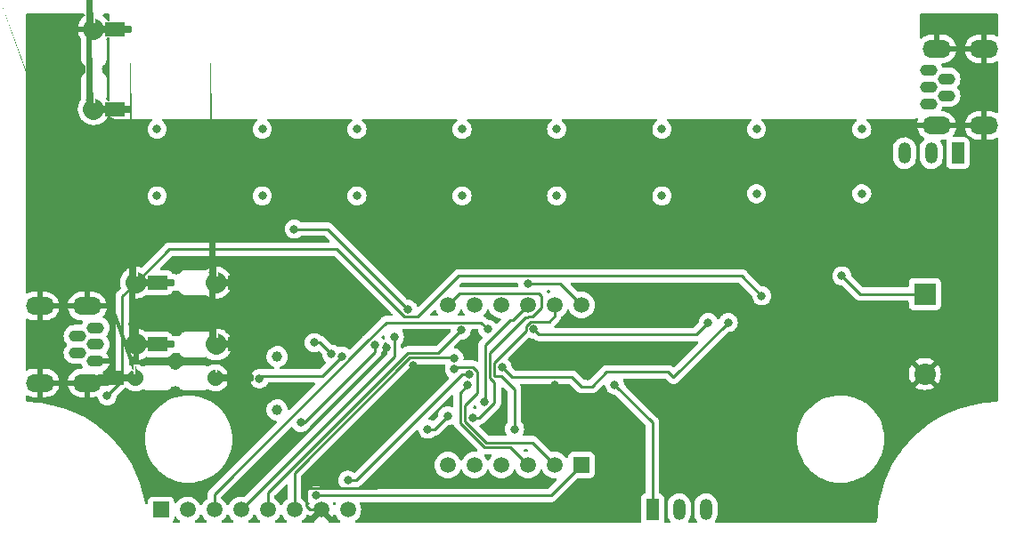
<source format=gbr>
%TF.GenerationSoftware,KiCad,Pcbnew,(6.0.0)*%
%TF.CreationDate,2023-02-05T23:26:26-08:00*%
%TF.ProjectId,digital_clock_v2,64696769-7461-46c5-9f63-6c6f636b5f76,rev?*%
%TF.SameCoordinates,Original*%
%TF.FileFunction,Copper,L2,Bot*%
%TF.FilePolarity,Positive*%
%FSLAX46Y46*%
G04 Gerber Fmt 4.6, Leading zero omitted, Abs format (unit mm)*
G04 Created by KiCad (PCBNEW (6.0.0)) date 2023-02-05 23:26:26*
%MOMM*%
%LPD*%
G01*
G04 APERTURE LIST*
G04 Aperture macros list*
%AMFreePoly0*
4,1,54,0.201078,0.979575,0.387516,0.921863,0.559193,0.829038,0.709571,0.704634,0.832921,0.553392,0.924546,0.381070,0.947815,0.304000,1.093000,0.304000,1.093000,0.635000,1.107645,0.670355,1.143000,0.685000,2.921000,0.685000,2.956355,0.670355,2.971000,0.635000,2.971000,0.304000,3.556000,0.304000,3.591355,0.289355,3.606000,0.254000,3.606000,-0.254000,3.591355,-0.289355,
3.556000,-0.304000,2.971000,-0.304000,2.971000,-0.635000,2.956355,-0.670355,2.921000,-0.685000,1.143000,-0.685000,1.107645,-0.670355,1.093000,-0.635000,1.093000,-0.304000,0.947721,-0.304000,0.913545,-0.406737,0.817145,-0.576432,0.689620,-0.724172,0.535827,-0.844328,0.361625,-0.932324,0.173648,-0.984808,-0.020942,-0.999781,-0.214735,-0.976672,-0.400349,-0.916363,-0.570714,-0.821149,
-0.719340,-0.694658,-0.840567,-0.541708,-0.929776,-0.368125,-0.983571,-0.180519,-0.999903,0.013962,-0.978148,0.207912,-0.919135,0.393942,-0.825113,0.564967,-0.699663,0.714473,-0.547563,0.836764,-0.374607,0.927184,-0.187381,0.982287,0.006981,0.999976,0.201078,0.979575,0.201078,0.979575,$1*%
%AMFreePoly1*
4,1,51,0.174003,0.741867,0.334039,0.684881,0.477472,0.593856,0.597174,0.473315,0.687196,0.329249,0.743064,0.168820,0.762000,0.000000,0.761703,-0.021276,0.738060,-0.189502,0.677735,-0.348309,0.583726,-0.489804,0.460705,-0.606956,0.314786,-0.693941,0.153221,-0.746436,-0.015958,-0.761833,-0.184344,-0.739365,-0.343569,-0.680150,-0.485717,-0.587131,-0.603725,-0.464931,-0.691726,-0.319622,
-0.696923,-0.304000,-1.093000,-0.304000,-1.093000,-0.635000,-1.107645,-0.670355,-1.143000,-0.685000,-2.921000,-0.685000,-2.956355,-0.670355,-2.971000,-0.635000,-2.971000,-0.304000,-3.556000,-0.304000,-3.591355,-0.289355,-3.606000,-0.254000,-3.606000,0.254000,-3.591355,0.289355,-3.556000,0.304000,-2.971000,0.304000,-2.971000,0.635000,-2.956355,0.670355,-2.921000,0.685000,-1.143000,0.685000,
-1.107645,0.670355,-1.093000,0.635000,-1.093000,0.304000,-0.695203,0.304000,-0.682532,0.338812,-0.590508,0.481606,-0.469134,0.600464,-0.324444,0.689478,-0.163628,0.744224,0.005320,0.761981,0.174003,0.741867,0.174003,0.741867,$1*%
%AMFreePoly2*
4,1,50,0.174003,0.741867,0.334039,0.684881,0.477472,0.593856,0.597174,0.473315,0.687196,0.329249,0.695989,0.304000,1.093000,0.304000,1.093000,0.635000,1.107645,0.670355,1.143000,0.685000,2.921000,0.685000,2.956355,0.670355,2.971000,0.635000,2.971000,0.304000,3.556000,0.304000,3.591355,0.289355,3.606000,0.254000,3.606000,-0.254000,3.591355,-0.289355,3.556000,-0.304000,
2.971000,-0.304000,2.971000,-0.635000,2.956355,-0.670355,2.921000,-0.685000,1.143000,-0.685000,1.107645,-0.670355,1.093000,-0.635000,1.093000,-0.304000,0.694566,-0.304000,0.677735,-0.348309,0.583726,-0.489804,0.460705,-0.606956,0.314786,-0.693941,0.153221,-0.746436,-0.015958,-0.761833,-0.184344,-0.739365,-0.343569,-0.680150,-0.485717,-0.587131,-0.603725,-0.464931,-0.691726,-0.319622,
-0.745348,-0.158429,-0.761926,0.010639,-0.740634,0.179178,-0.682532,0.338812,-0.590508,0.481606,-0.469134,0.600464,-0.324444,0.689478,-0.163628,0.744224,0.005320,0.761981,0.174003,0.741867,0.174003,0.741867,$1*%
G04 Aperture macros list end*
%TA.AperFunction,ComponentPad*%
%ADD10O,1.650000X1.100000*%
%TD*%
%TA.AperFunction,ComponentPad*%
%ADD11O,2.700000X1.700000*%
%TD*%
%TA.AperFunction,ComponentPad*%
%ADD12R,2.032000X2.032000*%
%TD*%
%TA.AperFunction,ComponentPad*%
%ADD13C,2.032000*%
%TD*%
%TA.AperFunction,ComponentPad*%
%ADD14R,1.500000X1.500000*%
%TD*%
%TA.AperFunction,ComponentPad*%
%ADD15C,1.500000*%
%TD*%
%TA.AperFunction,ComponentPad*%
%ADD16R,1.200000X2.000000*%
%TD*%
%TA.AperFunction,ComponentPad*%
%ADD17O,1.200000X2.000000*%
%TD*%
%TA.AperFunction,ComponentPad*%
%ADD18FreePoly0,0.000000*%
%TD*%
%TA.AperFunction,ComponentPad*%
%ADD19FreePoly0,180.000000*%
%TD*%
%TA.AperFunction,ComponentPad*%
%ADD20FreePoly1,180.000000*%
%TD*%
%TA.AperFunction,ComponentPad*%
%ADD21FreePoly2,180.000000*%
%TD*%
%TA.AperFunction,ComponentPad*%
%ADD22C,1.000000*%
%TD*%
%TA.AperFunction,ComponentPad*%
%ADD23FreePoly0,90.000000*%
%TD*%
%TA.AperFunction,ComponentPad*%
%ADD24FreePoly0,270.000000*%
%TD*%
%TA.AperFunction,ViaPad*%
%ADD25C,0.800000*%
%TD*%
%TA.AperFunction,Conductor*%
%ADD26C,0.250000*%
%TD*%
G04 APERTURE END LIST*
D10*
%TO.P,J1,1,GND*%
%TO.N,GND*%
X86350000Y-17900000D03*
%TO.P,J1,2,ID*%
%TO.N,unconnected-(J1-Pad2)*%
X88050000Y-18700000D03*
%TO.P,J1,3,D+*%
%TO.N,unconnected-(J1-Pad3)*%
X86350000Y-19500000D03*
%TO.P,J1,4,D-*%
%TO.N,unconnected-(J1-Pad4)*%
X88050000Y-20300000D03*
%TO.P,J1,5,VBUS*%
%TO.N,VCC*%
X86350000Y-21100000D03*
D11*
%TO.P,J1,6,Shield*%
%TO.N,GND*%
X91650000Y-23150000D03*
X87139280Y-15850000D03*
X87139280Y-23150000D03*
X91650000Y-15850000D03*
%TD*%
D12*
%TO.P,BZ1,1,-*%
%TO.N,/A0*%
X86000000Y-39190000D03*
D13*
%TO.P,BZ1,2,+*%
%TO.N,GND*%
X86000000Y-46810000D03*
%TD*%
D14*
%TO.P,T2,1,1*%
%TO.N,VCC*%
X13360000Y-59750000D03*
D15*
%TO.P,T2,2,2*%
%TO.N,/A5(SCL)*%
X15900000Y-59750000D03*
%TO.P,T2,3,3*%
%TO.N,/A4(SDA)*%
X18440000Y-59750000D03*
%TO.P,T2,4,4*%
%TO.N,Net-(R5-Pad1)*%
X20980000Y-59750000D03*
%TO.P,T2,5,5*%
%TO.N,/0(Rx)*%
X23520000Y-59750000D03*
%TO.P,T2,6,6*%
%TO.N,/1(Tx)*%
X26060000Y-59750000D03*
%TO.P,T2,7,7*%
%TO.N,GND*%
X28600000Y-59750000D03*
%TO.P,T2,8,8*%
%TO.N,VCC*%
X31140000Y-59750000D03*
%TD*%
D10*
%TO.P,J2,1,GND*%
%TO.N,GND*%
X7150000Y-45600000D03*
%TO.P,J2,2,ID*%
%TO.N,unconnected-(J2-Pad2)*%
X5450000Y-44800000D03*
%TO.P,J2,3,D+*%
%TO.N,unconnected-(J2-Pad3)*%
X7150000Y-44000000D03*
%TO.P,J2,4,D-*%
%TO.N,unconnected-(J2-Pad4)*%
X5450000Y-43200000D03*
%TO.P,J2,5,VBUS*%
%TO.N,VCC*%
X7150000Y-42400000D03*
D11*
%TO.P,J2,6,Shield*%
%TO.N,GND*%
X6360720Y-47650000D03*
X1850000Y-40350000D03*
X6360720Y-40350000D03*
X1850000Y-47650000D03*
%TD*%
D16*
%TO.P,T3,1,1*%
%TO.N,unconnected-(T3-Pad1)*%
X89154000Y-25781000D03*
D17*
%TO.P,T3,2,2*%
%TO.N,unconnected-(T3-Pad2)*%
X86614000Y-25781000D03*
%TO.P,T3,3,3*%
%TO.N,/A0*%
X84074000Y-25781000D03*
%TD*%
D18*
%TO.P,C3,1,+*%
%TO.N,Net-(C1-Pad2)*%
X11000000Y-38100000D03*
D19*
%TO.P,C3,2,-*%
%TO.N,Net-(C3-Pad2)*%
X18620000Y-38100000D03*
%TD*%
%TO.P,C4,1,+*%
%TO.N,Net-(C3-Pad2)*%
X18620000Y-44000000D03*
D18*
%TO.P,C4,2,-*%
%TO.N,GND*%
X11000000Y-44000000D03*
%TD*%
D20*
%TO.P,D1,1,K*%
%TO.N,Net-(D1-Pad1)*%
X10922400Y-47175000D03*
D21*
%TO.P,D1,2,A*%
%TO.N,VCC*%
X18542400Y-47175000D03*
%TD*%
D22*
%TO.P,Y2,1,1*%
%TO.N,Net-(C6-Pad1)*%
X24407200Y-45156000D03*
%TO.P,Y2,2,2*%
%TO.N,Net-(C7-Pad1)*%
X24407200Y-50236000D03*
%TD*%
D16*
%TO.P,T1,1,1*%
%TO.N,Net-(T1-Pad1)*%
X60097500Y-59690000D03*
D17*
%TO.P,T1,2,2*%
%TO.N,Net-(T1-Pad2)*%
X62637500Y-59690000D03*
%TO.P,T1,3,3*%
%TO.N,Net-(T1-Pad3)*%
X65177500Y-59690000D03*
%TD*%
D23*
%TO.P,C2,1,+*%
%TO.N,Net-(C1-Pad2)*%
X6985000Y-21590000D03*
D24*
%TO.P,C2,2,-*%
%TO.N,GND*%
X6985000Y-13970000D03*
%TD*%
D14*
%TO.P,U3,1,e*%
%TO.N,/0(Rx)*%
X53350000Y-55477500D03*
D15*
%TO.P,U3,2,d*%
%TO.N,/3(PWM)*%
X50810000Y-55477500D03*
%TO.P,U3,3,DPX*%
%TO.N,/4*%
X48270000Y-55477500D03*
%TO.P,U3,4,c*%
%TO.N,/11(PWM-MOSI)*%
X45730000Y-55477500D03*
%TO.P,U3,5,g*%
%TO.N,/7*%
X43190000Y-55477500D03*
%TO.P,U3,6,CA4*%
%TO.N,Net-(R6-Pad1)*%
X40650000Y-55477500D03*
%TO.P,U3,7,b*%
%TO.N,/8*%
X40650000Y-40237500D03*
%TO.P,U3,8,CA3*%
%TO.N,Net-(R7-Pad1)*%
X43190000Y-40237500D03*
%TO.P,U3,9,CA2*%
%TO.N,Net-(R8-Pad1)*%
X45730000Y-40237500D03*
%TO.P,U3,10,f*%
%TO.N,/13(SCK)*%
X48270000Y-40237500D03*
%TO.P,U3,11,a*%
%TO.N,/12(MISO)*%
X50810000Y-40237500D03*
%TO.P,U3,12,CA1*%
%TO.N,Net-(R9-Pad1)*%
X53350000Y-40237500D03*
%TD*%
D25*
%TO.N,GND*%
X65405000Y-27940000D03*
X50800000Y-47841500D03*
X6260500Y-29301885D03*
X25956211Y-44831000D03*
X18000000Y-29845000D03*
X37338000Y-43307000D03*
X77089000Y-59944000D03*
X90932000Y-28448000D03*
X18000000Y-23495000D03*
X89535000Y-44196000D03*
X53975000Y-46990000D03*
X34798000Y-56642000D03*
X63627000Y-47498000D03*
X53721000Y-44323000D03*
X70358000Y-42418000D03*
X28067000Y-27559000D03*
X47244000Y-59944000D03*
X47625000Y-26797000D03*
X89535000Y-32385000D03*
X37338000Y-45974000D03*
X56000000Y-29845000D03*
X23749000Y-38608000D03*
X63373000Y-55753000D03*
X56000000Y-23495000D03*
X37000000Y-23495000D03*
X75692000Y-46355000D03*
X34798867Y-44323286D03*
X37000000Y-29845000D03*
X25840715Y-49478883D03*
X71247000Y-59182000D03*
X33909000Y-41402000D03*
X75000000Y-23495000D03*
X75000000Y-29644500D03*
X51181000Y-50800000D03*
X70866000Y-55626000D03*
X2159000Y-35179000D03*
X20320000Y-40640000D03*
X13970000Y-41275000D03*
X76581000Y-41148000D03*
X4191000Y-26035000D03*
X27023069Y-40739069D03*
X55626000Y-58801000D03*
%TO.N,/A0*%
X78105000Y-37465000D03*
%TO.N,Net-(C1-Pad2)*%
X70485000Y-39370000D03*
X8255000Y-48895000D03*
%TO.N,/10(PWM-SS)*%
X38735000Y-52070000D03*
X40640000Y-50800000D03*
X26670000Y-51435000D03*
X33696884Y-44021009D03*
%TO.N,Net-(R5-Pad1)*%
X35560000Y-43269500D03*
%TO.N,/9(PWM)*%
X22732295Y-47253303D03*
X30575952Y-45107450D03*
%TO.N,/6(PWM)*%
X27940000Y-43815000D03*
X29593665Y-44922738D03*
%TO.N,/A1*%
X80000000Y-23495000D03*
X80000000Y-29644500D03*
%TO.N,/A3*%
X42000000Y-23495000D03*
X42000000Y-29845000D03*
%TO.N,/2*%
X23000000Y-29845000D03*
X23000000Y-23495000D03*
X26035000Y-33020000D03*
X36829998Y-40640000D03*
%TO.N,/A2*%
X61000000Y-29845000D03*
X61000000Y-23495000D03*
%TO.N,/0(Rx)*%
X28117299Y-58382500D03*
X41910000Y-42634500D03*
%TO.N,/1(Tx)*%
X41221895Y-45277297D03*
%TO.N,/A4(SDA)*%
X45809500Y-46185691D03*
X67310000Y-41910000D03*
X44450000Y-42545000D03*
%TO.N,/A5(SCL)*%
X65405000Y-41910000D03*
X31133356Y-56933500D03*
X48805500Y-42535007D03*
X42704050Y-46883635D03*
%TO.N,Net-(T1-Pad1)*%
X56515000Y-47841500D03*
%TO.N,/3(PWM)*%
X41275000Y-46355000D03*
%TO.N,/4*%
X42545000Y-47870402D03*
%TO.N,/8*%
X42985201Y-50994799D03*
%TO.N,/13(SCK)*%
X44136037Y-49454363D03*
%TO.N,/12(MISO)*%
X46990000Y-52070000D03*
%TO.N,Net-(R9-Pad1)*%
X48260000Y-38189500D03*
%TO.N,unconnected-(S5-Pad1)*%
X13000000Y-23495000D03*
X13000049Y-29844951D03*
%TO.N,unconnected-(S6-Pad1)*%
X32000000Y-23495000D03*
X32000000Y-29845000D03*
%TO.N,unconnected-(S7-Pad1)*%
X51000000Y-29845000D03*
X51000000Y-23495000D03*
%TO.N,unconnected-(S8-Pad1)*%
X70000000Y-23495000D03*
X70000000Y-29644500D03*
%TD*%
D26*
%TO.N,Net-(C1-Pad2)*%
X14175000Y-34925000D02*
X11000000Y-38100000D01*
X30090398Y-34925000D02*
X14175000Y-34925000D01*
X36529899Y-41364501D02*
X30090398Y-34925000D01*
X37799901Y-41364501D02*
X36529899Y-41364501D01*
X70485000Y-39370000D02*
X68580000Y-37465000D01*
%TO.N,Net-(R9-Pad1)*%
X53350000Y-40237500D02*
X51302000Y-38189500D01*
%TO.N,Net-(C1-Pad2)*%
X68580000Y-37465000D02*
X41699402Y-37465000D01*
X41699402Y-37465000D02*
X37799901Y-41364501D01*
%TO.N,Net-(R9-Pad1)*%
X51302000Y-38189500D02*
X48260000Y-38189500D01*
%TO.N,/2*%
X36830000Y-40640000D02*
X36829998Y-40640000D01*
X26035000Y-33020000D02*
X29210000Y-33020000D01*
X29210000Y-33020000D02*
X36830000Y-40640000D01*
%TO.N,GND*%
X27432000Y-57658000D02*
X33782000Y-57658000D01*
X27178000Y-57912000D02*
X27368500Y-57721500D01*
X28600000Y-59750000D02*
X27539340Y-59750000D01*
X27178000Y-59388660D02*
X27178000Y-57912000D01*
X37338000Y-47752000D02*
X27368500Y-57721500D01*
X27539340Y-59750000D02*
X27178000Y-59388660D01*
X27368500Y-57721500D02*
X27432000Y-57658000D01*
X33782000Y-57658000D02*
X34798000Y-56642000D01*
X37338000Y-45974000D02*
X37338000Y-47752000D01*
%TO.N,/A0*%
X79830000Y-39190000D02*
X78105000Y-37465000D01*
X86000000Y-39190000D02*
X79830000Y-39190000D01*
%TO.N,Net-(C1-Pad2)*%
X9675489Y-47474511D02*
X8255000Y-48895000D01*
X11000000Y-38100000D02*
X9675489Y-39424511D01*
X9675489Y-39424511D02*
X9675489Y-47474511D01*
%TO.N,/10(PWM-SS)*%
X26986816Y-51435000D02*
X33696884Y-44724932D01*
X33696884Y-44724932D02*
X33696884Y-44021009D01*
X39370000Y-52070000D02*
X38735000Y-52070000D01*
X26670000Y-51435000D02*
X26986816Y-51435000D01*
X40640000Y-50800000D02*
X39370000Y-52070000D01*
%TO.N,Net-(R5-Pad1)*%
X20980000Y-59750000D02*
X35560000Y-45170000D01*
X35560000Y-45170000D02*
X35560000Y-43269500D01*
%TO.N,/9(PWM)*%
X28693402Y-46990000D02*
X30575952Y-45107450D01*
X22732295Y-47253303D02*
X22995598Y-46990000D01*
X22995598Y-46990000D02*
X28693402Y-46990000D01*
%TO.N,/6(PWM)*%
X27940000Y-43815000D02*
X28485927Y-43815000D01*
X28485927Y-43815000D02*
X29593665Y-44922738D01*
%TO.N,/0(Rx)*%
X50445000Y-58382500D02*
X28117299Y-58382500D01*
X36851708Y-44799988D02*
X39744512Y-44799988D01*
X39744512Y-44799988D02*
X41910000Y-42634500D01*
X23520000Y-58131696D02*
X36851708Y-44799988D01*
X23520000Y-59750000D02*
X23520000Y-58131696D01*
X53350000Y-55477500D02*
X50445000Y-58382500D01*
%TO.N,/1(Tx)*%
X26060000Y-59750000D02*
X26060000Y-56227400D01*
X37037901Y-45249499D02*
X41194097Y-45249499D01*
X26060000Y-56227400D02*
X37037901Y-45249499D01*
X41194097Y-45249499D02*
X41221895Y-45277297D01*
%TO.N,/A4(SDA)*%
X18440000Y-59750000D02*
X18440000Y-58268000D01*
X18440000Y-58268000D02*
X32972383Y-43735617D01*
X62103000Y-47117000D02*
X67310000Y-41910000D01*
X55753000Y-46609000D02*
X61595000Y-46609000D01*
X32972383Y-43735617D02*
X32972383Y-43720910D01*
X46740809Y-47117000D02*
X52451000Y-47117000D01*
X52451000Y-47117000D02*
X53340000Y-48006000D01*
X32972383Y-43720910D02*
X34783293Y-41910000D01*
X53340000Y-48006000D02*
X54356000Y-48006000D01*
X34783293Y-41910000D02*
X43815000Y-41910000D01*
X61595000Y-46609000D02*
X62103000Y-47117000D01*
X45809500Y-46185691D02*
X46740809Y-47117000D01*
X43815000Y-41910000D02*
X44450000Y-42545000D01*
X54356000Y-48006000D02*
X55753000Y-46609000D01*
%TO.N,/A5(SCL)*%
X42017069Y-46883635D02*
X31967204Y-56933500D01*
X65405000Y-41910000D02*
X64273135Y-43041865D01*
X64273135Y-43041865D02*
X49312358Y-43041865D01*
X49312358Y-43041865D02*
X48805500Y-42535007D01*
X31967204Y-56933500D02*
X31133356Y-56933500D01*
X42704050Y-46883635D02*
X42017069Y-46883635D01*
%TO.N,Net-(T1-Pad1)*%
X60097500Y-51424000D02*
X56515000Y-47841500D01*
X60097500Y-59690000D02*
X60097500Y-51424000D01*
%TO.N,/3(PWM)*%
X48672500Y-53340000D02*
X44305802Y-53340000D01*
X43428551Y-48646449D02*
X43428551Y-46583536D01*
X50810000Y-55477500D02*
X48672500Y-53340000D01*
X43004149Y-46159134D02*
X41470866Y-46159134D01*
X43428551Y-46583536D02*
X43004149Y-46159134D01*
X42260700Y-49814300D02*
X43428551Y-48646449D01*
X44305802Y-53340000D02*
X42260700Y-51294898D01*
X42260700Y-51294898D02*
X42260700Y-49814300D01*
X41470866Y-46159134D02*
X41275000Y-46355000D01*
%TO.N,/4*%
X41811189Y-48604213D02*
X42545000Y-47870402D01*
X46582011Y-53789511D02*
X44119609Y-53789511D01*
X41811189Y-51481091D02*
X41811189Y-48604213D01*
X48270000Y-55477500D02*
X46582011Y-53789511D01*
X44119609Y-53789511D02*
X41811189Y-51481091D01*
%TO.N,/8*%
X43620201Y-50994799D02*
X42985201Y-50994799D01*
X45085000Y-47625704D02*
X45085000Y-49530000D01*
X48666093Y-41360996D02*
X48319207Y-41360996D01*
X49530000Y-39370000D02*
X49530000Y-40497089D01*
X49530000Y-40497089D02*
X48666093Y-41360996D01*
X48219713Y-41460490D02*
X47979938Y-41460490D01*
X49322989Y-39162989D02*
X49530000Y-39370000D01*
X47979938Y-41460490D02*
X44635489Y-44804939D01*
X41724511Y-39162989D02*
X49322989Y-39162989D01*
X40650000Y-40237500D02*
X41724511Y-39162989D01*
X44635489Y-44804939D02*
X44635489Y-47176193D01*
X48319207Y-41360996D02*
X48219713Y-41460490D01*
X45085000Y-49530000D02*
X43620201Y-50994799D01*
X44635489Y-47176193D02*
X45085000Y-47625704D01*
%TO.N,/13(SCK)*%
X46617612Y-41645980D02*
X44185978Y-44077614D01*
X44185978Y-44077614D02*
X44185978Y-49404422D01*
X44185978Y-49404422D02*
X44136037Y-49454363D01*
X48270000Y-40237500D02*
X46861521Y-41645979D01*
X46861521Y-41645979D02*
X46617612Y-41645980D01*
%TO.N,/12(MISO)*%
X45085000Y-45700013D02*
X48080999Y-42704014D01*
X46990000Y-52070000D02*
X46990000Y-48260000D01*
X46990000Y-48260000D02*
X45720000Y-46990000D01*
X48505401Y-41810506D02*
X50264494Y-41810506D01*
X50264494Y-41810506D02*
X50810000Y-41265000D01*
X45720000Y-46990000D02*
X45085000Y-46990000D01*
X45085000Y-46990000D02*
X45085000Y-45700013D01*
X48080999Y-42704014D02*
X48080999Y-42234908D01*
X50810000Y-41265000D02*
X50810000Y-40237500D01*
X48080999Y-42234908D02*
X48505401Y-41810506D01*
%TD*%
%TA.AperFunction,Conductor*%
%TO.N,GND*%
G36*
X28644033Y-59450924D02*
G01*
X28689095Y-59479884D01*
X29638389Y-60429178D01*
X29650162Y-60435606D01*
X29662176Y-60426311D01*
X29690466Y-60385907D01*
X29695946Y-60376417D01*
X29755529Y-60248640D01*
X29802446Y-60195355D01*
X29870724Y-60175894D01*
X29938684Y-60196436D01*
X29983919Y-60248640D01*
X30043618Y-60376666D01*
X30043621Y-60376671D01*
X30045944Y-60381653D01*
X30049100Y-60386160D01*
X30049101Y-60386162D01*
X30160123Y-60544717D01*
X30172251Y-60562038D01*
X30327962Y-60717749D01*
X30332471Y-60720906D01*
X30332473Y-60720908D01*
X30392283Y-60762787D01*
X30436611Y-60818244D01*
X30443920Y-60888863D01*
X30411889Y-60952224D01*
X30350688Y-60988209D01*
X30320012Y-60992000D01*
X29394963Y-60992000D01*
X29326842Y-60971998D01*
X29280349Y-60918342D01*
X29270245Y-60848068D01*
X29285700Y-60812370D01*
X29286644Y-60803245D01*
X29278457Y-60787668D01*
X28612811Y-60122021D01*
X28598868Y-60114408D01*
X28597034Y-60114539D01*
X28590420Y-60118790D01*
X27920820Y-60788391D01*
X27913209Y-60802329D01*
X27913719Y-60809449D01*
X27931544Y-60855019D01*
X27917554Y-60924624D01*
X27868155Y-60975616D01*
X27806023Y-60992000D01*
X26879988Y-60992000D01*
X26811867Y-60971998D01*
X26765374Y-60918342D01*
X26755270Y-60848068D01*
X26784764Y-60783488D01*
X26807717Y-60762787D01*
X26867527Y-60720908D01*
X26867529Y-60720906D01*
X26872038Y-60717749D01*
X27027749Y-60562038D01*
X27039878Y-60544717D01*
X27150899Y-60386162D01*
X27150900Y-60386160D01*
X27154056Y-60381653D01*
X27156379Y-60376671D01*
X27156382Y-60376666D01*
X27216081Y-60248640D01*
X27262998Y-60195355D01*
X27331276Y-60175894D01*
X27399236Y-60196436D01*
X27444471Y-60248640D01*
X27504054Y-60376417D01*
X27509534Y-60385907D01*
X27538411Y-60427149D01*
X27548886Y-60435523D01*
X27562333Y-60428455D01*
X28510905Y-59479884D01*
X28573217Y-59445859D01*
X28644033Y-59450924D01*
G37*
%TD.AperFunction*%
%TA.AperFunction,Conductor*%
G36*
X6099638Y-12528002D02*
G01*
X6146131Y-12581658D01*
X6156235Y-12651932D01*
X6126741Y-12716512D01*
X6109782Y-12732745D01*
X5970605Y-12843056D01*
X5965978Y-12847106D01*
X5898354Y-12912411D01*
X5894145Y-12916893D01*
X5771032Y-13061551D01*
X5767281Y-13066422D01*
X5713628Y-13143618D01*
X5710369Y-13148834D01*
X5617701Y-13314643D01*
X5614965Y-13320155D01*
X5577330Y-13406300D01*
X5575147Y-13412047D01*
X5516451Y-13592697D01*
X5514835Y-13598641D01*
X5494650Y-13690451D01*
X5493625Y-13696512D01*
X5493446Y-13698011D01*
X5495873Y-13712418D01*
X5508641Y-13716000D01*
X7113000Y-13716000D01*
X7181121Y-13736002D01*
X7227614Y-13789658D01*
X7239000Y-13842000D01*
X7239000Y-14098000D01*
X7218998Y-14166121D01*
X7165342Y-14212614D01*
X7113000Y-14224000D01*
X5508908Y-14224000D01*
X5496039Y-14227779D01*
X5494116Y-14242845D01*
X5500575Y-14279478D01*
X5501937Y-14285470D01*
X5553015Y-14468411D01*
X5554964Y-14474271D01*
X5588954Y-14561902D01*
X5591455Y-14567522D01*
X5677098Y-14737068D01*
X5680138Y-14742419D01*
X5730514Y-14821798D01*
X5734048Y-14826807D01*
X5777100Y-14881912D01*
X5803277Y-14947907D01*
X5798707Y-14994981D01*
X5793032Y-15014308D01*
X5790531Y-15029743D01*
X5787200Y-15122947D01*
X5782868Y-15122792D01*
X5782882Y-15122947D01*
X5786776Y-15122947D01*
X5786776Y-15132567D01*
X5786696Y-15137066D01*
X5785918Y-15158850D01*
X5786054Y-15160118D01*
X5786776Y-15173586D01*
X5786776Y-16881053D01*
X5786669Y-16881053D01*
X5787636Y-16888752D01*
X5785918Y-16936854D01*
X5787823Y-16954582D01*
X5820608Y-17083040D01*
X5823443Y-17091556D01*
X5836281Y-17122551D01*
X5839187Y-17128625D01*
X5886381Y-17215055D01*
X5895534Y-17227748D01*
X5983567Y-17322299D01*
X5997447Y-17333485D01*
X6106069Y-17397931D01*
X6154448Y-17449893D01*
X6161756Y-17480820D01*
X6162671Y-17480551D01*
X6163611Y-17483752D01*
X6164930Y-17494249D01*
X6167776Y-17506294D01*
X6167776Y-17516053D01*
X6167669Y-17516053D01*
X6168636Y-17523752D01*
X6166918Y-17571854D01*
X6168823Y-17589582D01*
X6201608Y-17718040D01*
X6204442Y-17726554D01*
X6206336Y-17731127D01*
X6213922Y-17801717D01*
X6206336Y-17827553D01*
X6206333Y-17827561D01*
X6202253Y-17837412D01*
X6171315Y-17942778D01*
X6167700Y-18043947D01*
X6163366Y-18043792D01*
X6163380Y-18043947D01*
X6167271Y-18043947D01*
X6167271Y-18052880D01*
X6164896Y-18060967D01*
X6165367Y-18066248D01*
X6164392Y-18070730D01*
X6162172Y-18070247D01*
X6147269Y-18121001D01*
X6101656Y-18163468D01*
X6025650Y-18204970D01*
X6018735Y-18208746D01*
X6012971Y-18214112D01*
X6012969Y-18214114D01*
X5995137Y-18230717D01*
X5911717Y-18308386D01*
X5837105Y-18434141D01*
X5835386Y-18438292D01*
X5825380Y-18462449D01*
X5825373Y-18462465D01*
X5822978Y-18468248D01*
X5821253Y-18472412D01*
X5820303Y-18475648D01*
X5820300Y-18475656D01*
X5792535Y-18570216D01*
X5790315Y-18577778D01*
X5786700Y-18678947D01*
X5782366Y-18678792D01*
X5782380Y-18678947D01*
X5786271Y-18678947D01*
X5786271Y-18688704D01*
X5786191Y-18693203D01*
X5785094Y-18723907D01*
X5786197Y-18728228D01*
X5786271Y-18729613D01*
X5786271Y-20437053D01*
X5786166Y-20437053D01*
X5787135Y-20444767D01*
X5785094Y-20501907D01*
X5787321Y-20510635D01*
X5787322Y-20510640D01*
X5801175Y-20564918D01*
X5798641Y-20635869D01*
X5776174Y-20676392D01*
X5756116Y-20700638D01*
X5700050Y-20783758D01*
X5606775Y-20956266D01*
X5605582Y-20959104D01*
X5569116Y-21045852D01*
X5569113Y-21045861D01*
X5567921Y-21048696D01*
X5509930Y-21236036D01*
X5509315Y-21239032D01*
X5509313Y-21239040D01*
X5499848Y-21285152D01*
X5489771Y-21334247D01*
X5469271Y-21529283D01*
X5468570Y-21629546D01*
X5486344Y-21824849D01*
X5486919Y-21827864D01*
X5486920Y-21827870D01*
X5488465Y-21835969D01*
X5505132Y-21923337D01*
X5560503Y-22111468D01*
X5561653Y-22114315D01*
X5561655Y-22114320D01*
X5579505Y-22158500D01*
X5598061Y-22204427D01*
X5645897Y-22295929D01*
X5674969Y-22351538D01*
X5688918Y-22378221D01*
X5690608Y-22380804D01*
X5690610Y-22380807D01*
X5742131Y-22459539D01*
X5743818Y-22462117D01*
X5745743Y-22464511D01*
X5745745Y-22464514D01*
X5783341Y-22511274D01*
X5866701Y-22614953D01*
X5898981Y-22647916D01*
X5934693Y-22684384D01*
X5934700Y-22684391D01*
X5936852Y-22686588D01*
X6087081Y-22812645D01*
X6169808Y-22869290D01*
X6341661Y-22963767D01*
X6344489Y-22964979D01*
X6430982Y-23002050D01*
X6430986Y-23002051D01*
X6433815Y-23003264D01*
X6436744Y-23004193D01*
X6436749Y-23004195D01*
X6519977Y-23030596D01*
X6620745Y-23062562D01*
X6623751Y-23063201D01*
X6623755Y-23063202D01*
X6655375Y-23069923D01*
X6718818Y-23083408D01*
X6913706Y-23105268D01*
X6916770Y-23105311D01*
X6916773Y-23105311D01*
X6979277Y-23106184D01*
X7013957Y-23106668D01*
X7209380Y-23090258D01*
X7307995Y-23072159D01*
X7496508Y-23018104D01*
X7499367Y-23016972D01*
X7499373Y-23016970D01*
X7586870Y-22982328D01*
X7586875Y-22982326D01*
X7589731Y-22981195D01*
X7634755Y-22958056D01*
X7761410Y-22892964D01*
X7761414Y-22892962D01*
X7764155Y-22891553D01*
X7766736Y-22889889D01*
X7766744Y-22889885D01*
X7845852Y-22838902D01*
X7848431Y-22837240D01*
X8002121Y-22715427D01*
X8074245Y-22645778D01*
X8201348Y-22496432D01*
X8204304Y-22492180D01*
X8248245Y-22428956D01*
X8258569Y-22414102D01*
X8260067Y-22411421D01*
X8260073Y-22411412D01*
X8341926Y-22264952D01*
X8392619Y-22215246D01*
X8462139Y-22200838D01*
X8528412Y-22226301D01*
X8556953Y-22262137D01*
X8559081Y-22260776D01*
X8563917Y-22268337D01*
X8567633Y-22276510D01*
X8584374Y-22295939D01*
X8595479Y-22310947D01*
X8609160Y-22332631D01*
X8615888Y-22338573D01*
X8631296Y-22352181D01*
X8643340Y-22364373D01*
X8662619Y-22386747D01*
X8670147Y-22391626D01*
X8670150Y-22391629D01*
X8684139Y-22400696D01*
X8699013Y-22411986D01*
X8718228Y-22428956D01*
X8726354Y-22432771D01*
X8726355Y-22432772D01*
X8732021Y-22435432D01*
X8744966Y-22441510D01*
X8759935Y-22449824D01*
X8784727Y-22465893D01*
X8793327Y-22468465D01*
X8809290Y-22473239D01*
X8826736Y-22479901D01*
X8849948Y-22490799D01*
X8879130Y-22495343D01*
X8895849Y-22499126D01*
X8915536Y-22505014D01*
X8915539Y-22505015D01*
X8924141Y-22507587D01*
X8933116Y-22507642D01*
X8933117Y-22507642D01*
X8939810Y-22507683D01*
X8958556Y-22507797D01*
X8959328Y-22507830D01*
X8960423Y-22508000D01*
X8991298Y-22508000D01*
X8992068Y-22508002D01*
X9065716Y-22508452D01*
X9065717Y-22508452D01*
X9069652Y-22508476D01*
X9070996Y-22508092D01*
X9072341Y-22508000D01*
X12425069Y-22508000D01*
X12493190Y-22528002D01*
X12539683Y-22581658D01*
X12549787Y-22651932D01*
X12520293Y-22716512D01*
X12499131Y-22735935D01*
X12388747Y-22816134D01*
X12384326Y-22821044D01*
X12384325Y-22821045D01*
X12320251Y-22892207D01*
X12260960Y-22958056D01*
X12257659Y-22963774D01*
X12175159Y-23106668D01*
X12165473Y-23123444D01*
X12106458Y-23305072D01*
X12086496Y-23495000D01*
X12087186Y-23501565D01*
X12103593Y-23657665D01*
X12106458Y-23684928D01*
X12165473Y-23866556D01*
X12260960Y-24031944D01*
X12265378Y-24036851D01*
X12265379Y-24036852D01*
X12349675Y-24130472D01*
X12388747Y-24173866D01*
X12487843Y-24245864D01*
X12532474Y-24278290D01*
X12543248Y-24286118D01*
X12549276Y-24288802D01*
X12549278Y-24288803D01*
X12687588Y-24350382D01*
X12717712Y-24363794D01*
X12811112Y-24383647D01*
X12898056Y-24402128D01*
X12898061Y-24402128D01*
X12904513Y-24403500D01*
X13095487Y-24403500D01*
X13101939Y-24402128D01*
X13101944Y-24402128D01*
X13188888Y-24383647D01*
X13282288Y-24363794D01*
X13312412Y-24350382D01*
X13450722Y-24288803D01*
X13450724Y-24288802D01*
X13456752Y-24286118D01*
X13467527Y-24278290D01*
X13512157Y-24245864D01*
X13611253Y-24173866D01*
X13650325Y-24130472D01*
X13734621Y-24036852D01*
X13734622Y-24036851D01*
X13739040Y-24031944D01*
X13834527Y-23866556D01*
X13893542Y-23684928D01*
X13896408Y-23657665D01*
X13912814Y-23501565D01*
X13913504Y-23495000D01*
X13893542Y-23305072D01*
X13834527Y-23123444D01*
X13824842Y-23106668D01*
X13742341Y-22963774D01*
X13739040Y-22958056D01*
X13679750Y-22892207D01*
X13615675Y-22821045D01*
X13615674Y-22821044D01*
X13611253Y-22816134D01*
X13500870Y-22735935D01*
X13457516Y-22679714D01*
X13451441Y-22608978D01*
X13484572Y-22546186D01*
X13546392Y-22511274D01*
X13574931Y-22508000D01*
X22425069Y-22508000D01*
X22493190Y-22528002D01*
X22539683Y-22581658D01*
X22549787Y-22651932D01*
X22520293Y-22716512D01*
X22499131Y-22735935D01*
X22388747Y-22816134D01*
X22384326Y-22821044D01*
X22384325Y-22821045D01*
X22320251Y-22892207D01*
X22260960Y-22958056D01*
X22257659Y-22963774D01*
X22175159Y-23106668D01*
X22165473Y-23123444D01*
X22106458Y-23305072D01*
X22086496Y-23495000D01*
X22087186Y-23501565D01*
X22103593Y-23657665D01*
X22106458Y-23684928D01*
X22165473Y-23866556D01*
X22260960Y-24031944D01*
X22265378Y-24036851D01*
X22265379Y-24036852D01*
X22349675Y-24130472D01*
X22388747Y-24173866D01*
X22487843Y-24245864D01*
X22532474Y-24278290D01*
X22543248Y-24286118D01*
X22549276Y-24288802D01*
X22549278Y-24288803D01*
X22687588Y-24350382D01*
X22717712Y-24363794D01*
X22811112Y-24383647D01*
X22898056Y-24402128D01*
X22898061Y-24402128D01*
X22904513Y-24403500D01*
X23095487Y-24403500D01*
X23101939Y-24402128D01*
X23101944Y-24402128D01*
X23188888Y-24383647D01*
X23282288Y-24363794D01*
X23312412Y-24350382D01*
X23450722Y-24288803D01*
X23450724Y-24288802D01*
X23456752Y-24286118D01*
X23467527Y-24278290D01*
X23512157Y-24245864D01*
X23611253Y-24173866D01*
X23650325Y-24130472D01*
X23734621Y-24036852D01*
X23734622Y-24036851D01*
X23739040Y-24031944D01*
X23834527Y-23866556D01*
X23893542Y-23684928D01*
X23896408Y-23657665D01*
X23912814Y-23501565D01*
X23913504Y-23495000D01*
X23893542Y-23305072D01*
X23834527Y-23123444D01*
X23824842Y-23106668D01*
X23742341Y-22963774D01*
X23739040Y-22958056D01*
X23679750Y-22892207D01*
X23615675Y-22821045D01*
X23615674Y-22821044D01*
X23611253Y-22816134D01*
X23500870Y-22735935D01*
X23457516Y-22679714D01*
X23451441Y-22608978D01*
X23484572Y-22546186D01*
X23546392Y-22511274D01*
X23574931Y-22508000D01*
X31425069Y-22508000D01*
X31493190Y-22528002D01*
X31539683Y-22581658D01*
X31549787Y-22651932D01*
X31520293Y-22716512D01*
X31499131Y-22735935D01*
X31388747Y-22816134D01*
X31384326Y-22821044D01*
X31384325Y-22821045D01*
X31320251Y-22892207D01*
X31260960Y-22958056D01*
X31257659Y-22963774D01*
X31175159Y-23106668D01*
X31165473Y-23123444D01*
X31106458Y-23305072D01*
X31086496Y-23495000D01*
X31087186Y-23501565D01*
X31103593Y-23657665D01*
X31106458Y-23684928D01*
X31165473Y-23866556D01*
X31260960Y-24031944D01*
X31265378Y-24036851D01*
X31265379Y-24036852D01*
X31349675Y-24130472D01*
X31388747Y-24173866D01*
X31487843Y-24245864D01*
X31532474Y-24278290D01*
X31543248Y-24286118D01*
X31549276Y-24288802D01*
X31549278Y-24288803D01*
X31687588Y-24350382D01*
X31717712Y-24363794D01*
X31811112Y-24383647D01*
X31898056Y-24402128D01*
X31898061Y-24402128D01*
X31904513Y-24403500D01*
X32095487Y-24403500D01*
X32101939Y-24402128D01*
X32101944Y-24402128D01*
X32188888Y-24383647D01*
X32282288Y-24363794D01*
X32312412Y-24350382D01*
X32450722Y-24288803D01*
X32450724Y-24288802D01*
X32456752Y-24286118D01*
X32467527Y-24278290D01*
X32512157Y-24245864D01*
X32611253Y-24173866D01*
X32650325Y-24130472D01*
X32734621Y-24036852D01*
X32734622Y-24036851D01*
X32739040Y-24031944D01*
X32834527Y-23866556D01*
X32893542Y-23684928D01*
X32896408Y-23657665D01*
X32912814Y-23501565D01*
X32913504Y-23495000D01*
X32893542Y-23305072D01*
X32834527Y-23123444D01*
X32824842Y-23106668D01*
X32742341Y-22963774D01*
X32739040Y-22958056D01*
X32679750Y-22892207D01*
X32615675Y-22821045D01*
X32615674Y-22821044D01*
X32611253Y-22816134D01*
X32500870Y-22735935D01*
X32457516Y-22679714D01*
X32451441Y-22608978D01*
X32484572Y-22546186D01*
X32546392Y-22511274D01*
X32574931Y-22508000D01*
X41425069Y-22508000D01*
X41493190Y-22528002D01*
X41539683Y-22581658D01*
X41549787Y-22651932D01*
X41520293Y-22716512D01*
X41499131Y-22735935D01*
X41388747Y-22816134D01*
X41384326Y-22821044D01*
X41384325Y-22821045D01*
X41320251Y-22892207D01*
X41260960Y-22958056D01*
X41257659Y-22963774D01*
X41175159Y-23106668D01*
X41165473Y-23123444D01*
X41106458Y-23305072D01*
X41086496Y-23495000D01*
X41087186Y-23501565D01*
X41103593Y-23657665D01*
X41106458Y-23684928D01*
X41165473Y-23866556D01*
X41260960Y-24031944D01*
X41265378Y-24036851D01*
X41265379Y-24036852D01*
X41349675Y-24130472D01*
X41388747Y-24173866D01*
X41487843Y-24245864D01*
X41532474Y-24278290D01*
X41543248Y-24286118D01*
X41549276Y-24288802D01*
X41549278Y-24288803D01*
X41687588Y-24350382D01*
X41717712Y-24363794D01*
X41811112Y-24383647D01*
X41898056Y-24402128D01*
X41898061Y-24402128D01*
X41904513Y-24403500D01*
X42095487Y-24403500D01*
X42101939Y-24402128D01*
X42101944Y-24402128D01*
X42188888Y-24383647D01*
X42282288Y-24363794D01*
X42312412Y-24350382D01*
X42450722Y-24288803D01*
X42450724Y-24288802D01*
X42456752Y-24286118D01*
X42467527Y-24278290D01*
X42512157Y-24245864D01*
X42611253Y-24173866D01*
X42650325Y-24130472D01*
X42734621Y-24036852D01*
X42734622Y-24036851D01*
X42739040Y-24031944D01*
X42834527Y-23866556D01*
X42893542Y-23684928D01*
X42896408Y-23657665D01*
X42912814Y-23501565D01*
X42913504Y-23495000D01*
X42893542Y-23305072D01*
X42834527Y-23123444D01*
X42824842Y-23106668D01*
X42742341Y-22963774D01*
X42739040Y-22958056D01*
X42679750Y-22892207D01*
X42615675Y-22821045D01*
X42615674Y-22821044D01*
X42611253Y-22816134D01*
X42500870Y-22735935D01*
X42457516Y-22679714D01*
X42451441Y-22608978D01*
X42484572Y-22546186D01*
X42546392Y-22511274D01*
X42574931Y-22508000D01*
X50425069Y-22508000D01*
X50493190Y-22528002D01*
X50539683Y-22581658D01*
X50549787Y-22651932D01*
X50520293Y-22716512D01*
X50499131Y-22735935D01*
X50388747Y-22816134D01*
X50384326Y-22821044D01*
X50384325Y-22821045D01*
X50320251Y-22892207D01*
X50260960Y-22958056D01*
X50257659Y-22963774D01*
X50175159Y-23106668D01*
X50165473Y-23123444D01*
X50106458Y-23305072D01*
X50086496Y-23495000D01*
X50087186Y-23501565D01*
X50103593Y-23657665D01*
X50106458Y-23684928D01*
X50165473Y-23866556D01*
X50260960Y-24031944D01*
X50265378Y-24036851D01*
X50265379Y-24036852D01*
X50349675Y-24130472D01*
X50388747Y-24173866D01*
X50487843Y-24245864D01*
X50532474Y-24278290D01*
X50543248Y-24286118D01*
X50549276Y-24288802D01*
X50549278Y-24288803D01*
X50687588Y-24350382D01*
X50717712Y-24363794D01*
X50811112Y-24383647D01*
X50898056Y-24402128D01*
X50898061Y-24402128D01*
X50904513Y-24403500D01*
X51095487Y-24403500D01*
X51101939Y-24402128D01*
X51101944Y-24402128D01*
X51188888Y-24383647D01*
X51282288Y-24363794D01*
X51312412Y-24350382D01*
X51450722Y-24288803D01*
X51450724Y-24288802D01*
X51456752Y-24286118D01*
X51467527Y-24278290D01*
X51512157Y-24245864D01*
X51611253Y-24173866D01*
X51650325Y-24130472D01*
X51734621Y-24036852D01*
X51734622Y-24036851D01*
X51739040Y-24031944D01*
X51834527Y-23866556D01*
X51893542Y-23684928D01*
X51896408Y-23657665D01*
X51912814Y-23501565D01*
X51913504Y-23495000D01*
X51893542Y-23305072D01*
X51834527Y-23123444D01*
X51824842Y-23106668D01*
X51742341Y-22963774D01*
X51739040Y-22958056D01*
X51679750Y-22892207D01*
X51615675Y-22821045D01*
X51615674Y-22821044D01*
X51611253Y-22816134D01*
X51500870Y-22735935D01*
X51457516Y-22679714D01*
X51451441Y-22608978D01*
X51484572Y-22546186D01*
X51546392Y-22511274D01*
X51574931Y-22508000D01*
X60425069Y-22508000D01*
X60493190Y-22528002D01*
X60539683Y-22581658D01*
X60549787Y-22651932D01*
X60520293Y-22716512D01*
X60499131Y-22735935D01*
X60388747Y-22816134D01*
X60384326Y-22821044D01*
X60384325Y-22821045D01*
X60320251Y-22892207D01*
X60260960Y-22958056D01*
X60257659Y-22963774D01*
X60175159Y-23106668D01*
X60165473Y-23123444D01*
X60106458Y-23305072D01*
X60086496Y-23495000D01*
X60087186Y-23501565D01*
X60103593Y-23657665D01*
X60106458Y-23684928D01*
X60165473Y-23866556D01*
X60260960Y-24031944D01*
X60265378Y-24036851D01*
X60265379Y-24036852D01*
X60349675Y-24130472D01*
X60388747Y-24173866D01*
X60487843Y-24245864D01*
X60532474Y-24278290D01*
X60543248Y-24286118D01*
X60549276Y-24288802D01*
X60549278Y-24288803D01*
X60687588Y-24350382D01*
X60717712Y-24363794D01*
X60811112Y-24383647D01*
X60898056Y-24402128D01*
X60898061Y-24402128D01*
X60904513Y-24403500D01*
X61095487Y-24403500D01*
X61101939Y-24402128D01*
X61101944Y-24402128D01*
X61188888Y-24383647D01*
X61282288Y-24363794D01*
X61312412Y-24350382D01*
X61450722Y-24288803D01*
X61450724Y-24288802D01*
X61456752Y-24286118D01*
X61467527Y-24278290D01*
X61512157Y-24245864D01*
X61611253Y-24173866D01*
X61650325Y-24130472D01*
X61734621Y-24036852D01*
X61734622Y-24036851D01*
X61739040Y-24031944D01*
X61834527Y-23866556D01*
X61893542Y-23684928D01*
X61896408Y-23657665D01*
X61912814Y-23501565D01*
X61913504Y-23495000D01*
X61893542Y-23305072D01*
X61834527Y-23123444D01*
X61824842Y-23106668D01*
X61742341Y-22963774D01*
X61739040Y-22958056D01*
X61679750Y-22892207D01*
X61615675Y-22821045D01*
X61615674Y-22821044D01*
X61611253Y-22816134D01*
X61500870Y-22735935D01*
X61457516Y-22679714D01*
X61451441Y-22608978D01*
X61484572Y-22546186D01*
X61546392Y-22511274D01*
X61574931Y-22508000D01*
X69425069Y-22508000D01*
X69493190Y-22528002D01*
X69539683Y-22581658D01*
X69549787Y-22651932D01*
X69520293Y-22716512D01*
X69499131Y-22735935D01*
X69388747Y-22816134D01*
X69384326Y-22821044D01*
X69384325Y-22821045D01*
X69320251Y-22892207D01*
X69260960Y-22958056D01*
X69257659Y-22963774D01*
X69175159Y-23106668D01*
X69165473Y-23123444D01*
X69106458Y-23305072D01*
X69086496Y-23495000D01*
X69087186Y-23501565D01*
X69103593Y-23657665D01*
X69106458Y-23684928D01*
X69165473Y-23866556D01*
X69260960Y-24031944D01*
X69265378Y-24036851D01*
X69265379Y-24036852D01*
X69349675Y-24130472D01*
X69388747Y-24173866D01*
X69487843Y-24245864D01*
X69532474Y-24278290D01*
X69543248Y-24286118D01*
X69549276Y-24288802D01*
X69549278Y-24288803D01*
X69687588Y-24350382D01*
X69717712Y-24363794D01*
X69811112Y-24383647D01*
X69898056Y-24402128D01*
X69898061Y-24402128D01*
X69904513Y-24403500D01*
X70095487Y-24403500D01*
X70101939Y-24402128D01*
X70101944Y-24402128D01*
X70188888Y-24383647D01*
X70282288Y-24363794D01*
X70312412Y-24350382D01*
X70450722Y-24288803D01*
X70450724Y-24288802D01*
X70456752Y-24286118D01*
X70467527Y-24278290D01*
X70512157Y-24245864D01*
X70611253Y-24173866D01*
X70650325Y-24130472D01*
X70734621Y-24036852D01*
X70734622Y-24036851D01*
X70739040Y-24031944D01*
X70834527Y-23866556D01*
X70893542Y-23684928D01*
X70896408Y-23657665D01*
X70912814Y-23501565D01*
X70913504Y-23495000D01*
X70893542Y-23305072D01*
X70834527Y-23123444D01*
X70824842Y-23106668D01*
X70742341Y-22963774D01*
X70739040Y-22958056D01*
X70679750Y-22892207D01*
X70615675Y-22821045D01*
X70615674Y-22821044D01*
X70611253Y-22816134D01*
X70500870Y-22735935D01*
X70457516Y-22679714D01*
X70451441Y-22608978D01*
X70484572Y-22546186D01*
X70546392Y-22511274D01*
X70574931Y-22508000D01*
X79425069Y-22508000D01*
X79493190Y-22528002D01*
X79539683Y-22581658D01*
X79549787Y-22651932D01*
X79520293Y-22716512D01*
X79499131Y-22735935D01*
X79388747Y-22816134D01*
X79384326Y-22821044D01*
X79384325Y-22821045D01*
X79320251Y-22892207D01*
X79260960Y-22958056D01*
X79257659Y-22963774D01*
X79175159Y-23106668D01*
X79165473Y-23123444D01*
X79106458Y-23305072D01*
X79086496Y-23495000D01*
X79087186Y-23501565D01*
X79103593Y-23657665D01*
X79106458Y-23684928D01*
X79165473Y-23866556D01*
X79260960Y-24031944D01*
X79265378Y-24036851D01*
X79265379Y-24036852D01*
X79349675Y-24130472D01*
X79388747Y-24173866D01*
X79487843Y-24245864D01*
X79532474Y-24278290D01*
X79543248Y-24286118D01*
X79549276Y-24288802D01*
X79549278Y-24288803D01*
X79687588Y-24350382D01*
X79717712Y-24363794D01*
X79811112Y-24383647D01*
X79898056Y-24402128D01*
X79898061Y-24402128D01*
X79904513Y-24403500D01*
X80095487Y-24403500D01*
X80101939Y-24402128D01*
X80101944Y-24402128D01*
X80188888Y-24383647D01*
X80282288Y-24363794D01*
X80312412Y-24350382D01*
X80450722Y-24288803D01*
X80450724Y-24288802D01*
X80456752Y-24286118D01*
X80467527Y-24278290D01*
X80512157Y-24245864D01*
X80611253Y-24173866D01*
X80650325Y-24130472D01*
X80734621Y-24036852D01*
X80734622Y-24036851D01*
X80739040Y-24031944D01*
X80834527Y-23866556D01*
X80893542Y-23684928D01*
X80896408Y-23657665D01*
X80912814Y-23501565D01*
X80913504Y-23495000D01*
X80905472Y-23418580D01*
X85308032Y-23418580D01*
X85332757Y-23536421D01*
X85335817Y-23546617D01*
X85416543Y-23751029D01*
X85421274Y-23760561D01*
X85535296Y-23948462D01*
X85541560Y-23957052D01*
X85685607Y-24123052D01*
X85693238Y-24130472D01*
X85863191Y-24269826D01*
X85871958Y-24275850D01*
X85913153Y-24299300D01*
X85962459Y-24350382D01*
X85976321Y-24420012D01*
X85950338Y-24486083D01*
X85923722Y-24511571D01*
X85891277Y-24534586D01*
X85891275Y-24534588D01*
X85886389Y-24538054D01*
X85740119Y-24690850D01*
X85625380Y-24868548D01*
X85546314Y-25064737D01*
X85505772Y-25272337D01*
X85505500Y-25277899D01*
X85505500Y-26233846D01*
X85520548Y-26391566D01*
X85580092Y-26594534D01*
X85676942Y-26782580D01*
X85807604Y-26948920D01*
X85812135Y-26952852D01*
X85812138Y-26952855D01*
X85948802Y-27071446D01*
X85967363Y-27087552D01*
X85972549Y-27090552D01*
X85972553Y-27090555D01*
X86065388Y-27144261D01*
X86150454Y-27193473D01*
X86350271Y-27262861D01*
X86356206Y-27263722D01*
X86356208Y-27263722D01*
X86553664Y-27292352D01*
X86553667Y-27292352D01*
X86559604Y-27293213D01*
X86770899Y-27283433D01*
X86902077Y-27251819D01*
X86970701Y-27235281D01*
X86970703Y-27235280D01*
X86976534Y-27233875D01*
X86981992Y-27231393D01*
X86981996Y-27231392D01*
X87097041Y-27179084D01*
X87169087Y-27146326D01*
X87301120Y-27052669D01*
X87336725Y-27027412D01*
X87336726Y-27027411D01*
X87341611Y-27023946D01*
X87487881Y-26871150D01*
X87602620Y-26693452D01*
X87681686Y-26497263D01*
X87722228Y-26289663D01*
X87722500Y-26284101D01*
X87722500Y-25328154D01*
X87707452Y-25170434D01*
X87647908Y-24967466D01*
X87551058Y-24779420D01*
X87497968Y-24711833D01*
X87471618Y-24645907D01*
X87485093Y-24576201D01*
X87534115Y-24524846D01*
X87597054Y-24508000D01*
X87694486Y-24508000D01*
X87699795Y-24507775D01*
X87863605Y-24493876D01*
X87874073Y-24492086D01*
X87910848Y-24482541D01*
X87981809Y-24484788D01*
X88040291Y-24525042D01*
X88067725Y-24590524D01*
X88060485Y-24648729D01*
X88055029Y-24663282D01*
X88055027Y-24663288D01*
X88052255Y-24670684D01*
X88045500Y-24732866D01*
X88045500Y-26829134D01*
X88052255Y-26891316D01*
X88103385Y-27027705D01*
X88190739Y-27144261D01*
X88307295Y-27231615D01*
X88443684Y-27282745D01*
X88505866Y-27289500D01*
X89802134Y-27289500D01*
X89864316Y-27282745D01*
X90000705Y-27231615D01*
X90117261Y-27144261D01*
X90204615Y-27027705D01*
X90255745Y-26891316D01*
X90262500Y-26829134D01*
X90262500Y-24732866D01*
X90255745Y-24670684D01*
X90204615Y-24534295D01*
X90117261Y-24417739D01*
X90000705Y-24330385D01*
X89864316Y-24279255D01*
X89802134Y-24272500D01*
X88744663Y-24272500D01*
X88676542Y-24252498D01*
X88630049Y-24198842D01*
X88619945Y-24128568D01*
X88649439Y-24063988D01*
X88654410Y-24058773D01*
X88663221Y-24048814D01*
X88794421Y-23872475D01*
X88800025Y-23863438D01*
X88899637Y-23667516D01*
X88903637Y-23657665D01*
X88968814Y-23447760D01*
X88971097Y-23437376D01*
X88973141Y-23421957D01*
X88972617Y-23418580D01*
X89818752Y-23418580D01*
X89843477Y-23536421D01*
X89846537Y-23546617D01*
X89927263Y-23751029D01*
X89931994Y-23760561D01*
X90046016Y-23948462D01*
X90052280Y-23957052D01*
X90196327Y-24123052D01*
X90203958Y-24130472D01*
X90373911Y-24269826D01*
X90382678Y-24275850D01*
X90573682Y-24384576D01*
X90583346Y-24389041D01*
X90789941Y-24464031D01*
X90800208Y-24466802D01*
X91017655Y-24506123D01*
X91025884Y-24507056D01*
X91044402Y-24507930D01*
X91047377Y-24508000D01*
X91377885Y-24508000D01*
X91393124Y-24503525D01*
X91394329Y-24502135D01*
X91396000Y-24494452D01*
X91396000Y-23422115D01*
X91391525Y-23406876D01*
X91390135Y-23405671D01*
X91382452Y-23404000D01*
X89833808Y-23404000D01*
X89820277Y-23407973D01*
X89818752Y-23418580D01*
X88972617Y-23418580D01*
X88970945Y-23407793D01*
X88957758Y-23404000D01*
X85323088Y-23404000D01*
X85309557Y-23407973D01*
X85308032Y-23418580D01*
X80905472Y-23418580D01*
X80893542Y-23305072D01*
X80834527Y-23123444D01*
X80824842Y-23106668D01*
X80742341Y-22963774D01*
X80739040Y-22958056D01*
X80679750Y-22892207D01*
X80615675Y-22821045D01*
X80615674Y-22821044D01*
X80611253Y-22816134D01*
X80500870Y-22735935D01*
X80457516Y-22679714D01*
X80451441Y-22608978D01*
X80484572Y-22546186D01*
X80546392Y-22511274D01*
X80574931Y-22508000D01*
X84991298Y-22508000D01*
X84992069Y-22508002D01*
X85069652Y-22508476D01*
X85078281Y-22506010D01*
X85078286Y-22506009D01*
X85098048Y-22500361D01*
X85114809Y-22496783D01*
X85135152Y-22493870D01*
X85135162Y-22493867D01*
X85144045Y-22492595D01*
X85167395Y-22481979D01*
X85184907Y-22475536D01*
X85200932Y-22470956D01*
X85200935Y-22470955D01*
X85209565Y-22468488D01*
X85214203Y-22465562D01*
X85282814Y-22456242D01*
X85347163Y-22486237D01*
X85385081Y-22546260D01*
X85384528Y-22617254D01*
X85380653Y-22628223D01*
X85374925Y-22642328D01*
X85309746Y-22852240D01*
X85307463Y-22862624D01*
X85305419Y-22878043D01*
X85307615Y-22892207D01*
X85320802Y-22896000D01*
X88955472Y-22896000D01*
X88969003Y-22892027D01*
X88970528Y-22881420D01*
X88969819Y-22878043D01*
X89816139Y-22878043D01*
X89818335Y-22892207D01*
X89831522Y-22896000D01*
X91377885Y-22896000D01*
X91393124Y-22891525D01*
X91394329Y-22890135D01*
X91396000Y-22882452D01*
X91396000Y-21810115D01*
X91391525Y-21794876D01*
X91390135Y-21793671D01*
X91382452Y-21792000D01*
X91094794Y-21792000D01*
X91089485Y-21792225D01*
X90925675Y-21806124D01*
X90915203Y-21807914D01*
X90702465Y-21863130D01*
X90692425Y-21866665D01*
X90492030Y-21956937D01*
X90482744Y-21962106D01*
X90300425Y-22084850D01*
X90292130Y-22091519D01*
X90133100Y-22243228D01*
X90126059Y-22251186D01*
X89994859Y-22427525D01*
X89989255Y-22436562D01*
X89889643Y-22632484D01*
X89885643Y-22642335D01*
X89820466Y-22852240D01*
X89818183Y-22862624D01*
X89816139Y-22878043D01*
X88969819Y-22878043D01*
X88945803Y-22763579D01*
X88942743Y-22753383D01*
X88862017Y-22548971D01*
X88857286Y-22539439D01*
X88743264Y-22351538D01*
X88737000Y-22342948D01*
X88592953Y-22176948D01*
X88585322Y-22169528D01*
X88415369Y-22030174D01*
X88406602Y-22024150D01*
X88215598Y-21915424D01*
X88205934Y-21910959D01*
X87999339Y-21835969D01*
X87989072Y-21833198D01*
X87771625Y-21793877D01*
X87763396Y-21792944D01*
X87744878Y-21792070D01*
X87741903Y-21792000D01*
X87665578Y-21792000D01*
X87597457Y-21771998D01*
X87550964Y-21718342D01*
X87540860Y-21648068D01*
X87554742Y-21606072D01*
X87602585Y-21517588D01*
X87602587Y-21517584D01*
X87605514Y-21512170D01*
X87625613Y-21447241D01*
X87664864Y-21388082D01*
X87729868Y-21359534D01*
X87745978Y-21358500D01*
X88377237Y-21358500D01*
X88380293Y-21358200D01*
X88380300Y-21358200D01*
X88525466Y-21343966D01*
X88525469Y-21343965D01*
X88531592Y-21343365D01*
X88663546Y-21303526D01*
X88724407Y-21285152D01*
X88724410Y-21285151D01*
X88730315Y-21283368D01*
X88735762Y-21280472D01*
X88908153Y-21188809D01*
X88908155Y-21188808D01*
X88913599Y-21185913D01*
X88973471Y-21137083D01*
X89069689Y-21058610D01*
X89069692Y-21058607D01*
X89074464Y-21054715D01*
X89079444Y-21048696D01*
X89202855Y-20899518D01*
X89206783Y-20894770D01*
X89209714Y-20889350D01*
X89302584Y-20717590D01*
X89302586Y-20717585D01*
X89305514Y-20712170D01*
X89366898Y-20513871D01*
X89367542Y-20507745D01*
X89387952Y-20313554D01*
X89387952Y-20313552D01*
X89388596Y-20307425D01*
X89369782Y-20100697D01*
X89311173Y-19901560D01*
X89215001Y-19717600D01*
X89102937Y-19578220D01*
X89075841Y-19512597D01*
X89088524Y-19442743D01*
X89104050Y-19418952D01*
X89202855Y-19299518D01*
X89206783Y-19294770D01*
X89209714Y-19289350D01*
X89302584Y-19117590D01*
X89302586Y-19117585D01*
X89305514Y-19112170D01*
X89366898Y-18913871D01*
X89386864Y-18723907D01*
X89387952Y-18713554D01*
X89387952Y-18713552D01*
X89388596Y-18707425D01*
X89369782Y-18500697D01*
X89361458Y-18472412D01*
X89312912Y-18307469D01*
X89311173Y-18301560D01*
X89215001Y-18117600D01*
X89084929Y-17955823D01*
X89072371Y-17945285D01*
X88931958Y-17827465D01*
X88925911Y-17822391D01*
X88920519Y-17819427D01*
X88920515Y-17819424D01*
X88749402Y-17725354D01*
X88744005Y-17722387D01*
X88546139Y-17659621D01*
X88540022Y-17658935D01*
X88540018Y-17658934D01*
X88463402Y-17650341D01*
X88384587Y-17641500D01*
X87746098Y-17641500D01*
X87677977Y-17621498D01*
X87631484Y-17567842D01*
X87625224Y-17551074D01*
X87612447Y-17507660D01*
X87607853Y-17496289D01*
X87553528Y-17392375D01*
X87539694Y-17322739D01*
X87565704Y-17256679D01*
X87623300Y-17215167D01*
X87665190Y-17208000D01*
X87694486Y-17208000D01*
X87699795Y-17207775D01*
X87863605Y-17193876D01*
X87874077Y-17192086D01*
X88086815Y-17136870D01*
X88096855Y-17133335D01*
X88297250Y-17043063D01*
X88306536Y-17037894D01*
X88488855Y-16915150D01*
X88497150Y-16908481D01*
X88656180Y-16756772D01*
X88663221Y-16748814D01*
X88794421Y-16572475D01*
X88800025Y-16563438D01*
X88899637Y-16367516D01*
X88903637Y-16357665D01*
X88968814Y-16147760D01*
X88971097Y-16137376D01*
X88973141Y-16121957D01*
X88972617Y-16118580D01*
X89818752Y-16118580D01*
X89843477Y-16236421D01*
X89846537Y-16246617D01*
X89927263Y-16451029D01*
X89931994Y-16460561D01*
X90046016Y-16648462D01*
X90052280Y-16657052D01*
X90196327Y-16823052D01*
X90203958Y-16830472D01*
X90373911Y-16969826D01*
X90382678Y-16975850D01*
X90573682Y-17084576D01*
X90583346Y-17089041D01*
X90789941Y-17164031D01*
X90800208Y-17166802D01*
X91017655Y-17206123D01*
X91025884Y-17207056D01*
X91044402Y-17207930D01*
X91047377Y-17208000D01*
X91377885Y-17208000D01*
X91393124Y-17203525D01*
X91394329Y-17202135D01*
X91396000Y-17194452D01*
X91396000Y-16122115D01*
X91391525Y-16106876D01*
X91390135Y-16105671D01*
X91382452Y-16104000D01*
X89833808Y-16104000D01*
X89820277Y-16107973D01*
X89818752Y-16118580D01*
X88972617Y-16118580D01*
X88970945Y-16107793D01*
X88957758Y-16104000D01*
X87011280Y-16104000D01*
X86943159Y-16083998D01*
X86896666Y-16030342D01*
X86885280Y-15978000D01*
X86885280Y-15577885D01*
X87393280Y-15577885D01*
X87397755Y-15593124D01*
X87399145Y-15594329D01*
X87406828Y-15596000D01*
X88955472Y-15596000D01*
X88969003Y-15592027D01*
X88970528Y-15581420D01*
X88969819Y-15578043D01*
X89816139Y-15578043D01*
X89818335Y-15592207D01*
X89831522Y-15596000D01*
X91377885Y-15596000D01*
X91393124Y-15591525D01*
X91394329Y-15590135D01*
X91396000Y-15582452D01*
X91396000Y-14510115D01*
X91391525Y-14494876D01*
X91390135Y-14493671D01*
X91382452Y-14492000D01*
X91094794Y-14492000D01*
X91089485Y-14492225D01*
X90925675Y-14506124D01*
X90915203Y-14507914D01*
X90702465Y-14563130D01*
X90692425Y-14566665D01*
X90492030Y-14656937D01*
X90482744Y-14662106D01*
X90300425Y-14784850D01*
X90292130Y-14791519D01*
X90133100Y-14943228D01*
X90126059Y-14951186D01*
X89994859Y-15127525D01*
X89989255Y-15136562D01*
X89889643Y-15332484D01*
X89885643Y-15342335D01*
X89820466Y-15552240D01*
X89818183Y-15562624D01*
X89816139Y-15578043D01*
X88969819Y-15578043D01*
X88945803Y-15463579D01*
X88942743Y-15453383D01*
X88862017Y-15248971D01*
X88857286Y-15239439D01*
X88743264Y-15051538D01*
X88737000Y-15042948D01*
X88592953Y-14876948D01*
X88585322Y-14869528D01*
X88415369Y-14730174D01*
X88406602Y-14724150D01*
X88215598Y-14615424D01*
X88205934Y-14610959D01*
X87999339Y-14535969D01*
X87989072Y-14533198D01*
X87771625Y-14493877D01*
X87763396Y-14492944D01*
X87744878Y-14492070D01*
X87741903Y-14492000D01*
X87411395Y-14492000D01*
X87396156Y-14496475D01*
X87394951Y-14497865D01*
X87393280Y-14505548D01*
X87393280Y-15577885D01*
X86885280Y-15577885D01*
X86885280Y-14510115D01*
X86880805Y-14494876D01*
X86879415Y-14493671D01*
X86871732Y-14492000D01*
X86584074Y-14492000D01*
X86578765Y-14492225D01*
X86414955Y-14506124D01*
X86404483Y-14507914D01*
X86191745Y-14563130D01*
X86181705Y-14566665D01*
X85981310Y-14656937D01*
X85972024Y-14662106D01*
X85789705Y-14784850D01*
X85781410Y-14791519D01*
X85720972Y-14849175D01*
X85657876Y-14881723D01*
X85587199Y-14874992D01*
X85531381Y-14831118D01*
X85508000Y-14758006D01*
X85508000Y-12634000D01*
X85528002Y-12565879D01*
X85581658Y-12519386D01*
X85634000Y-12508000D01*
X92866000Y-12508000D01*
X92934121Y-12528002D01*
X92980614Y-12581658D01*
X92992000Y-12634000D01*
X92992000Y-14549952D01*
X92971998Y-14618073D01*
X92918342Y-14664566D01*
X92848068Y-14674670D01*
X92803668Y-14659454D01*
X92726318Y-14615424D01*
X92716654Y-14610959D01*
X92510059Y-14535969D01*
X92499792Y-14533198D01*
X92282345Y-14493877D01*
X92274116Y-14492944D01*
X92255598Y-14492070D01*
X92252623Y-14492000D01*
X91922115Y-14492000D01*
X91906876Y-14496475D01*
X91905671Y-14497865D01*
X91904000Y-14505548D01*
X91904000Y-17189885D01*
X91908475Y-17205124D01*
X91909865Y-17206329D01*
X91917548Y-17208000D01*
X92205206Y-17208000D01*
X92210515Y-17207775D01*
X92374325Y-17193876D01*
X92384797Y-17192086D01*
X92597535Y-17136870D01*
X92607575Y-17133335D01*
X92812831Y-17040873D01*
X92813714Y-17042834D01*
X92873988Y-17029219D01*
X92940704Y-17053500D01*
X92983702Y-17109995D01*
X92992000Y-17154966D01*
X92992000Y-21849952D01*
X92971998Y-21918073D01*
X92918342Y-21964566D01*
X92848068Y-21974670D01*
X92803668Y-21959454D01*
X92726318Y-21915424D01*
X92716654Y-21910959D01*
X92510059Y-21835969D01*
X92499792Y-21833198D01*
X92282345Y-21793877D01*
X92274116Y-21792944D01*
X92255598Y-21792070D01*
X92252623Y-21792000D01*
X91922115Y-21792000D01*
X91906876Y-21796475D01*
X91905671Y-21797865D01*
X91904000Y-21805548D01*
X91904000Y-24489885D01*
X91908475Y-24505124D01*
X91909865Y-24506329D01*
X91917548Y-24508000D01*
X92205206Y-24508000D01*
X92210515Y-24507775D01*
X92374325Y-24493876D01*
X92384797Y-24492086D01*
X92597535Y-24436870D01*
X92607575Y-24433335D01*
X92812831Y-24340873D01*
X92813714Y-24342834D01*
X92873988Y-24329219D01*
X92940704Y-24353500D01*
X92983702Y-24409995D01*
X92992000Y-24454966D01*
X92992000Y-49237388D01*
X92971998Y-49305509D01*
X92955096Y-49326483D01*
X92823615Y-49457965D01*
X92761303Y-49491990D01*
X92738053Y-49494820D01*
X92356265Y-49505532D01*
X92356261Y-49505532D01*
X92354487Y-49505582D01*
X92352722Y-49505731D01*
X92352720Y-49505731D01*
X92190632Y-49519403D01*
X91711006Y-49559859D01*
X91709262Y-49560105D01*
X91709246Y-49560107D01*
X91073322Y-49649885D01*
X91071580Y-49650131D01*
X91069854Y-49650474D01*
X91069850Y-49650475D01*
X90918176Y-49680645D01*
X90438221Y-49776114D01*
X89812923Y-49937411D01*
X89197653Y-50133516D01*
X89196001Y-50134147D01*
X89195997Y-50134148D01*
X88596011Y-50363174D01*
X88595998Y-50363180D01*
X88594346Y-50363810D01*
X88310553Y-50490799D01*
X88059533Y-50603123D01*
X88004901Y-50627569D01*
X88003346Y-50628372D01*
X88003328Y-50628381D01*
X87811942Y-50727254D01*
X87431172Y-50923965D01*
X86874965Y-51252063D01*
X86873497Y-51253044D01*
X86339503Y-51609847D01*
X86339485Y-51609860D01*
X86338030Y-51610832D01*
X86329761Y-51617055D01*
X85858195Y-51971944D01*
X85822055Y-51999142D01*
X85820709Y-52000279D01*
X85820706Y-52000281D01*
X85745917Y-52063435D01*
X85328665Y-52415773D01*
X84859412Y-52859412D01*
X84415773Y-53328665D01*
X83999142Y-53822055D01*
X83998079Y-53823467D01*
X83998073Y-53823475D01*
X83732637Y-54176179D01*
X83610832Y-54338030D01*
X83609860Y-54339485D01*
X83609847Y-54339503D01*
X83389034Y-54669973D01*
X83252063Y-54874965D01*
X82923965Y-55431172D01*
X82923151Y-55432748D01*
X82628381Y-56003328D01*
X82628372Y-56003346D01*
X82627569Y-56004901D01*
X82363810Y-56594346D01*
X82363180Y-56595998D01*
X82363174Y-56596011D01*
X82157175Y-57135672D01*
X82133516Y-57197653D01*
X81937411Y-57812923D01*
X81776114Y-58438221D01*
X81706907Y-58786148D01*
X81660749Y-59018202D01*
X81650131Y-59071580D01*
X81649886Y-59073318D01*
X81649885Y-59073322D01*
X81584551Y-59536106D01*
X81559859Y-59711006D01*
X81505582Y-60354487D01*
X81505532Y-60356259D01*
X81505532Y-60356264D01*
X81503306Y-60435606D01*
X81495993Y-60696295D01*
X81494821Y-60738053D01*
X81472917Y-60805586D01*
X81457966Y-60823614D01*
X81326485Y-60955095D01*
X81264173Y-60989121D01*
X81237390Y-60992000D01*
X66143411Y-60992000D01*
X66075290Y-60971998D01*
X66028797Y-60918342D01*
X66018693Y-60848068D01*
X66044528Y-60787909D01*
X66047237Y-60784479D01*
X66051381Y-60780150D01*
X66068337Y-60753891D01*
X66108570Y-60691580D01*
X66166120Y-60602452D01*
X66208301Y-60497786D01*
X66242942Y-60411832D01*
X66242943Y-60411829D01*
X66245186Y-60406263D01*
X66285728Y-60198663D01*
X66286000Y-60193101D01*
X66286000Y-59237154D01*
X66270952Y-59079434D01*
X66211408Y-58876466D01*
X66176829Y-58809327D01*
X66117304Y-58693751D01*
X66117302Y-58693748D01*
X66114558Y-58688420D01*
X65983896Y-58522080D01*
X65979365Y-58518148D01*
X65979362Y-58518145D01*
X65828667Y-58387379D01*
X65824137Y-58383448D01*
X65818951Y-58380448D01*
X65818947Y-58380445D01*
X65646242Y-58280533D01*
X65641046Y-58277527D01*
X65441229Y-58208139D01*
X65435294Y-58207278D01*
X65435292Y-58207278D01*
X65237836Y-58178648D01*
X65237833Y-58178648D01*
X65231896Y-58177787D01*
X65020601Y-58187567D01*
X64893734Y-58218142D01*
X64820799Y-58235719D01*
X64820797Y-58235720D01*
X64814966Y-58237125D01*
X64809508Y-58239607D01*
X64809504Y-58239608D01*
X64694459Y-58291916D01*
X64622413Y-58324674D01*
X64490380Y-58418331D01*
X64465319Y-58436109D01*
X64449889Y-58447054D01*
X64303619Y-58599850D01*
X64188880Y-58777548D01*
X64186637Y-58783114D01*
X64116073Y-58958207D01*
X64109814Y-58973737D01*
X64069272Y-59181337D01*
X64069000Y-59186899D01*
X64069000Y-60142846D01*
X64084048Y-60300566D01*
X64143592Y-60503534D01*
X64146336Y-60508861D01*
X64146336Y-60508862D01*
X64175731Y-60565935D01*
X64240442Y-60691580D01*
X64274327Y-60734717D01*
X64316312Y-60788167D01*
X64342662Y-60854093D01*
X64329187Y-60923799D01*
X64280165Y-60975154D01*
X64217226Y-60992000D01*
X63603411Y-60992000D01*
X63535290Y-60971998D01*
X63488797Y-60918342D01*
X63478693Y-60848068D01*
X63504528Y-60787909D01*
X63507237Y-60784479D01*
X63511381Y-60780150D01*
X63528337Y-60753891D01*
X63568570Y-60691580D01*
X63626120Y-60602452D01*
X63668301Y-60497786D01*
X63702942Y-60411832D01*
X63702943Y-60411829D01*
X63705186Y-60406263D01*
X63745728Y-60198663D01*
X63746000Y-60193101D01*
X63746000Y-59237154D01*
X63730952Y-59079434D01*
X63671408Y-58876466D01*
X63636829Y-58809327D01*
X63577304Y-58693751D01*
X63577302Y-58693748D01*
X63574558Y-58688420D01*
X63443896Y-58522080D01*
X63439365Y-58518148D01*
X63439362Y-58518145D01*
X63288667Y-58387379D01*
X63284137Y-58383448D01*
X63278951Y-58380448D01*
X63278947Y-58380445D01*
X63106242Y-58280533D01*
X63101046Y-58277527D01*
X62901229Y-58208139D01*
X62895294Y-58207278D01*
X62895292Y-58207278D01*
X62697836Y-58178648D01*
X62697833Y-58178648D01*
X62691896Y-58177787D01*
X62480601Y-58187567D01*
X62353734Y-58218142D01*
X62280799Y-58235719D01*
X62280797Y-58235720D01*
X62274966Y-58237125D01*
X62269508Y-58239607D01*
X62269504Y-58239608D01*
X62154459Y-58291916D01*
X62082413Y-58324674D01*
X61950380Y-58418331D01*
X61925319Y-58436109D01*
X61909889Y-58447054D01*
X61763619Y-58599850D01*
X61648880Y-58777548D01*
X61646637Y-58783114D01*
X61576073Y-58958207D01*
X61569814Y-58973737D01*
X61529272Y-59181337D01*
X61529000Y-59186899D01*
X61529000Y-60142846D01*
X61544048Y-60300566D01*
X61603592Y-60503534D01*
X61606336Y-60508861D01*
X61606336Y-60508862D01*
X61635731Y-60565935D01*
X61700442Y-60691580D01*
X61734327Y-60734717D01*
X61776312Y-60788167D01*
X61802662Y-60854093D01*
X61789187Y-60923799D01*
X61740165Y-60975154D01*
X61677226Y-60992000D01*
X61309184Y-60992000D01*
X61241063Y-60971998D01*
X61194570Y-60918342D01*
X61184466Y-60848068D01*
X61191201Y-60821774D01*
X61199245Y-60800316D01*
X61206000Y-60738134D01*
X61206000Y-58641866D01*
X61199245Y-58579684D01*
X61148115Y-58443295D01*
X61060761Y-58326739D01*
X60944205Y-58239385D01*
X60913662Y-58227935D01*
X60812770Y-58190112D01*
X60756006Y-58147470D01*
X60731306Y-58080909D01*
X60731000Y-58072130D01*
X60731000Y-52970989D01*
X73844596Y-52970989D01*
X73861597Y-53376624D01*
X73862025Y-53379668D01*
X73862025Y-53379670D01*
X73870138Y-53437398D01*
X73918100Y-53778664D01*
X74013566Y-54173271D01*
X74147083Y-54556680D01*
X74148376Y-54559478D01*
X74316084Y-54922432D01*
X74316089Y-54922442D01*
X74317377Y-54925229D01*
X74522822Y-55275402D01*
X74637141Y-55432748D01*
X74673633Y-55482975D01*
X74761457Y-55603855D01*
X75031005Y-55907455D01*
X75033250Y-55909534D01*
X75033257Y-55909541D01*
X75284703Y-56142382D01*
X75328893Y-56183302D01*
X75331341Y-56185160D01*
X75331342Y-56185161D01*
X75603380Y-56391648D01*
X75652277Y-56428763D01*
X75654899Y-56430376D01*
X75995444Y-56639882D01*
X75995452Y-56639886D01*
X75998070Y-56641497D01*
X76362972Y-56819471D01*
X76365856Y-56820543D01*
X76365857Y-56820544D01*
X76669585Y-56933500D01*
X76743500Y-56960989D01*
X77136022Y-57064697D01*
X77536790Y-57129608D01*
X77539863Y-57129801D01*
X77539869Y-57129802D01*
X77685107Y-57138939D01*
X77868864Y-57150500D01*
X78102332Y-57150500D01*
X78103858Y-57150425D01*
X78103873Y-57150425D01*
X78269063Y-57142345D01*
X78405506Y-57135672D01*
X78807142Y-57076364D01*
X78810138Y-57075617D01*
X78810143Y-57075616D01*
X78936522Y-57044106D01*
X79201073Y-56978146D01*
X79203981Y-56977110D01*
X79203986Y-56977109D01*
X79513250Y-56866985D01*
X79583540Y-56841956D01*
X79950891Y-56669093D01*
X79953532Y-56667519D01*
X79953537Y-56667516D01*
X80164101Y-56541994D01*
X80299621Y-56461208D01*
X80626401Y-56220286D01*
X80628684Y-56218230D01*
X80628693Y-56218223D01*
X80925814Y-55950694D01*
X80925822Y-55950686D01*
X80928111Y-55948625D01*
X81201872Y-55648819D01*
X81445070Y-55323729D01*
X81546338Y-55156516D01*
X81653793Y-54979087D01*
X81653798Y-54979078D01*
X81655384Y-54976459D01*
X81830807Y-54610323D01*
X81850332Y-54556680D01*
X81968609Y-54231715D01*
X81968610Y-54231712D01*
X81969664Y-54228816D01*
X82070630Y-53835580D01*
X82132741Y-53434369D01*
X82155404Y-53029011D01*
X82153230Y-52977128D01*
X82142870Y-52729967D01*
X82138403Y-52623376D01*
X82130288Y-52565631D01*
X82098876Y-52342128D01*
X82081900Y-52221336D01*
X81986434Y-51826729D01*
X81852917Y-51443320D01*
X81770615Y-51265203D01*
X81683916Y-51077568D01*
X81683911Y-51077558D01*
X81682623Y-51074771D01*
X81477178Y-50724598D01*
X81321628Y-50510502D01*
X81240346Y-50398626D01*
X81240341Y-50398620D01*
X81238543Y-50396145D01*
X80968995Y-50092545D01*
X80966750Y-50090466D01*
X80966743Y-50090459D01*
X80673360Y-49818784D01*
X80673357Y-49818781D01*
X80671107Y-49816698D01*
X80668178Y-49814475D01*
X80350171Y-49573095D01*
X80350169Y-49573094D01*
X80347723Y-49571237D01*
X80263468Y-49519403D01*
X80004556Y-49360118D01*
X80004548Y-49360114D01*
X80001930Y-49358503D01*
X79637028Y-49180529D01*
X79396850Y-49091207D01*
X79259399Y-49040089D01*
X79259397Y-49040088D01*
X79256500Y-49039011D01*
X78863978Y-48935303D01*
X78463210Y-48870392D01*
X78460137Y-48870199D01*
X78460131Y-48870198D01*
X78314893Y-48861061D01*
X78131136Y-48849500D01*
X77897668Y-48849500D01*
X77896142Y-48849575D01*
X77896127Y-48849575D01*
X77730937Y-48857655D01*
X77594494Y-48864328D01*
X77192858Y-48923636D01*
X77189862Y-48924383D01*
X77189857Y-48924384D01*
X77139779Y-48936870D01*
X76798927Y-49021854D01*
X76796019Y-49022890D01*
X76796014Y-49022891D01*
X76655511Y-49072922D01*
X76416460Y-49158044D01*
X76049109Y-49330907D01*
X76046468Y-49332481D01*
X76046463Y-49332484D01*
X75933542Y-49399799D01*
X75700379Y-49538792D01*
X75373599Y-49779714D01*
X75371316Y-49781770D01*
X75371307Y-49781777D01*
X75074186Y-50049306D01*
X75074178Y-50049314D01*
X75071889Y-50051375D01*
X74798128Y-50351181D01*
X74554930Y-50676271D01*
X74553333Y-50678908D01*
X74346207Y-51020913D01*
X74346202Y-51020922D01*
X74344616Y-51023541D01*
X74277520Y-51163582D01*
X74204254Y-51316500D01*
X74169193Y-51389677D01*
X74168141Y-51392567D01*
X74168139Y-51392572D01*
X74031886Y-51766926D01*
X74030336Y-51771184D01*
X73929370Y-52164420D01*
X73867259Y-52565631D01*
X73867088Y-52568688D01*
X73867088Y-52568689D01*
X73866761Y-52574542D01*
X73844596Y-52970989D01*
X60731000Y-52970989D01*
X60731000Y-51502767D01*
X60731527Y-51491584D01*
X60733202Y-51484091D01*
X60731062Y-51416014D01*
X60731000Y-51412055D01*
X60731000Y-51384144D01*
X60730495Y-51380144D01*
X60729562Y-51368301D01*
X60728422Y-51332029D01*
X60728173Y-51324110D01*
X60722522Y-51304658D01*
X60718514Y-51285306D01*
X60716967Y-51273063D01*
X60715974Y-51265203D01*
X60710772Y-51252063D01*
X60699700Y-51224097D01*
X60695855Y-51212870D01*
X60692466Y-51201206D01*
X60683518Y-51170407D01*
X60678954Y-51162689D01*
X60673207Y-51152972D01*
X60664512Y-51135224D01*
X60657052Y-51116383D01*
X60631064Y-51080613D01*
X60624548Y-51070693D01*
X60606080Y-51039465D01*
X60606078Y-51039462D01*
X60602042Y-51032638D01*
X60587721Y-51018317D01*
X60574880Y-51003283D01*
X60567631Y-50993306D01*
X60562972Y-50986893D01*
X60528895Y-50958702D01*
X60520116Y-50950712D01*
X57623711Y-48054306D01*
X85120524Y-48054306D01*
X85126251Y-48061956D01*
X85301759Y-48169507D01*
X85310553Y-48173988D01*
X85523029Y-48261998D01*
X85532414Y-48265047D01*
X85756044Y-48318737D01*
X85765791Y-48320280D01*
X85995070Y-48338325D01*
X86004930Y-48338325D01*
X86234209Y-48320280D01*
X86243956Y-48318737D01*
X86467586Y-48265047D01*
X86476971Y-48261998D01*
X86689447Y-48173988D01*
X86698241Y-48169507D01*
X86870083Y-48064203D01*
X86879543Y-48053747D01*
X86875759Y-48044969D01*
X86012812Y-47182022D01*
X85998868Y-47174408D01*
X85997035Y-47174539D01*
X85990420Y-47178790D01*
X85127284Y-48041926D01*
X85120524Y-48054306D01*
X57623711Y-48054306D01*
X57462122Y-47892717D01*
X57428096Y-47830405D01*
X57425907Y-47816792D01*
X57425669Y-47814522D01*
X57417792Y-47739584D01*
X57409232Y-47658135D01*
X57409232Y-47658133D01*
X57408542Y-47651572D01*
X57349527Y-47469944D01*
X57327330Y-47431498D01*
X57310593Y-47362506D01*
X57333813Y-47295414D01*
X57389620Y-47251526D01*
X57436450Y-47242500D01*
X61280406Y-47242500D01*
X61348527Y-47262502D01*
X61369501Y-47279405D01*
X61604278Y-47514182D01*
X61619394Y-47532453D01*
X61624028Y-47539271D01*
X61629976Y-47544515D01*
X61629977Y-47544516D01*
X61666163Y-47576418D01*
X61671933Y-47581837D01*
X61683230Y-47593134D01*
X61686356Y-47595559D01*
X61686362Y-47595564D01*
X61695854Y-47602926D01*
X61701957Y-47607975D01*
X61738141Y-47639876D01*
X61738145Y-47639879D01*
X61744090Y-47645120D01*
X61751153Y-47648719D01*
X61751439Y-47648865D01*
X61771450Y-47661564D01*
X61777959Y-47666613D01*
X61822203Y-47685759D01*
X61829487Y-47688911D01*
X61836648Y-47692281D01*
X61879638Y-47714185D01*
X61879640Y-47714186D01*
X61886704Y-47717785D01*
X61894749Y-47719583D01*
X61917294Y-47726909D01*
X61924855Y-47730181D01*
X61932684Y-47731421D01*
X61980326Y-47738967D01*
X61988087Y-47740448D01*
X62042909Y-47752702D01*
X62050835Y-47752453D01*
X62050836Y-47752453D01*
X62051063Y-47752446D01*
X62051150Y-47752443D01*
X62074816Y-47753932D01*
X62082943Y-47755219D01*
X62090835Y-47754473D01*
X62138847Y-47749935D01*
X62146745Y-47749438D01*
X62182276Y-47748321D01*
X62202889Y-47747673D01*
X62210798Y-47745375D01*
X62234094Y-47740932D01*
X62234404Y-47740903D01*
X62234407Y-47740902D01*
X62242292Y-47740157D01*
X62295138Y-47721131D01*
X62302664Y-47718686D01*
X62305766Y-47717785D01*
X62319927Y-47713671D01*
X62348980Y-47705230D01*
X62348981Y-47705229D01*
X62356593Y-47703018D01*
X62363417Y-47698982D01*
X62363420Y-47698981D01*
X62363691Y-47698821D01*
X62385135Y-47688731D01*
X62385425Y-47688627D01*
X62385437Y-47688621D01*
X62392889Y-47685938D01*
X62439355Y-47654360D01*
X62445986Y-47650151D01*
X62494362Y-47621542D01*
X62500184Y-47615720D01*
X62518458Y-47600602D01*
X62518709Y-47600431D01*
X62518710Y-47600430D01*
X62525270Y-47595972D01*
X62562410Y-47553845D01*
X62567829Y-47548075D01*
X63300974Y-46814930D01*
X84471675Y-46814930D01*
X84489720Y-47044209D01*
X84491263Y-47053956D01*
X84544953Y-47277586D01*
X84548002Y-47286971D01*
X84636012Y-47499447D01*
X84640493Y-47508241D01*
X84745797Y-47680083D01*
X84756253Y-47689543D01*
X84765031Y-47685759D01*
X85627978Y-46822812D01*
X85634356Y-46811132D01*
X86364408Y-46811132D01*
X86364539Y-46812965D01*
X86368790Y-46819580D01*
X87231926Y-47682716D01*
X87244306Y-47689476D01*
X87251956Y-47683749D01*
X87359507Y-47508241D01*
X87363988Y-47499447D01*
X87451998Y-47286971D01*
X87455047Y-47277586D01*
X87508737Y-47053956D01*
X87510280Y-47044209D01*
X87528325Y-46814930D01*
X87528325Y-46805070D01*
X87510280Y-46575791D01*
X87508737Y-46566044D01*
X87455047Y-46342414D01*
X87451998Y-46333029D01*
X87363988Y-46120553D01*
X87359507Y-46111759D01*
X87254203Y-45939917D01*
X87243747Y-45930457D01*
X87234969Y-45934241D01*
X86372022Y-46797188D01*
X86364408Y-46811132D01*
X85634356Y-46811132D01*
X85635592Y-46808868D01*
X85635461Y-46807035D01*
X85631210Y-46800420D01*
X84768074Y-45937284D01*
X84755694Y-45930524D01*
X84748044Y-45936251D01*
X84640493Y-46111759D01*
X84636012Y-46120553D01*
X84548002Y-46333029D01*
X84544953Y-46342414D01*
X84491263Y-46566044D01*
X84489720Y-46575791D01*
X84471675Y-46805070D01*
X84471675Y-46814930D01*
X63300974Y-46814930D01*
X64549651Y-45566253D01*
X85120457Y-45566253D01*
X85124241Y-45575031D01*
X85987188Y-46437978D01*
X86001132Y-46445592D01*
X86002965Y-46445461D01*
X86009580Y-46441210D01*
X86872716Y-45578074D01*
X86879476Y-45565694D01*
X86873749Y-45558044D01*
X86698241Y-45450493D01*
X86689447Y-45446012D01*
X86476971Y-45358002D01*
X86467586Y-45354953D01*
X86243956Y-45301263D01*
X86234209Y-45299720D01*
X86004930Y-45281675D01*
X85995070Y-45281675D01*
X85765791Y-45299720D01*
X85756044Y-45301263D01*
X85532414Y-45354953D01*
X85523029Y-45358002D01*
X85310553Y-45446012D01*
X85301759Y-45450493D01*
X85129917Y-45555797D01*
X85120457Y-45566253D01*
X64549651Y-45566253D01*
X67260500Y-42855405D01*
X67322812Y-42821379D01*
X67349595Y-42818500D01*
X67405487Y-42818500D01*
X67411939Y-42817128D01*
X67411944Y-42817128D01*
X67498887Y-42798647D01*
X67592288Y-42778794D01*
X67652442Y-42752012D01*
X67760722Y-42703803D01*
X67760724Y-42703802D01*
X67766752Y-42701118D01*
X67779787Y-42691648D01*
X67822157Y-42660864D01*
X67921253Y-42588866D01*
X67944091Y-42563502D01*
X68044621Y-42451852D01*
X68044622Y-42451851D01*
X68049040Y-42446944D01*
X68144527Y-42281556D01*
X68203542Y-42099928D01*
X68223504Y-41910000D01*
X68214366Y-41823060D01*
X68204232Y-41726635D01*
X68204232Y-41726633D01*
X68203542Y-41720072D01*
X68144527Y-41538444D01*
X68130491Y-41514132D01*
X68095543Y-41453602D01*
X68049040Y-41373056D01*
X68034255Y-41356635D01*
X67925675Y-41236045D01*
X67925674Y-41236044D01*
X67921253Y-41231134D01*
X67807465Y-41148462D01*
X67772094Y-41122763D01*
X67772093Y-41122762D01*
X67766752Y-41118882D01*
X67760724Y-41116198D01*
X67760722Y-41116197D01*
X67598319Y-41043891D01*
X67598318Y-41043891D01*
X67592288Y-41041206D01*
X67498888Y-41021353D01*
X67411944Y-41002872D01*
X67411939Y-41002872D01*
X67405487Y-41001500D01*
X67214513Y-41001500D01*
X67208061Y-41002872D01*
X67208056Y-41002872D01*
X67121112Y-41021353D01*
X67027712Y-41041206D01*
X67021682Y-41043891D01*
X67021681Y-41043891D01*
X66859278Y-41116197D01*
X66859276Y-41116198D01*
X66853248Y-41118882D01*
X66847907Y-41122762D01*
X66847906Y-41122763D01*
X66812535Y-41148462D01*
X66698747Y-41231134D01*
X66694326Y-41236044D01*
X66694325Y-41236045D01*
X66585746Y-41356635D01*
X66570960Y-41373056D01*
X66524457Y-41453602D01*
X66489510Y-41514132D01*
X66475473Y-41538444D01*
X66473433Y-41544723D01*
X66472606Y-41546580D01*
X66426626Y-41600675D01*
X66358699Y-41621324D01*
X66290391Y-41601971D01*
X66242394Y-41546580D01*
X66241567Y-41544723D01*
X66239527Y-41538444D01*
X66225491Y-41514132D01*
X66190543Y-41453602D01*
X66144040Y-41373056D01*
X66129255Y-41356635D01*
X66020675Y-41236045D01*
X66020674Y-41236044D01*
X66016253Y-41231134D01*
X65902465Y-41148462D01*
X65867094Y-41122763D01*
X65867093Y-41122762D01*
X65861752Y-41118882D01*
X65855724Y-41116198D01*
X65855722Y-41116197D01*
X65693319Y-41043891D01*
X65693318Y-41043891D01*
X65687288Y-41041206D01*
X65593888Y-41021353D01*
X65506944Y-41002872D01*
X65506939Y-41002872D01*
X65500487Y-41001500D01*
X65309513Y-41001500D01*
X65303061Y-41002872D01*
X65303056Y-41002872D01*
X65216112Y-41021353D01*
X65122712Y-41041206D01*
X65116682Y-41043891D01*
X65116681Y-41043891D01*
X64954278Y-41116197D01*
X64954276Y-41116198D01*
X64948248Y-41118882D01*
X64942907Y-41122762D01*
X64942906Y-41122763D01*
X64907535Y-41148462D01*
X64793747Y-41231134D01*
X64789326Y-41236044D01*
X64789325Y-41236045D01*
X64680746Y-41356635D01*
X64665960Y-41373056D01*
X64619457Y-41453602D01*
X64584510Y-41514132D01*
X64570473Y-41538444D01*
X64511458Y-41720072D01*
X64510768Y-41726633D01*
X64510768Y-41726635D01*
X64500634Y-41823060D01*
X64496107Y-41866134D01*
X64494093Y-41885292D01*
X64467080Y-41950949D01*
X64457878Y-41961218D01*
X64047634Y-42371461D01*
X63985322Y-42405486D01*
X63958539Y-42408365D01*
X50866730Y-42408365D01*
X50798609Y-42388363D01*
X50752116Y-42334707D01*
X50742012Y-42264433D01*
X50771506Y-42199853D01*
X50777635Y-42193269D01*
X50971754Y-41999151D01*
X51202258Y-41768647D01*
X51210537Y-41761113D01*
X51217018Y-41757000D01*
X51263644Y-41707348D01*
X51266398Y-41704507D01*
X51286135Y-41684770D01*
X51288615Y-41681573D01*
X51296320Y-41672551D01*
X51321159Y-41646100D01*
X51326586Y-41640321D01*
X51330405Y-41633375D01*
X51330407Y-41633372D01*
X51336348Y-41622566D01*
X51347199Y-41606047D01*
X51347559Y-41605583D01*
X51359614Y-41590041D01*
X51362759Y-41582772D01*
X51362762Y-41582768D01*
X51377174Y-41549463D01*
X51382391Y-41538813D01*
X51403695Y-41500060D01*
X51406953Y-41487373D01*
X51408733Y-41480438D01*
X51415137Y-41461734D01*
X51420033Y-41450420D01*
X51420033Y-41450419D01*
X51423181Y-41443145D01*
X51424420Y-41435322D01*
X51424423Y-41435312D01*
X51430099Y-41399476D01*
X51432506Y-41387854D01*
X51436533Y-41372170D01*
X51472847Y-41311164D01*
X51486303Y-41300292D01*
X51617527Y-41208408D01*
X51617530Y-41208406D01*
X51622038Y-41205249D01*
X51777749Y-41049538D01*
X51840052Y-40960561D01*
X51900899Y-40873662D01*
X51900900Y-40873660D01*
X51904056Y-40869153D01*
X51906379Y-40864171D01*
X51906382Y-40864166D01*
X51965805Y-40736731D01*
X52012722Y-40683446D01*
X52080999Y-40663985D01*
X52148959Y-40684527D01*
X52194195Y-40736731D01*
X52253618Y-40864166D01*
X52253621Y-40864171D01*
X52255944Y-40869153D01*
X52259100Y-40873660D01*
X52259101Y-40873662D01*
X52319949Y-40960561D01*
X52382251Y-41049538D01*
X52537962Y-41205249D01*
X52718346Y-41331556D01*
X52917924Y-41424620D01*
X53130629Y-41481615D01*
X53350000Y-41500807D01*
X53569371Y-41481615D01*
X53782076Y-41424620D01*
X53981654Y-41331556D01*
X54162038Y-41205249D01*
X54317749Y-41049538D01*
X54380052Y-40960561D01*
X54440899Y-40873662D01*
X54440900Y-40873660D01*
X54444056Y-40869153D01*
X54446379Y-40864171D01*
X54446382Y-40864166D01*
X54515364Y-40716231D01*
X54537120Y-40669576D01*
X54594115Y-40456871D01*
X54613307Y-40237500D01*
X54594115Y-40018129D01*
X54537120Y-39805424D01*
X54474430Y-39670984D01*
X54446382Y-39610834D01*
X54446379Y-39610829D01*
X54444056Y-39605847D01*
X54440899Y-39601338D01*
X54320908Y-39429973D01*
X54320906Y-39429970D01*
X54317749Y-39425462D01*
X54162038Y-39269751D01*
X54154825Y-39264700D01*
X54075381Y-39209073D01*
X53981654Y-39143444D01*
X53782076Y-39050380D01*
X53569371Y-38993385D01*
X53350000Y-38974193D01*
X53130629Y-38993385D01*
X53119097Y-38996475D01*
X53099283Y-39001784D01*
X53028306Y-39000094D01*
X52977577Y-38969172D01*
X52322000Y-38313595D01*
X52287974Y-38251283D01*
X52293039Y-38180468D01*
X52335586Y-38123632D01*
X52402106Y-38098821D01*
X52411095Y-38098500D01*
X68265406Y-38098500D01*
X68333527Y-38118502D01*
X68354501Y-38135405D01*
X69537878Y-39318783D01*
X69571904Y-39381095D01*
X69574093Y-39394708D01*
X69589534Y-39541618D01*
X69591458Y-39559928D01*
X69650473Y-39741556D01*
X69653776Y-39747278D01*
X69653777Y-39747279D01*
X69666799Y-39769834D01*
X69745960Y-39906944D01*
X69750378Y-39911851D01*
X69750379Y-39911852D01*
X69794753Y-39961134D01*
X69873747Y-40048866D01*
X70028248Y-40161118D01*
X70034276Y-40163802D01*
X70034278Y-40163803D01*
X70196681Y-40236109D01*
X70202712Y-40238794D01*
X70274881Y-40254134D01*
X70383056Y-40277128D01*
X70383061Y-40277128D01*
X70389513Y-40278500D01*
X70580487Y-40278500D01*
X70586939Y-40277128D01*
X70586944Y-40277128D01*
X70695119Y-40254134D01*
X70767288Y-40238794D01*
X70773319Y-40236109D01*
X70935722Y-40163803D01*
X70935724Y-40163802D01*
X70941752Y-40161118D01*
X71096253Y-40048866D01*
X71175247Y-39961134D01*
X71219621Y-39911852D01*
X71219622Y-39911851D01*
X71224040Y-39906944D01*
X71303201Y-39769834D01*
X71316223Y-39747279D01*
X71316224Y-39747278D01*
X71319527Y-39741556D01*
X71378542Y-39559928D01*
X71380467Y-39541618D01*
X71397814Y-39376565D01*
X71398504Y-39370000D01*
X71390255Y-39291519D01*
X71379232Y-39186635D01*
X71379232Y-39186633D01*
X71378542Y-39180072D01*
X71319527Y-38998444D01*
X71315937Y-38992225D01*
X71271461Y-38915192D01*
X71224040Y-38833056D01*
X71096253Y-38691134D01*
X70941752Y-38578882D01*
X70935724Y-38576198D01*
X70935722Y-38576197D01*
X70773319Y-38503891D01*
X70773318Y-38503891D01*
X70767288Y-38501206D01*
X70673887Y-38481353D01*
X70586944Y-38462872D01*
X70586939Y-38462872D01*
X70580487Y-38461500D01*
X70524594Y-38461500D01*
X70456473Y-38441498D01*
X70435499Y-38424595D01*
X69475905Y-37465000D01*
X77191496Y-37465000D01*
X77192186Y-37471565D01*
X77200614Y-37551749D01*
X77211458Y-37654928D01*
X77270473Y-37836556D01*
X77365960Y-38001944D01*
X77370378Y-38006851D01*
X77370379Y-38006852D01*
X77470909Y-38118502D01*
X77493747Y-38143866D01*
X77648248Y-38256118D01*
X77654276Y-38258802D01*
X77654278Y-38258803D01*
X77816681Y-38331109D01*
X77822712Y-38333794D01*
X77916112Y-38353647D01*
X78003056Y-38372128D01*
X78003061Y-38372128D01*
X78009513Y-38373500D01*
X78065406Y-38373500D01*
X78133527Y-38393502D01*
X78154501Y-38410405D01*
X79326343Y-39582247D01*
X79333887Y-39590537D01*
X79338000Y-39597018D01*
X79343777Y-39602443D01*
X79387667Y-39643658D01*
X79390509Y-39646413D01*
X79410230Y-39666134D01*
X79413425Y-39668612D01*
X79422447Y-39676318D01*
X79454679Y-39706586D01*
X79461628Y-39710406D01*
X79472432Y-39716346D01*
X79488956Y-39727199D01*
X79504959Y-39739613D01*
X79545543Y-39757176D01*
X79556173Y-39762383D01*
X79594940Y-39783695D01*
X79602617Y-39785666D01*
X79602622Y-39785668D01*
X79614558Y-39788732D01*
X79633266Y-39795137D01*
X79651855Y-39803181D01*
X79659680Y-39804420D01*
X79659682Y-39804421D01*
X79695519Y-39810097D01*
X79707140Y-39812504D01*
X79742289Y-39821528D01*
X79749970Y-39823500D01*
X79770231Y-39823500D01*
X79789940Y-39825051D01*
X79809943Y-39828219D01*
X79817835Y-39827473D01*
X79823062Y-39826979D01*
X79853954Y-39824059D01*
X79865811Y-39823500D01*
X84349500Y-39823500D01*
X84417621Y-39843502D01*
X84464114Y-39897158D01*
X84475500Y-39949500D01*
X84475500Y-40254134D01*
X84482255Y-40316316D01*
X84533385Y-40452705D01*
X84620739Y-40569261D01*
X84737295Y-40656615D01*
X84873684Y-40707745D01*
X84935866Y-40714500D01*
X87064134Y-40714500D01*
X87126316Y-40707745D01*
X87262705Y-40656615D01*
X87379261Y-40569261D01*
X87466615Y-40452705D01*
X87517745Y-40316316D01*
X87524500Y-40254134D01*
X87524500Y-38125866D01*
X87517745Y-38063684D01*
X87466615Y-37927295D01*
X87379261Y-37810739D01*
X87262705Y-37723385D01*
X87126316Y-37672255D01*
X87064134Y-37665500D01*
X84935866Y-37665500D01*
X84873684Y-37672255D01*
X84737295Y-37723385D01*
X84620739Y-37810739D01*
X84533385Y-37927295D01*
X84482255Y-38063684D01*
X84475500Y-38125866D01*
X84475500Y-38430500D01*
X84455498Y-38498621D01*
X84401842Y-38545114D01*
X84349500Y-38556500D01*
X80144595Y-38556500D01*
X80076474Y-38536498D01*
X80055500Y-38519595D01*
X79052122Y-37516217D01*
X79018096Y-37453905D01*
X79015907Y-37440292D01*
X78999232Y-37281635D01*
X78999232Y-37281633D01*
X78998542Y-37275072D01*
X78939527Y-37093444D01*
X78844040Y-36928056D01*
X78830620Y-36913151D01*
X78720675Y-36791045D01*
X78720674Y-36791044D01*
X78716253Y-36786134D01*
X78578673Y-36686176D01*
X78567094Y-36677763D01*
X78567093Y-36677762D01*
X78561752Y-36673882D01*
X78555724Y-36671198D01*
X78555722Y-36671197D01*
X78393319Y-36598891D01*
X78393318Y-36598891D01*
X78387288Y-36596206D01*
X78293888Y-36576353D01*
X78206944Y-36557872D01*
X78206939Y-36557872D01*
X78200487Y-36556500D01*
X78009513Y-36556500D01*
X78003061Y-36557872D01*
X78003056Y-36557872D01*
X77916112Y-36576353D01*
X77822712Y-36596206D01*
X77816682Y-36598891D01*
X77816681Y-36598891D01*
X77654278Y-36671197D01*
X77654276Y-36671198D01*
X77648248Y-36673882D01*
X77642907Y-36677762D01*
X77642906Y-36677763D01*
X77631327Y-36686176D01*
X77493747Y-36786134D01*
X77489326Y-36791044D01*
X77489325Y-36791045D01*
X77379381Y-36913151D01*
X77365960Y-36928056D01*
X77270473Y-37093444D01*
X77211458Y-37275072D01*
X77210768Y-37281633D01*
X77210768Y-37281635D01*
X77194093Y-37440292D01*
X77191496Y-37465000D01*
X69475905Y-37465000D01*
X69083652Y-37072747D01*
X69076112Y-37064461D01*
X69072000Y-37057982D01*
X69022348Y-37011356D01*
X69019507Y-37008602D01*
X68999770Y-36988865D01*
X68996573Y-36986385D01*
X68987551Y-36978680D01*
X68974116Y-36966064D01*
X68955321Y-36948414D01*
X68948375Y-36944595D01*
X68948372Y-36944593D01*
X68937566Y-36938652D01*
X68921047Y-36927801D01*
X68915048Y-36923148D01*
X68905041Y-36915386D01*
X68897772Y-36912241D01*
X68897768Y-36912238D01*
X68864463Y-36897826D01*
X68853813Y-36892609D01*
X68815060Y-36871305D01*
X68795437Y-36866267D01*
X68776734Y-36859863D01*
X68765420Y-36854967D01*
X68765419Y-36854967D01*
X68758145Y-36851819D01*
X68750322Y-36850580D01*
X68750312Y-36850577D01*
X68714476Y-36844901D01*
X68702856Y-36842495D01*
X68667711Y-36833472D01*
X68667710Y-36833472D01*
X68660030Y-36831500D01*
X68639776Y-36831500D01*
X68620065Y-36829949D01*
X68607886Y-36828020D01*
X68600057Y-36826780D01*
X68570786Y-36829547D01*
X68556039Y-36830941D01*
X68544181Y-36831500D01*
X41778169Y-36831500D01*
X41766986Y-36830973D01*
X41759493Y-36829298D01*
X41751567Y-36829547D01*
X41751566Y-36829547D01*
X41691416Y-36831438D01*
X41687457Y-36831500D01*
X41659546Y-36831500D01*
X41655612Y-36831997D01*
X41655611Y-36831997D01*
X41655546Y-36832005D01*
X41643709Y-36832938D01*
X41611892Y-36833938D01*
X41607431Y-36834078D01*
X41599512Y-36834327D01*
X41581856Y-36839456D01*
X41580060Y-36839978D01*
X41560708Y-36843986D01*
X41553637Y-36844880D01*
X41540605Y-36846526D01*
X41533236Y-36849443D01*
X41533234Y-36849444D01*
X41499499Y-36862800D01*
X41488271Y-36866645D01*
X41445809Y-36878982D01*
X41438987Y-36883016D01*
X41438981Y-36883019D01*
X41428370Y-36889294D01*
X41410620Y-36897990D01*
X41399158Y-36902528D01*
X41399153Y-36902531D01*
X41391785Y-36905448D01*
X41374891Y-36917722D01*
X41356027Y-36931427D01*
X41346109Y-36937943D01*
X41334865Y-36944593D01*
X41308039Y-36960458D01*
X41293715Y-36974782D01*
X41278683Y-36987621D01*
X41262295Y-36999528D01*
X41234350Y-37033308D01*
X41234114Y-37033593D01*
X41226124Y-37042373D01*
X37892199Y-40376298D01*
X37829887Y-40410324D01*
X37759072Y-40405259D01*
X37702236Y-40362712D01*
X37683271Y-40326139D01*
X37682484Y-40323715D01*
X37671940Y-40291266D01*
X37666567Y-40274728D01*
X37666566Y-40274726D01*
X37664525Y-40268444D01*
X37658225Y-40257531D01*
X37572339Y-40108774D01*
X37569038Y-40103056D01*
X37559108Y-40092027D01*
X37445673Y-39966045D01*
X37445672Y-39966044D01*
X37441251Y-39961134D01*
X37286750Y-39848882D01*
X37280722Y-39846198D01*
X37280720Y-39846197D01*
X37118317Y-39773891D01*
X37118316Y-39773891D01*
X37112286Y-39771206D01*
X36999719Y-39747279D01*
X36931942Y-39732872D01*
X36931937Y-39732872D01*
X36925485Y-39731500D01*
X36869595Y-39731500D01*
X36801474Y-39711498D01*
X36780500Y-39694595D01*
X29713652Y-32627747D01*
X29706112Y-32619461D01*
X29702000Y-32612982D01*
X29652348Y-32566356D01*
X29649507Y-32563602D01*
X29629770Y-32543865D01*
X29626573Y-32541385D01*
X29617551Y-32533680D01*
X29591100Y-32508841D01*
X29585321Y-32503414D01*
X29578375Y-32499595D01*
X29578372Y-32499593D01*
X29567566Y-32493652D01*
X29551047Y-32482801D01*
X29545048Y-32478148D01*
X29535041Y-32470386D01*
X29527772Y-32467241D01*
X29527768Y-32467238D01*
X29494463Y-32452826D01*
X29483813Y-32447609D01*
X29445060Y-32426305D01*
X29425437Y-32421267D01*
X29406734Y-32414863D01*
X29395420Y-32409967D01*
X29395419Y-32409967D01*
X29388145Y-32406819D01*
X29380322Y-32405580D01*
X29380312Y-32405577D01*
X29344476Y-32399901D01*
X29332856Y-32397495D01*
X29297711Y-32388472D01*
X29297710Y-32388472D01*
X29290030Y-32386500D01*
X29269776Y-32386500D01*
X29250065Y-32384949D01*
X29237886Y-32383020D01*
X29230057Y-32381780D01*
X29222165Y-32382526D01*
X29186039Y-32385941D01*
X29174181Y-32386500D01*
X26743200Y-32386500D01*
X26675079Y-32366498D01*
X26655853Y-32350157D01*
X26655580Y-32350460D01*
X26650668Y-32346037D01*
X26646253Y-32341134D01*
X26491752Y-32228882D01*
X26485724Y-32226198D01*
X26485722Y-32226197D01*
X26323319Y-32153891D01*
X26323318Y-32153891D01*
X26317288Y-32151206D01*
X26223887Y-32131353D01*
X26136944Y-32112872D01*
X26136939Y-32112872D01*
X26130487Y-32111500D01*
X25939513Y-32111500D01*
X25933061Y-32112872D01*
X25933056Y-32112872D01*
X25846113Y-32131353D01*
X25752712Y-32151206D01*
X25746682Y-32153891D01*
X25746681Y-32153891D01*
X25584278Y-32226197D01*
X25584276Y-32226198D01*
X25578248Y-32228882D01*
X25423747Y-32341134D01*
X25419326Y-32346044D01*
X25419325Y-32346045D01*
X25310203Y-32467238D01*
X25295960Y-32483056D01*
X25200473Y-32648444D01*
X25141458Y-32830072D01*
X25121496Y-33020000D01*
X25141458Y-33209928D01*
X25200473Y-33391556D01*
X25295960Y-33556944D01*
X25423747Y-33698866D01*
X25578248Y-33811118D01*
X25584276Y-33813802D01*
X25584278Y-33813803D01*
X25746681Y-33886109D01*
X25752712Y-33888794D01*
X25846112Y-33908647D01*
X25933056Y-33927128D01*
X25933061Y-33927128D01*
X25939513Y-33928500D01*
X26130487Y-33928500D01*
X26136939Y-33927128D01*
X26136944Y-33927128D01*
X26223888Y-33908647D01*
X26317288Y-33888794D01*
X26323319Y-33886109D01*
X26485722Y-33813803D01*
X26485724Y-33813802D01*
X26491752Y-33811118D01*
X26646253Y-33698866D01*
X26650668Y-33693963D01*
X26655580Y-33689540D01*
X26656705Y-33690789D01*
X26710014Y-33657949D01*
X26743200Y-33653500D01*
X28895406Y-33653500D01*
X28963527Y-33673502D01*
X28984501Y-33690405D01*
X29370501Y-34076405D01*
X29404527Y-34138717D01*
X29399462Y-34209532D01*
X29356915Y-34266368D01*
X29290395Y-34291179D01*
X29281406Y-34291500D01*
X14253767Y-34291500D01*
X14242584Y-34290973D01*
X14235091Y-34289298D01*
X14227165Y-34289547D01*
X14227164Y-34289547D01*
X14167014Y-34291438D01*
X14163055Y-34291500D01*
X14135144Y-34291500D01*
X14131210Y-34291997D01*
X14131209Y-34291997D01*
X14131144Y-34292005D01*
X14119307Y-34292938D01*
X14087049Y-34293952D01*
X14083030Y-34294078D01*
X14075111Y-34294327D01*
X14055657Y-34299979D01*
X14036300Y-34303987D01*
X14024070Y-34305532D01*
X14024069Y-34305532D01*
X14016203Y-34306526D01*
X14008832Y-34309445D01*
X14008830Y-34309445D01*
X13975088Y-34322804D01*
X13963858Y-34326649D01*
X13929017Y-34336771D01*
X13929016Y-34336771D01*
X13921407Y-34338982D01*
X13914588Y-34343015D01*
X13914583Y-34343017D01*
X13903972Y-34349293D01*
X13886224Y-34357988D01*
X13867383Y-34365448D01*
X13860967Y-34370110D01*
X13860966Y-34370110D01*
X13831613Y-34391436D01*
X13821693Y-34397952D01*
X13790465Y-34416420D01*
X13790462Y-34416422D01*
X13783638Y-34420458D01*
X13769317Y-34434779D01*
X13754284Y-34447619D01*
X13737893Y-34459528D01*
X13732842Y-34465634D01*
X13709702Y-34493605D01*
X13701712Y-34502384D01*
X11579679Y-36624417D01*
X11517367Y-36658443D01*
X11453325Y-36655687D01*
X11356898Y-36625838D01*
X11356894Y-36625837D01*
X11353964Y-36624930D01*
X11350968Y-36624315D01*
X11350960Y-36624313D01*
X11277062Y-36609145D01*
X11255753Y-36604771D01*
X11126667Y-36591203D01*
X11063782Y-36584593D01*
X11063779Y-36584593D01*
X11060717Y-36584271D01*
X11057642Y-36584250D01*
X11057633Y-36584249D01*
X10963529Y-36583591D01*
X10963519Y-36583591D01*
X10960454Y-36583570D01*
X10957389Y-36583849D01*
X10957387Y-36583849D01*
X10862803Y-36592457D01*
X10765151Y-36601344D01*
X10762136Y-36601919D01*
X10762130Y-36601920D01*
X10694267Y-36614866D01*
X10666663Y-36620132D01*
X10478532Y-36675503D01*
X10475685Y-36676653D01*
X10475680Y-36676655D01*
X10403037Y-36706005D01*
X10385573Y-36713061D01*
X10300877Y-36757339D01*
X10229429Y-36794691D01*
X10211779Y-36803918D01*
X10209196Y-36805608D01*
X10209193Y-36805610D01*
X10150549Y-36843986D01*
X10127883Y-36858818D01*
X10125489Y-36860743D01*
X10125486Y-36860745D01*
X10073664Y-36902411D01*
X9975047Y-36981701D01*
X9944764Y-37011357D01*
X9905616Y-37049693D01*
X9905609Y-37049700D01*
X9903412Y-37051852D01*
X9777355Y-37202081D01*
X9720710Y-37284808D01*
X9626233Y-37456661D01*
X9586736Y-37548815D01*
X9585807Y-37551744D01*
X9585805Y-37551749D01*
X9573210Y-37591454D01*
X9527438Y-37735745D01*
X9506592Y-37833818D01*
X9484732Y-38028706D01*
X9484689Y-38031770D01*
X9484689Y-38031773D01*
X9484184Y-38067976D01*
X9483332Y-38128957D01*
X9499742Y-38324380D01*
X9517841Y-38422995D01*
X9556050Y-38556246D01*
X9555600Y-38627238D01*
X9524026Y-38680069D01*
X9283236Y-38920859D01*
X9274950Y-38928399D01*
X9268471Y-38932511D01*
X9263046Y-38938288D01*
X9245191Y-38957302D01*
X9228880Y-38974672D01*
X9221846Y-38982162D01*
X9219091Y-38985004D01*
X9199354Y-39004741D01*
X9196874Y-39007938D01*
X9189171Y-39016958D01*
X9158903Y-39049190D01*
X9155084Y-39056136D01*
X9155082Y-39056139D01*
X9149141Y-39066945D01*
X9138290Y-39083464D01*
X9125875Y-39099470D01*
X9122730Y-39106739D01*
X9122727Y-39106743D01*
X9108315Y-39140048D01*
X9103098Y-39150698D01*
X9081794Y-39189451D01*
X9079823Y-39197126D01*
X9079823Y-39197127D01*
X9076756Y-39209073D01*
X9070352Y-39227777D01*
X9062308Y-39246366D01*
X9061069Y-39254189D01*
X9061066Y-39254199D01*
X9055390Y-39290035D01*
X9052984Y-39301655D01*
X9052733Y-39302634D01*
X9041989Y-39344481D01*
X9041989Y-39364735D01*
X9040438Y-39384445D01*
X9037269Y-39404454D01*
X9038015Y-39412346D01*
X9041430Y-39448472D01*
X9041989Y-39460330D01*
X9041989Y-47159916D01*
X9021987Y-47228037D01*
X9005084Y-47249011D01*
X8359928Y-47894167D01*
X8297616Y-47928193D01*
X8226801Y-47923128D01*
X8213164Y-47913770D01*
X8179198Y-47904000D01*
X6632835Y-47904000D01*
X6617596Y-47908475D01*
X6616391Y-47909865D01*
X6614720Y-47917548D01*
X6614720Y-48989885D01*
X6619195Y-49005124D01*
X6620585Y-49006329D01*
X6628268Y-49008000D01*
X6915926Y-49008000D01*
X6921235Y-49007775D01*
X7085045Y-48993876D01*
X7095520Y-48992085D01*
X7203233Y-48964129D01*
X7274194Y-48966376D01*
X7332675Y-49006631D01*
X7360196Y-49072922D01*
X7361458Y-49084928D01*
X7420473Y-49266556D01*
X7423776Y-49272278D01*
X7423777Y-49272279D01*
X7455072Y-49326483D01*
X7515960Y-49431944D01*
X7520378Y-49436851D01*
X7520379Y-49436852D01*
X7629459Y-49557998D01*
X7643747Y-49573866D01*
X7693766Y-49610207D01*
X7776653Y-49670428D01*
X7798248Y-49686118D01*
X7804276Y-49688802D01*
X7804278Y-49688803D01*
X7966681Y-49761109D01*
X7972712Y-49763794D01*
X8057315Y-49781777D01*
X8153056Y-49802128D01*
X8153061Y-49802128D01*
X8159513Y-49803500D01*
X8350487Y-49803500D01*
X8356939Y-49802128D01*
X8356944Y-49802128D01*
X8452685Y-49781777D01*
X8537288Y-49763794D01*
X8543319Y-49761109D01*
X8705722Y-49688803D01*
X8705724Y-49688802D01*
X8711752Y-49686118D01*
X8733348Y-49670428D01*
X8816234Y-49610207D01*
X8866253Y-49573866D01*
X8880541Y-49557998D01*
X8989621Y-49436852D01*
X8989622Y-49436851D01*
X8994040Y-49431944D01*
X9054928Y-49326483D01*
X9086223Y-49272279D01*
X9086224Y-49272278D01*
X9089527Y-49266556D01*
X9148542Y-49084928D01*
X9165907Y-48919708D01*
X9192920Y-48854051D01*
X9202122Y-48843783D01*
X9905579Y-48140326D01*
X9967891Y-48106300D01*
X10038706Y-48111365D01*
X10077267Y-48134743D01*
X10077379Y-48134604D01*
X10080115Y-48136804D01*
X10080123Y-48136811D01*
X10163881Y-48204154D01*
X10166635Y-48206368D01*
X10169610Y-48208256D01*
X10169617Y-48208261D01*
X10308002Y-48296083D01*
X10308004Y-48296084D01*
X10310976Y-48297970D01*
X10357381Y-48320603D01*
X10396862Y-48339859D01*
X10413916Y-48348177D01*
X10417234Y-48349359D01*
X10417240Y-48349361D01*
X10482153Y-48372475D01*
X10574965Y-48405524D01*
X10578393Y-48406328D01*
X10683037Y-48430872D01*
X10683040Y-48430873D01*
X10686470Y-48431677D01*
X10793856Y-48444482D01*
X10852739Y-48451503D01*
X10852742Y-48451503D01*
X10856221Y-48451918D01*
X10859721Y-48451942D01*
X10859730Y-48451943D01*
X10919938Y-48452363D01*
X10970745Y-48452718D01*
X10974244Y-48452350D01*
X10974249Y-48452350D01*
X11064098Y-48442906D01*
X11140762Y-48434849D01*
X11144187Y-48434096D01*
X11144193Y-48434095D01*
X11249189Y-48411010D01*
X11252623Y-48410255D01*
X11414456Y-48355162D01*
X11452085Y-48337455D01*
X11514903Y-48307895D01*
X11514911Y-48307891D01*
X11518083Y-48306398D01*
X11529280Y-48299510D01*
X11592990Y-48260315D01*
X11661491Y-48241657D01*
X11723305Y-48259271D01*
X11826667Y-48320598D01*
X11826683Y-48320606D01*
X11830541Y-48322895D01*
X11858849Y-48334620D01*
X11858865Y-48334627D01*
X11865692Y-48337455D01*
X11865697Y-48337457D01*
X11868812Y-48338747D01*
X11872048Y-48339697D01*
X11872056Y-48339700D01*
X11966616Y-48367465D01*
X11966619Y-48367465D01*
X11974178Y-48369685D01*
X12075347Y-48373300D01*
X12075192Y-48377634D01*
X12075347Y-48377620D01*
X12075347Y-48373729D01*
X12085104Y-48373729D01*
X12089603Y-48373809D01*
X12120307Y-48374906D01*
X12124628Y-48373803D01*
X12126013Y-48373729D01*
X13833453Y-48373729D01*
X13833453Y-48373834D01*
X13841167Y-48372865D01*
X13865362Y-48373729D01*
X13898307Y-48374906D01*
X14039988Y-48338747D01*
X14049935Y-48334627D01*
X14049937Y-48334626D01*
X14078259Y-48322895D01*
X14116401Y-48302068D01*
X14167745Y-48274032D01*
X14167747Y-48274030D01*
X14174665Y-48270253D01*
X14281684Y-48170613D01*
X14302350Y-48135782D01*
X14350613Y-48054436D01*
X14402575Y-48006057D01*
X14433252Y-47998808D01*
X14432965Y-47997830D01*
X14436181Y-47996886D01*
X14447285Y-47995492D01*
X14458976Y-47992729D01*
X14468453Y-47992729D01*
X14468453Y-47992834D01*
X14476167Y-47991865D01*
X14500362Y-47992729D01*
X14533307Y-47993906D01*
X14674988Y-47957747D01*
X14679143Y-47956026D01*
X14679149Y-47956024D01*
X14684183Y-47953939D01*
X14754773Y-47946350D01*
X14780617Y-47953939D01*
X14786683Y-47956452D01*
X14786700Y-47956458D01*
X14789812Y-47957747D01*
X14793048Y-47958697D01*
X14793056Y-47958700D01*
X14887616Y-47986465D01*
X14887619Y-47986465D01*
X14895178Y-47988685D01*
X14996347Y-47992300D01*
X14996192Y-47996634D01*
X14996347Y-47996620D01*
X14996347Y-47992729D01*
X15005280Y-47992729D01*
X15013367Y-47995104D01*
X15018648Y-47994633D01*
X15023130Y-47995608D01*
X15022647Y-47997828D01*
X15073401Y-48012731D01*
X15115868Y-48058344D01*
X15151429Y-48123469D01*
X15161146Y-48141265D01*
X15166512Y-48147029D01*
X15166514Y-48147031D01*
X15191613Y-48173988D01*
X15260786Y-48248283D01*
X15268528Y-48252877D01*
X15268530Y-48252878D01*
X15341352Y-48296084D01*
X15386541Y-48322895D01*
X15414849Y-48334620D01*
X15414865Y-48334627D01*
X15421692Y-48337455D01*
X15421697Y-48337457D01*
X15424812Y-48338747D01*
X15428048Y-48339697D01*
X15428056Y-48339700D01*
X15522616Y-48367465D01*
X15522619Y-48367465D01*
X15530178Y-48369685D01*
X15631347Y-48373300D01*
X15631192Y-48377634D01*
X15631347Y-48377620D01*
X15631347Y-48373729D01*
X15641104Y-48373729D01*
X15645603Y-48373809D01*
X15676307Y-48374906D01*
X15680628Y-48373803D01*
X15682013Y-48373729D01*
X17389453Y-48373729D01*
X17389453Y-48373834D01*
X17397167Y-48372865D01*
X17421362Y-48373729D01*
X17454307Y-48374906D01*
X17595988Y-48338747D01*
X17605935Y-48334627D01*
X17605937Y-48334626D01*
X17634259Y-48322895D01*
X17730665Y-48270253D01*
X17734823Y-48266382D01*
X17800853Y-48243086D01*
X17875115Y-48262520D01*
X17928003Y-48296084D01*
X17928013Y-48296089D01*
X17930976Y-48297970D01*
X17934130Y-48299508D01*
X17934133Y-48299510D01*
X18030746Y-48346631D01*
X18033916Y-48348177D01*
X18037234Y-48349359D01*
X18037240Y-48349361D01*
X18102153Y-48372475D01*
X18194965Y-48405524D01*
X18198393Y-48406328D01*
X18303037Y-48430872D01*
X18303040Y-48430873D01*
X18306470Y-48431677D01*
X18413856Y-48444482D01*
X18472739Y-48451503D01*
X18472742Y-48451503D01*
X18476221Y-48451918D01*
X18479721Y-48451942D01*
X18479730Y-48451943D01*
X18539938Y-48452363D01*
X18590745Y-48452718D01*
X18594244Y-48452350D01*
X18594249Y-48452350D01*
X18684098Y-48442906D01*
X18760762Y-48434849D01*
X18764187Y-48434096D01*
X18764193Y-48434095D01*
X18869189Y-48411010D01*
X18872623Y-48410255D01*
X19034456Y-48355162D01*
X19072085Y-48337455D01*
X19134903Y-48307895D01*
X19134911Y-48307891D01*
X19138083Y-48306398D01*
X19149277Y-48299512D01*
X19280695Y-48218663D01*
X19280696Y-48218662D01*
X19283689Y-48216821D01*
X19334972Y-48176754D01*
X19371173Y-48148471D01*
X19371177Y-48148467D01*
X19373941Y-48146308D01*
X19420000Y-48101203D01*
X19493564Y-48029164D01*
X19493566Y-48029162D01*
X19496082Y-48026698D01*
X19518829Y-47998808D01*
X19551410Y-47958859D01*
X19568467Y-47937945D01*
X19572190Y-47932169D01*
X19618181Y-47860804D01*
X19661074Y-47794247D01*
X19711998Y-47691663D01*
X19714879Y-47683749D01*
X19751972Y-47581837D01*
X19770468Y-47531019D01*
X19797399Y-47419699D01*
X19802662Y-47378043D01*
X19817121Y-47263579D01*
X19818825Y-47250094D01*
X19820424Y-47135576D01*
X19803742Y-46965438D01*
X19779930Y-46853412D01*
X19765866Y-46811132D01*
X19743277Y-46743228D01*
X19725969Y-46691198D01*
X19717695Y-46673290D01*
X19679408Y-46590430D01*
X19677929Y-46587229D01*
X19676102Y-46584212D01*
X19591192Y-46444009D01*
X19591190Y-46444005D01*
X19589370Y-46441001D01*
X19519492Y-46350262D01*
X19515546Y-46346175D01*
X19403177Y-46229814D01*
X19400738Y-46227288D01*
X19312488Y-46154282D01*
X19242238Y-46108312D01*
X19172382Y-46062600D01*
X19172380Y-46062599D01*
X19169440Y-46060675D01*
X19067215Y-46009037D01*
X18906983Y-45949447D01*
X18903576Y-45948598D01*
X18903571Y-45948596D01*
X18799278Y-45922593D01*
X18799275Y-45922592D01*
X18795856Y-45921740D01*
X18750370Y-45915671D01*
X18629898Y-45899596D01*
X18629894Y-45899596D01*
X18626404Y-45899130D01*
X18622879Y-45899056D01*
X18622877Y-45899056D01*
X18589113Y-45898349D01*
X18511898Y-45896731D01*
X18508395Y-45897050D01*
X18508390Y-45897050D01*
X18443002Y-45903001D01*
X18341648Y-45912225D01*
X18338204Y-45912932D01*
X18338197Y-45912933D01*
X18252504Y-45930524D01*
X18229457Y-45935255D01*
X18226114Y-45936341D01*
X18226111Y-45936342D01*
X18182002Y-45950674D01*
X18066870Y-45988083D01*
X18063664Y-45989537D01*
X18063657Y-45989540D01*
X17965783Y-46033938D01*
X17965777Y-46033941D01*
X17962572Y-46035395D01*
X17959545Y-46037200D01*
X17959544Y-46037200D01*
X17870138Y-46090496D01*
X17801383Y-46108196D01*
X17741328Y-46090630D01*
X17638122Y-46029397D01*
X17638123Y-46029397D01*
X17634259Y-46027105D01*
X17595990Y-46011254D01*
X17554145Y-45998967D01*
X17498184Y-45982535D01*
X17498181Y-45982534D01*
X17490622Y-45980315D01*
X17389453Y-45976700D01*
X17389608Y-45972366D01*
X17389453Y-45972380D01*
X17389453Y-45976271D01*
X17379696Y-45976271D01*
X17375197Y-45976191D01*
X17374497Y-45976166D01*
X17344493Y-45975094D01*
X17340172Y-45976197D01*
X17338787Y-45976271D01*
X15631347Y-45976271D01*
X15631347Y-45976166D01*
X15623633Y-45977135D01*
X15593947Y-45976075D01*
X15566491Y-45975094D01*
X15557758Y-45977323D01*
X15557757Y-45977323D01*
X15547135Y-45980034D01*
X15424810Y-46011254D01*
X15386541Y-46027105D01*
X15337086Y-46054109D01*
X15298045Y-46075427D01*
X15290135Y-46079746D01*
X15284371Y-46085112D01*
X15284369Y-46085114D01*
X15246306Y-46120553D01*
X15183117Y-46179386D01*
X15178521Y-46187133D01*
X15178519Y-46187135D01*
X15114186Y-46295564D01*
X15062225Y-46343943D01*
X15031548Y-46351192D01*
X15031835Y-46352170D01*
X15028619Y-46353114D01*
X15017515Y-46354508D01*
X15005824Y-46357271D01*
X14996347Y-46357271D01*
X14996347Y-46357166D01*
X14988633Y-46358135D01*
X14958947Y-46357075D01*
X14931491Y-46356094D01*
X14922758Y-46358323D01*
X14922757Y-46358323D01*
X14912135Y-46361034D01*
X14789810Y-46392254D01*
X14780618Y-46396061D01*
X14710030Y-46403651D01*
X14684184Y-46396062D01*
X14674990Y-46392254D01*
X14637504Y-46381247D01*
X14577184Y-46363535D01*
X14577181Y-46363534D01*
X14569622Y-46361315D01*
X14468453Y-46357700D01*
X14468608Y-46353366D01*
X14468453Y-46353380D01*
X14468453Y-46357271D01*
X14459519Y-46357271D01*
X14451432Y-46354897D01*
X14446152Y-46355367D01*
X14441670Y-46354392D01*
X14442153Y-46352172D01*
X14391398Y-46337269D01*
X14348932Y-46291657D01*
X14307432Y-46215655D01*
X14307430Y-46215653D01*
X14303653Y-46208735D01*
X14204013Y-46101716D01*
X14078259Y-46027105D01*
X14039990Y-46011254D01*
X13998145Y-45998967D01*
X13942184Y-45982535D01*
X13942181Y-45982534D01*
X13934622Y-45980315D01*
X13833453Y-45976700D01*
X13833608Y-45972366D01*
X13833453Y-45972380D01*
X13833453Y-45976271D01*
X13823696Y-45976271D01*
X13819197Y-45976191D01*
X13818497Y-45976166D01*
X13788493Y-45975094D01*
X13784172Y-45976197D01*
X13782787Y-45976271D01*
X12075347Y-45976271D01*
X12075347Y-45976166D01*
X12067633Y-45977135D01*
X12037947Y-45976075D01*
X12010491Y-45975094D01*
X12001758Y-45977323D01*
X12001757Y-45977323D01*
X11991135Y-45980034D01*
X11868810Y-46011254D01*
X11830541Y-46027105D01*
X11803581Y-46041826D01*
X11741051Y-46075969D01*
X11741050Y-46075970D01*
X11734135Y-46079746D01*
X11730203Y-46083407D01*
X11664299Y-46106659D01*
X11595205Y-46090334D01*
X11588559Y-46086273D01*
X11552382Y-46062600D01*
X11552380Y-46062599D01*
X11549440Y-46060675D01*
X11447215Y-46009037D01*
X11286983Y-45949447D01*
X11283576Y-45948598D01*
X11283571Y-45948596D01*
X11179278Y-45922593D01*
X11179275Y-45922592D01*
X11175856Y-45921740D01*
X11130370Y-45915671D01*
X11009898Y-45899596D01*
X11009894Y-45899596D01*
X11006404Y-45899130D01*
X11002879Y-45899056D01*
X11002877Y-45899056D01*
X10969113Y-45898349D01*
X10891898Y-45896731D01*
X10888395Y-45897050D01*
X10888390Y-45897050D01*
X10823002Y-45903001D01*
X10721648Y-45912225D01*
X10718204Y-45912932D01*
X10718197Y-45912933D01*
X10632504Y-45930524D01*
X10609457Y-45935255D01*
X10606114Y-45936341D01*
X10606111Y-45936342D01*
X10473925Y-45979292D01*
X10402957Y-45981320D01*
X10342160Y-45944657D01*
X10310834Y-45880945D01*
X10308989Y-45859459D01*
X10308989Y-45540044D01*
X10328991Y-45471923D01*
X10382647Y-45425430D01*
X10452921Y-45415326D01*
X10473925Y-45420211D01*
X10622697Y-45468549D01*
X10628641Y-45470165D01*
X10720451Y-45490350D01*
X10726512Y-45491375D01*
X10728011Y-45491554D01*
X10742418Y-45489127D01*
X10746000Y-45476359D01*
X10746000Y-45476092D01*
X11254000Y-45476092D01*
X11257779Y-45488961D01*
X11272845Y-45490884D01*
X11309478Y-45484425D01*
X11315470Y-45483063D01*
X11498411Y-45431985D01*
X11504271Y-45430036D01*
X11591902Y-45396046D01*
X11597522Y-45393545D01*
X11767068Y-45307902D01*
X11772419Y-45304862D01*
X11851798Y-45254486D01*
X11856807Y-45250952D01*
X11911912Y-45207900D01*
X11977907Y-45181723D01*
X12024981Y-45186293D01*
X12044308Y-45191968D01*
X12059743Y-45194469D01*
X12152947Y-45197800D01*
X12152792Y-45202132D01*
X12152947Y-45202118D01*
X12152947Y-45198224D01*
X12162567Y-45198224D01*
X12167066Y-45198304D01*
X12188850Y-45199082D01*
X12190118Y-45198946D01*
X12203586Y-45198224D01*
X13911053Y-45198224D01*
X13911053Y-45198331D01*
X13918752Y-45197364D01*
X13966854Y-45199082D01*
X13984582Y-45197177D01*
X14113040Y-45164392D01*
X14121556Y-45161557D01*
X14152551Y-45148719D01*
X14158625Y-45145813D01*
X14245055Y-45098619D01*
X14257748Y-45089466D01*
X14352299Y-45001433D01*
X14363485Y-44987553D01*
X14427931Y-44878931D01*
X14479893Y-44830552D01*
X14510820Y-44823244D01*
X14510551Y-44822329D01*
X14513752Y-44821389D01*
X14524249Y-44820070D01*
X14536294Y-44817224D01*
X14546053Y-44817224D01*
X14546053Y-44817331D01*
X14553752Y-44816364D01*
X14601854Y-44818082D01*
X14619582Y-44816177D01*
X14748040Y-44783392D01*
X14756554Y-44780558D01*
X14761127Y-44778664D01*
X14831717Y-44771078D01*
X14857553Y-44778664D01*
X14864287Y-44781453D01*
X14864293Y-44781455D01*
X14867412Y-44782747D01*
X14870648Y-44783697D01*
X14870656Y-44783700D01*
X14965216Y-44811465D01*
X14965219Y-44811465D01*
X14972778Y-44813685D01*
X15071820Y-44817224D01*
X15073947Y-44817300D01*
X15073792Y-44821634D01*
X15073947Y-44821620D01*
X15073947Y-44817729D01*
X15082880Y-44817729D01*
X15090967Y-44820104D01*
X15096248Y-44819633D01*
X15100730Y-44820608D01*
X15100247Y-44822828D01*
X15151001Y-44837731D01*
X15193468Y-44883344D01*
X15230643Y-44951425D01*
X15238746Y-44966265D01*
X15244112Y-44972029D01*
X15244114Y-44972031D01*
X15268987Y-44998745D01*
X15338386Y-45073283D01*
X15346128Y-45077877D01*
X15346130Y-45077878D01*
X15404764Y-45112666D01*
X15464141Y-45147895D01*
X15492449Y-45159620D01*
X15492465Y-45159627D01*
X15499292Y-45162455D01*
X15499297Y-45162457D01*
X15502412Y-45163747D01*
X15505648Y-45164697D01*
X15505656Y-45164700D01*
X15600216Y-45192465D01*
X15600219Y-45192465D01*
X15607778Y-45194685D01*
X15706820Y-45198224D01*
X15708947Y-45198300D01*
X15708792Y-45202634D01*
X15708947Y-45202620D01*
X15708947Y-45198729D01*
X15718704Y-45198729D01*
X15723203Y-45198809D01*
X15753907Y-45199906D01*
X15758228Y-45198803D01*
X15759613Y-45198729D01*
X17467053Y-45198729D01*
X17467053Y-45198834D01*
X17474767Y-45197865D01*
X17498962Y-45198729D01*
X17531907Y-45199906D01*
X17540635Y-45197679D01*
X17540640Y-45197678D01*
X17594918Y-45183825D01*
X17665869Y-45186359D01*
X17706392Y-45208826D01*
X17730638Y-45228884D01*
X17813758Y-45284950D01*
X17856207Y-45307902D01*
X17957709Y-45362784D01*
X17986266Y-45378225D01*
X17989104Y-45379418D01*
X18075852Y-45415884D01*
X18075861Y-45415887D01*
X18078696Y-45417079D01*
X18186640Y-45450493D01*
X18263102Y-45474162D01*
X18263106Y-45474163D01*
X18266036Y-45475070D01*
X18269032Y-45475685D01*
X18269040Y-45475687D01*
X18333710Y-45488961D01*
X18364247Y-45495229D01*
X18463221Y-45505632D01*
X18556218Y-45515407D01*
X18556221Y-45515407D01*
X18559283Y-45515729D01*
X18562358Y-45515750D01*
X18562367Y-45515751D01*
X18656471Y-45516409D01*
X18656481Y-45516409D01*
X18659546Y-45516430D01*
X18662611Y-45516151D01*
X18662613Y-45516151D01*
X18778196Y-45505632D01*
X18854849Y-45498656D01*
X18857864Y-45498081D01*
X18857870Y-45498080D01*
X18929449Y-45484425D01*
X18953337Y-45479868D01*
X19141468Y-45424497D01*
X19144315Y-45423347D01*
X19144320Y-45423345D01*
X19231581Y-45388089D01*
X19231583Y-45388088D01*
X19234427Y-45386939D01*
X19363504Y-45319459D01*
X19405486Y-45297512D01*
X19405489Y-45297510D01*
X19408221Y-45296082D01*
X19410954Y-45294294D01*
X19489539Y-45242869D01*
X19492117Y-45241182D01*
X19544788Y-45198834D01*
X19584051Y-45167265D01*
X19644953Y-45118299D01*
X19698382Y-45065977D01*
X19714384Y-45050307D01*
X19714391Y-45050300D01*
X19716588Y-45048148D01*
X19842645Y-44897919D01*
X19899290Y-44815192D01*
X19993767Y-44643339D01*
X20012549Y-44599518D01*
X20032050Y-44554018D01*
X20032051Y-44554014D01*
X20033264Y-44551185D01*
X20039388Y-44531882D01*
X20069430Y-44437175D01*
X20092562Y-44364255D01*
X20099874Y-44329857D01*
X20102748Y-44316332D01*
X20113408Y-44266182D01*
X20135268Y-44071294D01*
X20135530Y-44052572D01*
X20136405Y-43989903D01*
X20136668Y-43971043D01*
X20120258Y-43775620D01*
X20102159Y-43677005D01*
X20048104Y-43488492D01*
X20046352Y-43484065D01*
X20012328Y-43398130D01*
X20012326Y-43398125D01*
X20011195Y-43395269D01*
X19997888Y-43369376D01*
X19922964Y-43223590D01*
X19922962Y-43223586D01*
X19921553Y-43220845D01*
X19919889Y-43218264D01*
X19919885Y-43218256D01*
X19868902Y-43139148D01*
X19867240Y-43136569D01*
X19745427Y-42982879D01*
X19675778Y-42910755D01*
X19526432Y-42783652D01*
X19523911Y-42781900D01*
X19523906Y-42781896D01*
X19473356Y-42746763D01*
X19444102Y-42726431D01*
X19308105Y-42650425D01*
X19275601Y-42632259D01*
X19275597Y-42632257D01*
X19272913Y-42630757D01*
X19213081Y-42604617D01*
X19183859Y-42591850D01*
X19183853Y-42591848D01*
X19181036Y-42590617D01*
X18994524Y-42530016D01*
X18991523Y-42529356D01*
X18991515Y-42529354D01*
X18943178Y-42518727D01*
X18896604Y-42508487D01*
X18893570Y-42508125D01*
X18893563Y-42508124D01*
X18704936Y-42485631D01*
X18704933Y-42485631D01*
X18701874Y-42485266D01*
X18698788Y-42485201D01*
X18698783Y-42485201D01*
X18665754Y-42484509D01*
X18601630Y-42483166D01*
X18471720Y-42493162D01*
X18409151Y-42497977D01*
X18409149Y-42497977D01*
X18406098Y-42498212D01*
X18307360Y-42515623D01*
X18184082Y-42550043D01*
X18121453Y-42567529D01*
X18121448Y-42567531D01*
X18118474Y-42568361D01*
X18024999Y-42604617D01*
X18022260Y-42606001D01*
X18022250Y-42606005D01*
X17852704Y-42691648D01*
X17852698Y-42691651D01*
X17849953Y-42693038D01*
X17847351Y-42694689D01*
X17847348Y-42694691D01*
X17767914Y-42745101D01*
X17767906Y-42745107D01*
X17765296Y-42746763D01*
X17762854Y-42748671D01*
X17762851Y-42748673D01*
X17707979Y-42791544D01*
X17641985Y-42817722D01*
X17594910Y-42813151D01*
X17568222Y-42805315D01*
X17467053Y-42801700D01*
X17467053Y-42801696D01*
X17467208Y-42797366D01*
X17467053Y-42797380D01*
X17467053Y-42801271D01*
X17457296Y-42801271D01*
X17452797Y-42801191D01*
X17452097Y-42801166D01*
X17422093Y-42800094D01*
X17417772Y-42801197D01*
X17416387Y-42801271D01*
X15708947Y-42801271D01*
X15708947Y-42801166D01*
X15701233Y-42802135D01*
X15671547Y-42801075D01*
X15644091Y-42800094D01*
X15635358Y-42802323D01*
X15635357Y-42802323D01*
X15634131Y-42802636D01*
X15502410Y-42836254D01*
X15464141Y-42852105D01*
X15367735Y-42904746D01*
X15361971Y-42910112D01*
X15361969Y-42910114D01*
X15348650Y-42922515D01*
X15260717Y-43004386D01*
X15256121Y-43012133D01*
X15256119Y-43012135D01*
X15191786Y-43120564D01*
X15139825Y-43168943D01*
X15109148Y-43176192D01*
X15109435Y-43177170D01*
X15106219Y-43178114D01*
X15095115Y-43179508D01*
X15083424Y-43182271D01*
X15073947Y-43182271D01*
X15073947Y-43182166D01*
X15066233Y-43183135D01*
X15036547Y-43182075D01*
X15009091Y-43181094D01*
X15000358Y-43183323D01*
X15000357Y-43183323D01*
X14988121Y-43186446D01*
X14867410Y-43217254D01*
X14863255Y-43218975D01*
X14863252Y-43218976D01*
X14863158Y-43219015D01*
X14857559Y-43221334D01*
X14786971Y-43228924D01*
X14761124Y-43221335D01*
X14755524Y-43219015D01*
X14749151Y-43216767D01*
X14654694Y-43189032D01*
X14639258Y-43186531D01*
X14546053Y-43183200D01*
X14546208Y-43178868D01*
X14546053Y-43178882D01*
X14546053Y-43182776D01*
X14536824Y-43182776D01*
X14528807Y-43180422D01*
X14523758Y-43180873D01*
X14519275Y-43179898D01*
X14519740Y-43177760D01*
X14468703Y-43162774D01*
X14426237Y-43117162D01*
X14384619Y-43040945D01*
X14375466Y-43028252D01*
X14287433Y-42933701D01*
X14273553Y-42922515D01*
X14159529Y-42854864D01*
X14151515Y-42850853D01*
X14127358Y-42840847D01*
X14127342Y-42840840D01*
X14120515Y-42838012D01*
X14114151Y-42835767D01*
X14019694Y-42808032D01*
X14004258Y-42805531D01*
X13911053Y-42802200D01*
X13911208Y-42797868D01*
X13911053Y-42797882D01*
X13911053Y-42801776D01*
X13901433Y-42801776D01*
X13896934Y-42801696D01*
X13875150Y-42800918D01*
X13873882Y-42801054D01*
X13860414Y-42801776D01*
X12152947Y-42801776D01*
X12152947Y-42801669D01*
X12145247Y-42802636D01*
X12097149Y-42800918D01*
X12079414Y-42802824D01*
X12024952Y-42816724D01*
X11954001Y-42814190D01*
X11913475Y-42791721D01*
X11891410Y-42773466D01*
X11886482Y-42769780D01*
X11808547Y-42717212D01*
X11803303Y-42714036D01*
X11636199Y-42623683D01*
X11630655Y-42621027D01*
X11543998Y-42584599D01*
X11538203Y-42582491D01*
X11356755Y-42526323D01*
X11350795Y-42524793D01*
X11267814Y-42507760D01*
X11257368Y-42509668D01*
X11254000Y-42521996D01*
X11254000Y-45476092D01*
X10746000Y-45476092D01*
X10746000Y-42523624D01*
X10742309Y-42511054D01*
X10726758Y-42509180D01*
X10669825Y-42520041D01*
X10663853Y-42521486D01*
X10481637Y-42575116D01*
X10476428Y-42576930D01*
X10405519Y-42580444D01*
X10343966Y-42545064D01*
X10311312Y-42482022D01*
X10308989Y-42457939D01*
X10308989Y-39739105D01*
X10328991Y-39670984D01*
X10345894Y-39650010D01*
X10420260Y-39575644D01*
X10482572Y-39541618D01*
X10548290Y-39544905D01*
X10625476Y-39569984D01*
X10628477Y-39570644D01*
X10628485Y-39570646D01*
X10670431Y-39579868D01*
X10723396Y-39591513D01*
X10726430Y-39591875D01*
X10726437Y-39591876D01*
X10915064Y-39614369D01*
X10915067Y-39614369D01*
X10918126Y-39614734D01*
X10921212Y-39614799D01*
X10921217Y-39614799D01*
X10954246Y-39615491D01*
X11018370Y-39616834D01*
X11161153Y-39605847D01*
X11210849Y-39602023D01*
X11210851Y-39602023D01*
X11213902Y-39601788D01*
X11312640Y-39584377D01*
X11461022Y-39542948D01*
X11498547Y-39532471D01*
X11498552Y-39532469D01*
X11501526Y-39531639D01*
X11595001Y-39495383D01*
X11597740Y-39493999D01*
X11597750Y-39493995D01*
X11767296Y-39408352D01*
X11767302Y-39408349D01*
X11770047Y-39406962D01*
X11784938Y-39397512D01*
X11852086Y-39354899D01*
X11852094Y-39354893D01*
X11854704Y-39353237D01*
X11867975Y-39342869D01*
X11898803Y-39318783D01*
X11912021Y-39308456D01*
X11978015Y-39282278D01*
X12025090Y-39286849D01*
X12051778Y-39294685D01*
X12152947Y-39298300D01*
X12152792Y-39302634D01*
X12152947Y-39302620D01*
X12152947Y-39298729D01*
X12162704Y-39298729D01*
X12167203Y-39298809D01*
X12197907Y-39299906D01*
X12202228Y-39298803D01*
X12203613Y-39298729D01*
X13911053Y-39298729D01*
X13911053Y-39298834D01*
X13918767Y-39297865D01*
X13948453Y-39298925D01*
X13975909Y-39299906D01*
X13984988Y-39297589D01*
X14014585Y-39290035D01*
X14117590Y-39263746D01*
X14155859Y-39247895D01*
X14252265Y-39195254D01*
X14258029Y-39189888D01*
X14258031Y-39189886D01*
X14307911Y-39143444D01*
X14359283Y-39095614D01*
X14373213Y-39072136D01*
X14428214Y-38979436D01*
X14480175Y-38931057D01*
X14510852Y-38923808D01*
X14510565Y-38922830D01*
X14513781Y-38921886D01*
X14524885Y-38920492D01*
X14536576Y-38917729D01*
X14546053Y-38917729D01*
X14546053Y-38917834D01*
X14553767Y-38916865D01*
X14583453Y-38917925D01*
X14610909Y-38918906D01*
X14619988Y-38916589D01*
X14640064Y-38911465D01*
X14752590Y-38882746D01*
X14761786Y-38878937D01*
X14832376Y-38871351D01*
X14858211Y-38878937D01*
X14864280Y-38881450D01*
X14864284Y-38881451D01*
X14867412Y-38882747D01*
X14870648Y-38883697D01*
X14870656Y-38883700D01*
X14965216Y-38911465D01*
X14965219Y-38911465D01*
X14972778Y-38913685D01*
X15073947Y-38917300D01*
X15073792Y-38921634D01*
X15073947Y-38921620D01*
X15073947Y-38917729D01*
X15082880Y-38917729D01*
X15090967Y-38920104D01*
X15096248Y-38919633D01*
X15100730Y-38920608D01*
X15100247Y-38922828D01*
X15151001Y-38937731D01*
X15193468Y-38983344D01*
X15220690Y-39033198D01*
X15238746Y-39066265D01*
X15244112Y-39072029D01*
X15244114Y-39072031D01*
X15276433Y-39106743D01*
X15338386Y-39173283D01*
X15346128Y-39177877D01*
X15346130Y-39177878D01*
X15381781Y-39199030D01*
X15464141Y-39247895D01*
X15479361Y-39254199D01*
X15492449Y-39259620D01*
X15492465Y-39259627D01*
X15499292Y-39262455D01*
X15499297Y-39262457D01*
X15502412Y-39263747D01*
X15505648Y-39264697D01*
X15505656Y-39264700D01*
X15600216Y-39292465D01*
X15600219Y-39292465D01*
X15607778Y-39294685D01*
X15708947Y-39298300D01*
X15708792Y-39302634D01*
X15708947Y-39302620D01*
X15708947Y-39298729D01*
X15718704Y-39298729D01*
X15723203Y-39298809D01*
X15753907Y-39299906D01*
X15758228Y-39298803D01*
X15759613Y-39298729D01*
X17467053Y-39298729D01*
X17467053Y-39298834D01*
X17474767Y-39297865D01*
X17498962Y-39298729D01*
X17531907Y-39299906D01*
X17540635Y-39297679D01*
X17540640Y-39297678D01*
X17594918Y-39283825D01*
X17665869Y-39286359D01*
X17706392Y-39308826D01*
X17730638Y-39328884D01*
X17813758Y-39384950D01*
X17986266Y-39478225D01*
X17989104Y-39479418D01*
X18075852Y-39515884D01*
X18075861Y-39515887D01*
X18078696Y-39517079D01*
X18162266Y-39542948D01*
X18263102Y-39574162D01*
X18263106Y-39574163D01*
X18266036Y-39575070D01*
X18269032Y-39575685D01*
X18269040Y-39575687D01*
X18313984Y-39584912D01*
X18364247Y-39595229D01*
X18493333Y-39608797D01*
X18556218Y-39615407D01*
X18556221Y-39615407D01*
X18559283Y-39615729D01*
X18562358Y-39615750D01*
X18562367Y-39615751D01*
X18656471Y-39616409D01*
X18656481Y-39616409D01*
X18659546Y-39616430D01*
X18662611Y-39616151D01*
X18662613Y-39616151D01*
X18775833Y-39605847D01*
X18854849Y-39598656D01*
X18857864Y-39598081D01*
X18857870Y-39598080D01*
X18926896Y-39584912D01*
X18953337Y-39579868D01*
X19141468Y-39524497D01*
X19144315Y-39523347D01*
X19144320Y-39523345D01*
X19231581Y-39488089D01*
X19231583Y-39488088D01*
X19234427Y-39486939D01*
X19384751Y-39408352D01*
X19405486Y-39397512D01*
X19405489Y-39397510D01*
X19408221Y-39396082D01*
X19423005Y-39386408D01*
X19489539Y-39342869D01*
X19492117Y-39341182D01*
X19544788Y-39298834D01*
X19608143Y-39247895D01*
X19644953Y-39218299D01*
X19689649Y-39174529D01*
X19714384Y-39150307D01*
X19714391Y-39150300D01*
X19716588Y-39148148D01*
X19842645Y-38997919D01*
X19899290Y-38915192D01*
X19993767Y-38743339D01*
X20017806Y-38687251D01*
X20032050Y-38654018D01*
X20032051Y-38654014D01*
X20033264Y-38651185D01*
X20040861Y-38627238D01*
X20070972Y-38532316D01*
X20092562Y-38464255D01*
X20113408Y-38366182D01*
X20135268Y-38171294D01*
X20136668Y-38071043D01*
X20120258Y-37875620D01*
X20102159Y-37777005D01*
X20048104Y-37588492D01*
X20031274Y-37545982D01*
X20012328Y-37498130D01*
X20012326Y-37498125D01*
X20011195Y-37495269D01*
X19921553Y-37320845D01*
X19919889Y-37318264D01*
X19919885Y-37318256D01*
X19868902Y-37239148D01*
X19867240Y-37236569D01*
X19745427Y-37082879D01*
X19675778Y-37010755D01*
X19526432Y-36883652D01*
X19523911Y-36881900D01*
X19523906Y-36881896D01*
X19471586Y-36845533D01*
X19444102Y-36826431D01*
X19272913Y-36730757D01*
X19213081Y-36704617D01*
X19183859Y-36691850D01*
X19183853Y-36691848D01*
X19181036Y-36690617D01*
X18994524Y-36630016D01*
X18991523Y-36629356D01*
X18991515Y-36629354D01*
X18943178Y-36618727D01*
X18896604Y-36608487D01*
X18893570Y-36608125D01*
X18893563Y-36608124D01*
X18704936Y-36585631D01*
X18704933Y-36585631D01*
X18701874Y-36585266D01*
X18698788Y-36585201D01*
X18698783Y-36585201D01*
X18665754Y-36584509D01*
X18601630Y-36583166D01*
X18471720Y-36593162D01*
X18409151Y-36597977D01*
X18409149Y-36597977D01*
X18406098Y-36598212D01*
X18307360Y-36615623D01*
X18179887Y-36651214D01*
X18121453Y-36667529D01*
X18121448Y-36667531D01*
X18118474Y-36668361D01*
X18024999Y-36704617D01*
X18022260Y-36706001D01*
X18022250Y-36706005D01*
X17852704Y-36791648D01*
X17852698Y-36791651D01*
X17849953Y-36793038D01*
X17847351Y-36794689D01*
X17847348Y-36794691D01*
X17767914Y-36845101D01*
X17767906Y-36845107D01*
X17765296Y-36846763D01*
X17762854Y-36848671D01*
X17762851Y-36848673D01*
X17743488Y-36863801D01*
X17724058Y-36878982D01*
X17707979Y-36891544D01*
X17641985Y-36917722D01*
X17594910Y-36913151D01*
X17568222Y-36905315D01*
X17467053Y-36901700D01*
X17467208Y-36897366D01*
X17467053Y-36897380D01*
X17467053Y-36901271D01*
X17457296Y-36901271D01*
X17452797Y-36901191D01*
X17452097Y-36901166D01*
X17422093Y-36900094D01*
X17417772Y-36901197D01*
X17416387Y-36901271D01*
X15708947Y-36901271D01*
X15708947Y-36901166D01*
X15701233Y-36902135D01*
X15671547Y-36901075D01*
X15644091Y-36900094D01*
X15635358Y-36902323D01*
X15635357Y-36902323D01*
X15634554Y-36902528D01*
X15502410Y-36936254D01*
X15464141Y-36952105D01*
X15367735Y-37004746D01*
X15361971Y-37010112D01*
X15361969Y-37010114D01*
X15361281Y-37010755D01*
X15260717Y-37104386D01*
X15256121Y-37112133D01*
X15256119Y-37112135D01*
X15191786Y-37220564D01*
X15139825Y-37268943D01*
X15109148Y-37276192D01*
X15109435Y-37277170D01*
X15106219Y-37278114D01*
X15095115Y-37279508D01*
X15083424Y-37282271D01*
X15073947Y-37282271D01*
X15073947Y-37282166D01*
X15066233Y-37283135D01*
X15036547Y-37282075D01*
X15009091Y-37281094D01*
X15000358Y-37283323D01*
X15000357Y-37283323D01*
X14994539Y-37284808D01*
X14867410Y-37317254D01*
X14863251Y-37318977D01*
X14863250Y-37318977D01*
X14858214Y-37321063D01*
X14787624Y-37328649D01*
X14761789Y-37321063D01*
X14755720Y-37318550D01*
X14755716Y-37318549D01*
X14752588Y-37317253D01*
X14749352Y-37316303D01*
X14749344Y-37316300D01*
X14654784Y-37288535D01*
X14654781Y-37288535D01*
X14647222Y-37286315D01*
X14546053Y-37282700D01*
X14546208Y-37278366D01*
X14546053Y-37278380D01*
X14546053Y-37282271D01*
X14537120Y-37282271D01*
X14529033Y-37279896D01*
X14523752Y-37280367D01*
X14519270Y-37279392D01*
X14519753Y-37277172D01*
X14468999Y-37262269D01*
X14426532Y-37216656D01*
X14385030Y-37140650D01*
X14385029Y-37140649D01*
X14381254Y-37133735D01*
X14353929Y-37104386D01*
X14331843Y-37080665D01*
X14281614Y-37026717D01*
X14273872Y-37022123D01*
X14273870Y-37022122D01*
X14159722Y-36954397D01*
X14155859Y-36952105D01*
X14127537Y-36940374D01*
X14127535Y-36940373D01*
X14121753Y-36937978D01*
X14120708Y-36937545D01*
X14120703Y-36937543D01*
X14117588Y-36936253D01*
X14114352Y-36935303D01*
X14114344Y-36935300D01*
X14019784Y-36907535D01*
X14019781Y-36907535D01*
X14012222Y-36905315D01*
X13911053Y-36901700D01*
X13911208Y-36897366D01*
X13911053Y-36897380D01*
X13911053Y-36901271D01*
X13901296Y-36901271D01*
X13896797Y-36901191D01*
X13896097Y-36901166D01*
X13866093Y-36900094D01*
X13861772Y-36901197D01*
X13860387Y-36901271D01*
X13398824Y-36901271D01*
X13330703Y-36881269D01*
X13284210Y-36827613D01*
X13274106Y-36757339D01*
X13303600Y-36692759D01*
X13309729Y-36686176D01*
X14400500Y-35595405D01*
X14462812Y-35561379D01*
X14489595Y-35558500D01*
X29775804Y-35558500D01*
X29843925Y-35578502D01*
X29864899Y-35595405D01*
X35330899Y-41061405D01*
X35364925Y-41123717D01*
X35359860Y-41194532D01*
X35317313Y-41251368D01*
X35250793Y-41276179D01*
X35241804Y-41276500D01*
X34862056Y-41276500D01*
X34850872Y-41275973D01*
X34843384Y-41274299D01*
X34835461Y-41274548D01*
X34775326Y-41276438D01*
X34771368Y-41276500D01*
X34743437Y-41276500D01*
X34739522Y-41276995D01*
X34739518Y-41276995D01*
X34739460Y-41277003D01*
X34739431Y-41277006D01*
X34727589Y-41277939D01*
X34683403Y-41279327D01*
X34666037Y-41284372D01*
X34663951Y-41284978D01*
X34644599Y-41288986D01*
X34632361Y-41290532D01*
X34632359Y-41290533D01*
X34624496Y-41291526D01*
X34583379Y-41307806D01*
X34572178Y-41311641D01*
X34529699Y-41323982D01*
X34522880Y-41328015D01*
X34522875Y-41328017D01*
X34512264Y-41334293D01*
X34494514Y-41342990D01*
X34475676Y-41350448D01*
X34469260Y-41355109D01*
X34469259Y-41355110D01*
X34439918Y-41376428D01*
X34429994Y-41382947D01*
X34398753Y-41401422D01*
X34398748Y-41401426D01*
X34391930Y-41405458D01*
X34377606Y-41419782D01*
X34362574Y-41432621D01*
X34346186Y-41444528D01*
X34336345Y-41456424D01*
X34318005Y-41478593D01*
X34310015Y-41487373D01*
X32580130Y-43217258D01*
X32571844Y-43224798D01*
X32565365Y-43228910D01*
X32559940Y-43234687D01*
X32518740Y-43278561D01*
X32515985Y-43281403D01*
X32496248Y-43301140D01*
X32493768Y-43304337D01*
X32486065Y-43313357D01*
X32455797Y-43345589D01*
X32451980Y-43352532D01*
X32451356Y-43353667D01*
X32430037Y-43382059D01*
X31374102Y-44437994D01*
X31311790Y-44472020D01*
X31240975Y-44466955D01*
X31197195Y-44437175D01*
X31196532Y-44437911D01*
X31191624Y-44433491D01*
X31187205Y-44428584D01*
X31172074Y-44417590D01*
X31038046Y-44320213D01*
X31038045Y-44320212D01*
X31032704Y-44316332D01*
X31026676Y-44313648D01*
X31026674Y-44313647D01*
X30864271Y-44241341D01*
X30864270Y-44241341D01*
X30858240Y-44238656D01*
X30757369Y-44217215D01*
X30677896Y-44200322D01*
X30677891Y-44200322D01*
X30671439Y-44198950D01*
X30480465Y-44198950D01*
X30474013Y-44200322D01*
X30474008Y-44200322D01*
X30394535Y-44217215D01*
X30293664Y-44238656D01*
X30288699Y-44240866D01*
X30218164Y-44242883D01*
X30176132Y-44222958D01*
X30172034Y-44219980D01*
X30099093Y-44166985D01*
X30055759Y-44135501D01*
X30055758Y-44135500D01*
X30050417Y-44131620D01*
X30044389Y-44128936D01*
X30044387Y-44128935D01*
X29881984Y-44056629D01*
X29881983Y-44056629D01*
X29875953Y-44053944D01*
X29782552Y-44034091D01*
X29695609Y-44015610D01*
X29695604Y-44015610D01*
X29689152Y-44014238D01*
X29633260Y-44014238D01*
X29565139Y-43994236D01*
X29544164Y-43977333D01*
X29276074Y-43709242D01*
X28989574Y-43422742D01*
X28982040Y-43414463D01*
X28977927Y-43407982D01*
X28928275Y-43361356D01*
X28925434Y-43358602D01*
X28905697Y-43338865D01*
X28902500Y-43336385D01*
X28893478Y-43328680D01*
X28892740Y-43327987D01*
X28861248Y-43298414D01*
X28854302Y-43294595D01*
X28854299Y-43294593D01*
X28843493Y-43288652D01*
X28826974Y-43277801D01*
X28820975Y-43273148D01*
X28810968Y-43265386D01*
X28803699Y-43262241D01*
X28803695Y-43262238D01*
X28770390Y-43247826D01*
X28759740Y-43242609D01*
X28720987Y-43221305D01*
X28711917Y-43218976D01*
X28701365Y-43216267D01*
X28682661Y-43209863D01*
X28671347Y-43204967D01*
X28671346Y-43204967D01*
X28664072Y-43201819D01*
X28656247Y-43200580D01*
X28656245Y-43200579D01*
X28645536Y-43198883D01*
X28581383Y-43168470D01*
X28571620Y-43158754D01*
X28551253Y-43136134D01*
X28396752Y-43023882D01*
X28390724Y-43021198D01*
X28390722Y-43021197D01*
X28228319Y-42948891D01*
X28228318Y-42948891D01*
X28222288Y-42946206D01*
X28128888Y-42926353D01*
X28041944Y-42907872D01*
X28041939Y-42907872D01*
X28035487Y-42906500D01*
X27844513Y-42906500D01*
X27838061Y-42907872D01*
X27838056Y-42907872D01*
X27751112Y-42926353D01*
X27657712Y-42946206D01*
X27651682Y-42948891D01*
X27651681Y-42948891D01*
X27489278Y-43021197D01*
X27489276Y-43021198D01*
X27483248Y-43023882D01*
X27328747Y-43136134D01*
X27324326Y-43141044D01*
X27324325Y-43141045D01*
X27214579Y-43262931D01*
X27200960Y-43278056D01*
X27172132Y-43327987D01*
X27118006Y-43421737D01*
X27105473Y-43443444D01*
X27046458Y-43625072D01*
X27045768Y-43631633D01*
X27045768Y-43631635D01*
X27034009Y-43743517D01*
X27026496Y-43815000D01*
X27027186Y-43821565D01*
X27043558Y-43977333D01*
X27046458Y-44004928D01*
X27105473Y-44186556D01*
X27108776Y-44192278D01*
X27108777Y-44192279D01*
X27124641Y-44219756D01*
X27200960Y-44351944D01*
X27205378Y-44356851D01*
X27205379Y-44356852D01*
X27324239Y-44488859D01*
X27328747Y-44493866D01*
X27403601Y-44548251D01*
X27461653Y-44590428D01*
X27483248Y-44606118D01*
X27489276Y-44608802D01*
X27489278Y-44608803D01*
X27638335Y-44675167D01*
X27657712Y-44683794D01*
X27751113Y-44703647D01*
X27838056Y-44722128D01*
X27838061Y-44722128D01*
X27844513Y-44723500D01*
X28035487Y-44723500D01*
X28041939Y-44722128D01*
X28041944Y-44722128D01*
X28128887Y-44703647D01*
X28222288Y-44683794D01*
X28306840Y-44646149D01*
X28377207Y-44636715D01*
X28441504Y-44666821D01*
X28447184Y-44672161D01*
X28646543Y-44871520D01*
X28680569Y-44933832D01*
X28682757Y-44947441D01*
X28686973Y-44987553D01*
X28698647Y-45098619D01*
X28700123Y-45112666D01*
X28759138Y-45294294D01*
X28762441Y-45300016D01*
X28762442Y-45300017D01*
X28794160Y-45354953D01*
X28854625Y-45459682D01*
X28859043Y-45464589D01*
X28859044Y-45464590D01*
X28904800Y-45515407D01*
X28982412Y-45601604D01*
X28987753Y-45605484D01*
X28991305Y-45608683D01*
X29028542Y-45669130D01*
X29027188Y-45740114D01*
X28996086Y-45791412D01*
X28731259Y-46056238D01*
X28467901Y-46319596D01*
X28405589Y-46353621D01*
X28378806Y-46356500D01*
X24777662Y-46356500D01*
X24709541Y-46336498D01*
X24663048Y-46282842D01*
X24652944Y-46212568D01*
X24682438Y-46147988D01*
X24743775Y-46109143D01*
X24773663Y-46100798D01*
X24779167Y-46098018D01*
X24779169Y-46098017D01*
X24944695Y-46014404D01*
X24944697Y-46014403D01*
X24950196Y-46011625D01*
X25094278Y-45899056D01*
X25101191Y-45893655D01*
X25106047Y-45889861D01*
X25200581Y-45780342D01*
X25231249Y-45744813D01*
X25231250Y-45744811D01*
X25235278Y-45740145D01*
X25332969Y-45568179D01*
X25395397Y-45380513D01*
X25420185Y-45184295D01*
X25420459Y-45164700D01*
X25420531Y-45159523D01*
X25420531Y-45159520D01*
X25420580Y-45156000D01*
X25401280Y-44959167D01*
X25390282Y-44922738D01*
X25359682Y-44821389D01*
X25344116Y-44769831D01*
X25251266Y-44595204D01*
X25180909Y-44508938D01*
X25130160Y-44446713D01*
X25130157Y-44446710D01*
X25126265Y-44441938D01*
X25121498Y-44437994D01*
X24978625Y-44319799D01*
X24978621Y-44319797D01*
X24973875Y-44315870D01*
X24799901Y-44221802D01*
X24610968Y-44163318D01*
X24604843Y-44162674D01*
X24604842Y-44162674D01*
X24420404Y-44143289D01*
X24420402Y-44143289D01*
X24414275Y-44142645D01*
X24331776Y-44150153D01*
X24223451Y-44160011D01*
X24223448Y-44160012D01*
X24217312Y-44160570D01*
X24211406Y-44162308D01*
X24211402Y-44162309D01*
X24109572Y-44192279D01*
X24027581Y-44216410D01*
X24022123Y-44219263D01*
X24022119Y-44219265D01*
X23931931Y-44266415D01*
X23852310Y-44308040D01*
X23698175Y-44431968D01*
X23694211Y-44436692D01*
X23693106Y-44438009D01*
X23571046Y-44583474D01*
X23568079Y-44588872D01*
X23568075Y-44588877D01*
X23511228Y-44692283D01*
X23475767Y-44756787D01*
X23473906Y-44762654D01*
X23473905Y-44762656D01*
X23434806Y-44885913D01*
X23415965Y-44945306D01*
X23393919Y-45141851D01*
X23394435Y-45147995D01*
X23406870Y-45296082D01*
X23410468Y-45338934D01*
X23426479Y-45394770D01*
X23463006Y-45522154D01*
X23464983Y-45529050D01*
X23475288Y-45549101D01*
X23546278Y-45687231D01*
X23555387Y-45704956D01*
X23678235Y-45859953D01*
X23682928Y-45863947D01*
X23682929Y-45863948D01*
X23819925Y-45980540D01*
X23828850Y-45988136D01*
X24001494Y-46084624D01*
X24007354Y-46086528D01*
X24081647Y-46110667D01*
X24140253Y-46150740D01*
X24167890Y-46216137D01*
X24155783Y-46286093D01*
X24107777Y-46338400D01*
X24042711Y-46356500D01*
X23074366Y-46356500D01*
X23063183Y-46355973D01*
X23055690Y-46354298D01*
X23047764Y-46354547D01*
X23047763Y-46354547D01*
X22987600Y-46356438D01*
X22983642Y-46356500D01*
X22955742Y-46356500D01*
X22951752Y-46357004D01*
X22939916Y-46357936D01*
X22911296Y-46358836D01*
X22881142Y-46356145D01*
X22834239Y-46346175D01*
X22834235Y-46346175D01*
X22827782Y-46344803D01*
X22636808Y-46344803D01*
X22630356Y-46346175D01*
X22630351Y-46346175D01*
X22557949Y-46361565D01*
X22450007Y-46384509D01*
X22443977Y-46387194D01*
X22443976Y-46387194D01*
X22281573Y-46459500D01*
X22281571Y-46459501D01*
X22275543Y-46462185D01*
X22270202Y-46466065D01*
X22270201Y-46466066D01*
X22243491Y-46485472D01*
X22121042Y-46574437D01*
X22116621Y-46579347D01*
X22116620Y-46579348D01*
X22018789Y-46688001D01*
X21993255Y-46716359D01*
X21897768Y-46881747D01*
X21838753Y-47063375D01*
X21838063Y-47069936D01*
X21838063Y-47069938D01*
X21826283Y-47182022D01*
X21818791Y-47253303D01*
X21819481Y-47259868D01*
X21833487Y-47393124D01*
X21838753Y-47443231D01*
X21897768Y-47624859D01*
X21901071Y-47630581D01*
X21901072Y-47630582D01*
X21916980Y-47658135D01*
X21993255Y-47790247D01*
X21997673Y-47795154D01*
X21997674Y-47795155D01*
X22104475Y-47913770D01*
X22121042Y-47932169D01*
X22211416Y-47997830D01*
X22266301Y-48037706D01*
X22275543Y-48044421D01*
X22281571Y-48047105D01*
X22281573Y-48047106D01*
X22403078Y-48101203D01*
X22450007Y-48122097D01*
X22514390Y-48135782D01*
X22630351Y-48160431D01*
X22630356Y-48160431D01*
X22636808Y-48161803D01*
X22827782Y-48161803D01*
X22834234Y-48160431D01*
X22834239Y-48160431D01*
X22950200Y-48135782D01*
X23014583Y-48122097D01*
X23061512Y-48101203D01*
X23183017Y-48047106D01*
X23183019Y-48047105D01*
X23189047Y-48044421D01*
X23198290Y-48037706D01*
X23253174Y-47997830D01*
X23343548Y-47932169D01*
X23360115Y-47913770D01*
X23466916Y-47795155D01*
X23466917Y-47795154D01*
X23471335Y-47790247D01*
X23531234Y-47686499D01*
X23582615Y-47637507D01*
X23640352Y-47623500D01*
X27884406Y-47623500D01*
X27952527Y-47643502D01*
X27999020Y-47697158D01*
X28009124Y-47767432D01*
X27979630Y-47832012D01*
X27973501Y-47838595D01*
X25622949Y-50189146D01*
X25560637Y-50223172D01*
X25489821Y-50218107D01*
X25432986Y-50175560D01*
X25408455Y-50112346D01*
X25408335Y-50111115D01*
X25404961Y-50076704D01*
X25401882Y-50045301D01*
X25401881Y-50045296D01*
X25401280Y-50039167D01*
X25397205Y-50025668D01*
X25370424Y-49936966D01*
X25344116Y-49849831D01*
X25251266Y-49675204D01*
X25173504Y-49579858D01*
X25130160Y-49526713D01*
X25130157Y-49526710D01*
X25126265Y-49521938D01*
X25119573Y-49516402D01*
X24978625Y-49399799D01*
X24978621Y-49399797D01*
X24973875Y-49395870D01*
X24799901Y-49301802D01*
X24610968Y-49243318D01*
X24604843Y-49242674D01*
X24604842Y-49242674D01*
X24420404Y-49223289D01*
X24420402Y-49223289D01*
X24414275Y-49222645D01*
X24331776Y-49230153D01*
X24223451Y-49240011D01*
X24223448Y-49240012D01*
X24217312Y-49240570D01*
X24211406Y-49242308D01*
X24211402Y-49242309D01*
X24109572Y-49272279D01*
X24027581Y-49296410D01*
X24022123Y-49299263D01*
X24022119Y-49299265D01*
X23958578Y-49332484D01*
X23852310Y-49388040D01*
X23698175Y-49511968D01*
X23571046Y-49663474D01*
X23568079Y-49668872D01*
X23568075Y-49668877D01*
X23506009Y-49781777D01*
X23475767Y-49836787D01*
X23473906Y-49842654D01*
X23473905Y-49842656D01*
X23445836Y-49931141D01*
X23415965Y-50025306D01*
X23393919Y-50221851D01*
X23394435Y-50227995D01*
X23408763Y-50398626D01*
X23410468Y-50418934D01*
X23425680Y-50471984D01*
X23457943Y-50584498D01*
X23464983Y-50609050D01*
X23555387Y-50784956D01*
X23678235Y-50939953D01*
X23682928Y-50943947D01*
X23682929Y-50943948D01*
X23795162Y-51039465D01*
X23828850Y-51068136D01*
X24001494Y-51164624D01*
X24189592Y-51225740D01*
X24228999Y-51230439D01*
X24286425Y-51237287D01*
X24351698Y-51265215D01*
X24391510Y-51323998D01*
X24393222Y-51394974D01*
X24360600Y-51451496D01*
X21202310Y-54609785D01*
X18047747Y-57764348D01*
X18039461Y-57771888D01*
X18032982Y-57776000D01*
X18027557Y-57781777D01*
X17986357Y-57825651D01*
X17983602Y-57828493D01*
X17963865Y-57848230D01*
X17961385Y-57851427D01*
X17953682Y-57860447D01*
X17923414Y-57892679D01*
X17919595Y-57899625D01*
X17919593Y-57899628D01*
X17913652Y-57910434D01*
X17902801Y-57926953D01*
X17890386Y-57942959D01*
X17887241Y-57950228D01*
X17887238Y-57950232D01*
X17872826Y-57983537D01*
X17867609Y-57994187D01*
X17846305Y-58032940D01*
X17844334Y-58040615D01*
X17844334Y-58040616D01*
X17841267Y-58052562D01*
X17834863Y-58071266D01*
X17826819Y-58089855D01*
X17825580Y-58097678D01*
X17825577Y-58097688D01*
X17819901Y-58133524D01*
X17817495Y-58145144D01*
X17806500Y-58187970D01*
X17806500Y-58208224D01*
X17804949Y-58227934D01*
X17801780Y-58247943D01*
X17802526Y-58255835D01*
X17805941Y-58291961D01*
X17806500Y-58303819D01*
X17806500Y-58591646D01*
X17786498Y-58659767D01*
X17752772Y-58694858D01*
X17685866Y-58741706D01*
X17632473Y-58779092D01*
X17632470Y-58779094D01*
X17627962Y-58782251D01*
X17472251Y-58937962D01*
X17469094Y-58942470D01*
X17469092Y-58942473D01*
X17369006Y-59085411D01*
X17345944Y-59118347D01*
X17343621Y-59123329D01*
X17343618Y-59123334D01*
X17284195Y-59250769D01*
X17237278Y-59304054D01*
X17169001Y-59323515D01*
X17101041Y-59302973D01*
X17055805Y-59250769D01*
X16996382Y-59123334D01*
X16996379Y-59123329D01*
X16994056Y-59118347D01*
X16970994Y-59085411D01*
X16870908Y-58942473D01*
X16870906Y-58942470D01*
X16867749Y-58937962D01*
X16712038Y-58782251D01*
X16705322Y-58777548D01*
X16587230Y-58694859D01*
X16531654Y-58655944D01*
X16332076Y-58562880D01*
X16119371Y-58505885D01*
X15900000Y-58486693D01*
X15680629Y-58505885D01*
X15467924Y-58562880D01*
X15406235Y-58591646D01*
X15273334Y-58653618D01*
X15273329Y-58653621D01*
X15268347Y-58655944D01*
X15263840Y-58659100D01*
X15263838Y-58659101D01*
X15092473Y-58779092D01*
X15092470Y-58779094D01*
X15087962Y-58782251D01*
X14932251Y-58937962D01*
X14929094Y-58942470D01*
X14929092Y-58942473D01*
X14847713Y-59058695D01*
X14792256Y-59103023D01*
X14721637Y-59110332D01*
X14658276Y-59078301D01*
X14622291Y-59017100D01*
X14618500Y-58986424D01*
X14618500Y-58951866D01*
X14611745Y-58889684D01*
X14560615Y-58753295D01*
X14473261Y-58636739D01*
X14356705Y-58549385D01*
X14220316Y-58498255D01*
X14158134Y-58491500D01*
X12561866Y-58491500D01*
X12499684Y-58498255D01*
X12363295Y-58549385D01*
X12246739Y-58636739D01*
X12159385Y-58753295D01*
X12108255Y-58889684D01*
X12101500Y-58951866D01*
X12101500Y-59060114D01*
X12081498Y-59128235D01*
X12027842Y-59174728D01*
X11957568Y-59184832D01*
X11892988Y-59155338D01*
X11854604Y-59095612D01*
X11850737Y-59077729D01*
X11850114Y-59073318D01*
X11849869Y-59071580D01*
X11839252Y-59018202D01*
X11793093Y-58786148D01*
X11723886Y-58438221D01*
X11562589Y-57812923D01*
X11366484Y-57197653D01*
X11342825Y-57135672D01*
X11136826Y-56596011D01*
X11136820Y-56595998D01*
X11136190Y-56594346D01*
X10872431Y-56004901D01*
X10871628Y-56003346D01*
X10871619Y-56003328D01*
X10576849Y-55432748D01*
X10576035Y-55431172D01*
X10247937Y-54874965D01*
X10110966Y-54669973D01*
X9890153Y-54339503D01*
X9890140Y-54339485D01*
X9889168Y-54338030D01*
X9767363Y-54176179D01*
X9501927Y-53823475D01*
X9501921Y-53823467D01*
X9500858Y-53822055D01*
X9084227Y-53328665D01*
X8746075Y-52970989D01*
X11844596Y-52970989D01*
X11861597Y-53376624D01*
X11862025Y-53379668D01*
X11862025Y-53379670D01*
X11870138Y-53437398D01*
X11918100Y-53778664D01*
X12013566Y-54173271D01*
X12147083Y-54556680D01*
X12148376Y-54559478D01*
X12316084Y-54922432D01*
X12316089Y-54922442D01*
X12317377Y-54925229D01*
X12522822Y-55275402D01*
X12637141Y-55432748D01*
X12673633Y-55482975D01*
X12761457Y-55603855D01*
X13031005Y-55907455D01*
X13033250Y-55909534D01*
X13033257Y-55909541D01*
X13284703Y-56142382D01*
X13328893Y-56183302D01*
X13331341Y-56185160D01*
X13331342Y-56185161D01*
X13603380Y-56391648D01*
X13652277Y-56428763D01*
X13654899Y-56430376D01*
X13995444Y-56639882D01*
X13995452Y-56639886D01*
X13998070Y-56641497D01*
X14362972Y-56819471D01*
X14365856Y-56820543D01*
X14365857Y-56820544D01*
X14669585Y-56933500D01*
X14743500Y-56960989D01*
X15136022Y-57064697D01*
X15536790Y-57129608D01*
X15539863Y-57129801D01*
X15539869Y-57129802D01*
X15685107Y-57138939D01*
X15868864Y-57150500D01*
X16102332Y-57150500D01*
X16103858Y-57150425D01*
X16103873Y-57150425D01*
X16269063Y-57142345D01*
X16405506Y-57135672D01*
X16807142Y-57076364D01*
X16810138Y-57075617D01*
X16810143Y-57075616D01*
X16936522Y-57044106D01*
X17201073Y-56978146D01*
X17203981Y-56977110D01*
X17203986Y-56977109D01*
X17513250Y-56866985D01*
X17583540Y-56841956D01*
X17950891Y-56669093D01*
X17953532Y-56667519D01*
X17953537Y-56667516D01*
X18164101Y-56541994D01*
X18299621Y-56461208D01*
X18626401Y-56220286D01*
X18628684Y-56218230D01*
X18628693Y-56218223D01*
X18925814Y-55950694D01*
X18925822Y-55950686D01*
X18928111Y-55948625D01*
X19201872Y-55648819D01*
X19445070Y-55323729D01*
X19546338Y-55156516D01*
X19653793Y-54979087D01*
X19653798Y-54979078D01*
X19655384Y-54976459D01*
X19830807Y-54610323D01*
X19850332Y-54556680D01*
X19968609Y-54231715D01*
X19968610Y-54231712D01*
X19969664Y-54228816D01*
X20070630Y-53835580D01*
X20132741Y-53434369D01*
X20155404Y-53029011D01*
X20153230Y-52977128D01*
X20142870Y-52729967D01*
X20138403Y-52623376D01*
X20130288Y-52565631D01*
X20098876Y-52342128D01*
X20081900Y-52221336D01*
X19986434Y-51826729D01*
X19852917Y-51443320D01*
X19770615Y-51265203D01*
X19683916Y-51077568D01*
X19683911Y-51077558D01*
X19682623Y-51074771D01*
X19477178Y-50724598D01*
X19321628Y-50510502D01*
X19240346Y-50398626D01*
X19240341Y-50398620D01*
X19238543Y-50396145D01*
X18968995Y-50092545D01*
X18966750Y-50090466D01*
X18966743Y-50090459D01*
X18673360Y-49818784D01*
X18673357Y-49818781D01*
X18671107Y-49816698D01*
X18668178Y-49814475D01*
X18350171Y-49573095D01*
X18350169Y-49573094D01*
X18347723Y-49571237D01*
X18263468Y-49519403D01*
X18004556Y-49360118D01*
X18004548Y-49360114D01*
X18001930Y-49358503D01*
X17637028Y-49180529D01*
X17396850Y-49091207D01*
X17259399Y-49040089D01*
X17259397Y-49040088D01*
X17256500Y-49039011D01*
X16863978Y-48935303D01*
X16463210Y-48870392D01*
X16460137Y-48870199D01*
X16460131Y-48870198D01*
X16314893Y-48861061D01*
X16131136Y-48849500D01*
X15897668Y-48849500D01*
X15896142Y-48849575D01*
X15896127Y-48849575D01*
X15730937Y-48857655D01*
X15594494Y-48864328D01*
X15192858Y-48923636D01*
X15189862Y-48924383D01*
X15189857Y-48924384D01*
X15139779Y-48936870D01*
X14798927Y-49021854D01*
X14796019Y-49022890D01*
X14796014Y-49022891D01*
X14655511Y-49072922D01*
X14416460Y-49158044D01*
X14049109Y-49330907D01*
X14046468Y-49332481D01*
X14046463Y-49332484D01*
X13933542Y-49399799D01*
X13700379Y-49538792D01*
X13373599Y-49779714D01*
X13371316Y-49781770D01*
X13371307Y-49781777D01*
X13074186Y-50049306D01*
X13074178Y-50049314D01*
X13071889Y-50051375D01*
X12798128Y-50351181D01*
X12554930Y-50676271D01*
X12553333Y-50678908D01*
X12346207Y-51020913D01*
X12346202Y-51020922D01*
X12344616Y-51023541D01*
X12277520Y-51163582D01*
X12204254Y-51316500D01*
X12169193Y-51389677D01*
X12168141Y-51392567D01*
X12168139Y-51392572D01*
X12031886Y-51766926D01*
X12030336Y-51771184D01*
X11929370Y-52164420D01*
X11867259Y-52565631D01*
X11867088Y-52568688D01*
X11867088Y-52568689D01*
X11866761Y-52574542D01*
X11844596Y-52970989D01*
X8746075Y-52970989D01*
X8640588Y-52859412D01*
X8171335Y-52415773D01*
X7754083Y-52063435D01*
X7679294Y-52000281D01*
X7679291Y-52000279D01*
X7677945Y-51999142D01*
X7641806Y-51971944D01*
X7170239Y-51617055D01*
X7161970Y-51610832D01*
X7160515Y-51609860D01*
X7160497Y-51609847D01*
X6626503Y-51253044D01*
X6625035Y-51252063D01*
X6068828Y-50923965D01*
X5688058Y-50727254D01*
X5496672Y-50628381D01*
X5496654Y-50628372D01*
X5495099Y-50627569D01*
X5440468Y-50603123D01*
X5189447Y-50490799D01*
X4905654Y-50363810D01*
X4904002Y-50363180D01*
X4903989Y-50363174D01*
X4304003Y-50134148D01*
X4303999Y-50134147D01*
X4302347Y-50133516D01*
X3687077Y-49937411D01*
X3061779Y-49776114D01*
X2581824Y-49680645D01*
X2430150Y-49650475D01*
X2430146Y-49650474D01*
X2428420Y-49650131D01*
X2426678Y-49649885D01*
X1790754Y-49560107D01*
X1790738Y-49560105D01*
X1788994Y-49559859D01*
X1309368Y-49519403D01*
X1147280Y-49505731D01*
X1147278Y-49505731D01*
X1145513Y-49505582D01*
X1143741Y-49505532D01*
X1143736Y-49505532D01*
X906712Y-49498882D01*
X761947Y-49494821D01*
X694414Y-49472917D01*
X676386Y-49457966D01*
X544905Y-49326485D01*
X510879Y-49264173D01*
X508000Y-49237390D01*
X508000Y-48950048D01*
X528002Y-48881927D01*
X581658Y-48835434D01*
X651932Y-48825330D01*
X696332Y-48840546D01*
X773682Y-48884576D01*
X783346Y-48889041D01*
X989941Y-48964031D01*
X1000208Y-48966802D01*
X1217655Y-49006123D01*
X1225884Y-49007056D01*
X1244402Y-49007930D01*
X1247377Y-49008000D01*
X1577885Y-49008000D01*
X1593124Y-49003525D01*
X1594329Y-49002135D01*
X1596000Y-48994452D01*
X1596000Y-48989885D01*
X2104000Y-48989885D01*
X2108475Y-49005124D01*
X2109865Y-49006329D01*
X2117548Y-49008000D01*
X2405206Y-49008000D01*
X2410515Y-49007775D01*
X2574325Y-48993876D01*
X2584797Y-48992086D01*
X2797535Y-48936870D01*
X2807575Y-48933335D01*
X3007970Y-48843063D01*
X3017256Y-48837894D01*
X3199575Y-48715150D01*
X3207870Y-48708481D01*
X3366900Y-48556772D01*
X3373941Y-48548814D01*
X3505141Y-48372475D01*
X3510745Y-48363438D01*
X3610357Y-48167516D01*
X3614357Y-48157665D01*
X3679534Y-47947760D01*
X3681817Y-47937376D01*
X3683861Y-47921957D01*
X3683337Y-47918580D01*
X4529472Y-47918580D01*
X4554197Y-48036421D01*
X4557257Y-48046617D01*
X4637983Y-48251029D01*
X4642714Y-48260561D01*
X4756736Y-48448462D01*
X4763000Y-48457052D01*
X4907047Y-48623052D01*
X4914678Y-48630472D01*
X5084631Y-48769826D01*
X5093398Y-48775850D01*
X5284402Y-48884576D01*
X5294066Y-48889041D01*
X5500661Y-48964031D01*
X5510928Y-48966802D01*
X5728375Y-49006123D01*
X5736604Y-49007056D01*
X5755122Y-49007930D01*
X5758097Y-49008000D01*
X6088605Y-49008000D01*
X6103844Y-49003525D01*
X6105049Y-49002135D01*
X6106720Y-48994452D01*
X6106720Y-47922115D01*
X6102245Y-47906876D01*
X6100855Y-47905671D01*
X6093172Y-47904000D01*
X4544528Y-47904000D01*
X4530997Y-47907973D01*
X4529472Y-47918580D01*
X3683337Y-47918580D01*
X3681665Y-47907793D01*
X3668478Y-47904000D01*
X2122115Y-47904000D01*
X2106876Y-47908475D01*
X2105671Y-47909865D01*
X2104000Y-47917548D01*
X2104000Y-48989885D01*
X1596000Y-48989885D01*
X1596000Y-47377885D01*
X2104000Y-47377885D01*
X2108475Y-47393124D01*
X2109865Y-47394329D01*
X2117548Y-47396000D01*
X3666192Y-47396000D01*
X3679723Y-47392027D01*
X3681248Y-47381420D01*
X3656523Y-47263579D01*
X3653463Y-47253383D01*
X3572737Y-47048971D01*
X3568006Y-47039439D01*
X3453984Y-46851538D01*
X3447720Y-46842948D01*
X3303673Y-46676948D01*
X3296042Y-46669528D01*
X3126089Y-46530174D01*
X3117322Y-46524150D01*
X2926318Y-46415424D01*
X2916654Y-46410959D01*
X2710059Y-46335969D01*
X2699792Y-46333198D01*
X2482345Y-46293877D01*
X2474116Y-46292944D01*
X2455598Y-46292070D01*
X2452623Y-46292000D01*
X2122115Y-46292000D01*
X2106876Y-46296475D01*
X2105671Y-46297865D01*
X2104000Y-46305548D01*
X2104000Y-47377885D01*
X1596000Y-47377885D01*
X1596000Y-46310115D01*
X1591525Y-46294876D01*
X1590135Y-46293671D01*
X1582452Y-46292000D01*
X1294794Y-46292000D01*
X1289485Y-46292225D01*
X1125675Y-46306124D01*
X1115203Y-46307914D01*
X902465Y-46363130D01*
X892425Y-46366665D01*
X687169Y-46459127D01*
X686286Y-46457166D01*
X626012Y-46470781D01*
X559296Y-46446500D01*
X516298Y-46390005D01*
X508000Y-46345034D01*
X508000Y-44792575D01*
X4111404Y-44792575D01*
X4118589Y-44871520D01*
X4129149Y-44987553D01*
X4130218Y-44999303D01*
X4131956Y-45005209D01*
X4131957Y-45005213D01*
X4153344Y-45077878D01*
X4188827Y-45198440D01*
X4284999Y-45382400D01*
X4288859Y-45387200D01*
X4288859Y-45387201D01*
X4311472Y-45415326D01*
X4415071Y-45544177D01*
X4419788Y-45548135D01*
X4419790Y-45548137D01*
X4472929Y-45592726D01*
X4574089Y-45677609D01*
X4579481Y-45680573D01*
X4579485Y-45680576D01*
X4687841Y-45740145D01*
X4755995Y-45777613D01*
X4953861Y-45840379D01*
X4959978Y-45841065D01*
X4959982Y-45841066D01*
X5036598Y-45849659D01*
X5115413Y-45858500D01*
X5753902Y-45858500D01*
X5822023Y-45878502D01*
X5868516Y-45932158D01*
X5874776Y-45948926D01*
X5887553Y-45992340D01*
X5892147Y-46003711D01*
X5946472Y-46107625D01*
X5960306Y-46177261D01*
X5934296Y-46243321D01*
X5876700Y-46284833D01*
X5834810Y-46292000D01*
X5805514Y-46292000D01*
X5800205Y-46292225D01*
X5636395Y-46306124D01*
X5625923Y-46307914D01*
X5413185Y-46363130D01*
X5403145Y-46366665D01*
X5202750Y-46456937D01*
X5193464Y-46462106D01*
X5011145Y-46584850D01*
X5002850Y-46591519D01*
X4843820Y-46743228D01*
X4836779Y-46751186D01*
X4705579Y-46927525D01*
X4699975Y-46936562D01*
X4600363Y-47132484D01*
X4596363Y-47142335D01*
X4531186Y-47352240D01*
X4528903Y-47362624D01*
X4526859Y-47378043D01*
X4529055Y-47392207D01*
X4542242Y-47396000D01*
X8176912Y-47396000D01*
X8190443Y-47392027D01*
X8191968Y-47381420D01*
X8167243Y-47263579D01*
X8164183Y-47253383D01*
X8083457Y-47048971D01*
X8078726Y-47039439D01*
X7964704Y-46851538D01*
X7958440Y-46842948D01*
X7867240Y-46737849D01*
X7837701Y-46673290D01*
X7847755Y-46603008D01*
X7894210Y-46549320D01*
X7903253Y-46544018D01*
X8007879Y-46488388D01*
X8018095Y-46481601D01*
X8169335Y-46358253D01*
X8178039Y-46349609D01*
X8302438Y-46199237D01*
X8309297Y-46189069D01*
X8402121Y-46017393D01*
X8406871Y-46006093D01*
X8448595Y-45871307D01*
X8448801Y-45857205D01*
X8442045Y-45854000D01*
X7022000Y-45854000D01*
X6953879Y-45833998D01*
X6907386Y-45780342D01*
X6896000Y-45728000D01*
X6896000Y-45472000D01*
X6916002Y-45403879D01*
X6969658Y-45357386D01*
X7022000Y-45346000D01*
X8435047Y-45346000D01*
X8448578Y-45342027D01*
X8449698Y-45334232D01*
X8412446Y-45207658D01*
X8407853Y-45196290D01*
X8317434Y-45023334D01*
X8310722Y-45013077D01*
X8202611Y-44878616D01*
X8175514Y-44812993D01*
X8188197Y-44743139D01*
X8203723Y-44719347D01*
X8226113Y-44692283D01*
X8306783Y-44594770D01*
X8309714Y-44589350D01*
X8402584Y-44417590D01*
X8402586Y-44417585D01*
X8405514Y-44412170D01*
X8466898Y-44213871D01*
X8467595Y-44207245D01*
X8478079Y-44107489D01*
X8488596Y-44007425D01*
X8474290Y-43850230D01*
X8470341Y-43806836D01*
X8470340Y-43806833D01*
X8469782Y-43800697D01*
X8463304Y-43778684D01*
X8420056Y-43631741D01*
X8411173Y-43601560D01*
X8315001Y-43417600D01*
X8305042Y-43405213D01*
X8202937Y-43278220D01*
X8175841Y-43212597D01*
X8188524Y-43142743D01*
X8204050Y-43118952D01*
X8282699Y-43023882D01*
X8306783Y-42994770D01*
X8309714Y-42989350D01*
X8402584Y-42817590D01*
X8402586Y-42817585D01*
X8405514Y-42812170D01*
X8466898Y-42613871D01*
X8469118Y-42592749D01*
X8487952Y-42413554D01*
X8487952Y-42413552D01*
X8488596Y-42407425D01*
X8469782Y-42200697D01*
X8452360Y-42141500D01*
X8412912Y-42007469D01*
X8411173Y-42001560D01*
X8315001Y-41817600D01*
X8184929Y-41655823D01*
X8172371Y-41645285D01*
X8030629Y-41526350D01*
X8025911Y-41522391D01*
X8020519Y-41519427D01*
X8020515Y-41519424D01*
X7949599Y-41480438D01*
X7905916Y-41456423D01*
X7855859Y-41406078D01*
X7840965Y-41336662D01*
X7865966Y-41270212D01*
X7874243Y-41260910D01*
X7874084Y-41260769D01*
X7884661Y-41248814D01*
X8015861Y-41072475D01*
X8021465Y-41063438D01*
X8121077Y-40867516D01*
X8125077Y-40857665D01*
X8190254Y-40647760D01*
X8192537Y-40637376D01*
X8194581Y-40621957D01*
X8192385Y-40607793D01*
X8179198Y-40604000D01*
X4544528Y-40604000D01*
X4530997Y-40607973D01*
X4529472Y-40618580D01*
X4554197Y-40736421D01*
X4557257Y-40746617D01*
X4637983Y-40951029D01*
X4642714Y-40960561D01*
X4756736Y-41148462D01*
X4763000Y-41157052D01*
X4907047Y-41323052D01*
X4914678Y-41330472D01*
X5084631Y-41469826D01*
X5093398Y-41475850D01*
X5284402Y-41584576D01*
X5294066Y-41589041D01*
X5500661Y-41664031D01*
X5510928Y-41666802D01*
X5728375Y-41706123D01*
X5736604Y-41707056D01*
X5755122Y-41707930D01*
X5758097Y-41708000D01*
X5834422Y-41708000D01*
X5902543Y-41728002D01*
X5949036Y-41781658D01*
X5959140Y-41851932D01*
X5945258Y-41893928D01*
X5933019Y-41916565D01*
X5894486Y-41987830D01*
X5892665Y-41993713D01*
X5892664Y-41993715D01*
X5874387Y-42052759D01*
X5835136Y-42111918D01*
X5770132Y-42140466D01*
X5754022Y-42141500D01*
X5122763Y-42141500D01*
X5119707Y-42141800D01*
X5119700Y-42141800D01*
X4974534Y-42156034D01*
X4974531Y-42156035D01*
X4968408Y-42156635D01*
X4847068Y-42193269D01*
X4775593Y-42214848D01*
X4775590Y-42214849D01*
X4769685Y-42216632D01*
X4764240Y-42219527D01*
X4764238Y-42219528D01*
X4591847Y-42311191D01*
X4591845Y-42311192D01*
X4586401Y-42314087D01*
X4553919Y-42340579D01*
X4430311Y-42441390D01*
X4430308Y-42441393D01*
X4425536Y-42445285D01*
X4421608Y-42450033D01*
X4421607Y-42450034D01*
X4355440Y-42530016D01*
X4293217Y-42605230D01*
X4290288Y-42610647D01*
X4290286Y-42610650D01*
X4197416Y-42782410D01*
X4197414Y-42782415D01*
X4194486Y-42787830D01*
X4133102Y-42986129D01*
X4132458Y-42992254D01*
X4132458Y-42992255D01*
X4112845Y-43178868D01*
X4111404Y-43192575D01*
X4114396Y-43225453D01*
X4129602Y-43392529D01*
X4130218Y-43399303D01*
X4131956Y-43405209D01*
X4131957Y-43405213D01*
X4173513Y-43546407D01*
X4188827Y-43598440D01*
X4284999Y-43782400D01*
X4288859Y-43787200D01*
X4288859Y-43787201D01*
X4397063Y-43921780D01*
X4424159Y-43987403D01*
X4411476Y-44057257D01*
X4395950Y-44081048D01*
X4374076Y-44107489D01*
X4293217Y-44205230D01*
X4290288Y-44210647D01*
X4290286Y-44210650D01*
X4197416Y-44382410D01*
X4197414Y-44382415D01*
X4194486Y-44387830D01*
X4133102Y-44586129D01*
X4132458Y-44592254D01*
X4132458Y-44592255D01*
X4114303Y-44764997D01*
X4111404Y-44792575D01*
X508000Y-44792575D01*
X508000Y-41650048D01*
X528002Y-41581927D01*
X581658Y-41535434D01*
X651932Y-41525330D01*
X696332Y-41540546D01*
X773682Y-41584576D01*
X783346Y-41589041D01*
X989941Y-41664031D01*
X1000208Y-41666802D01*
X1217655Y-41706123D01*
X1225884Y-41707056D01*
X1244402Y-41707930D01*
X1247377Y-41708000D01*
X1577885Y-41708000D01*
X1593124Y-41703525D01*
X1594329Y-41702135D01*
X1596000Y-41694452D01*
X1596000Y-41689885D01*
X2104000Y-41689885D01*
X2108475Y-41705124D01*
X2109865Y-41706329D01*
X2117548Y-41708000D01*
X2405206Y-41708000D01*
X2410515Y-41707775D01*
X2574325Y-41693876D01*
X2584797Y-41692086D01*
X2797535Y-41636870D01*
X2807575Y-41633335D01*
X3007970Y-41543063D01*
X3017256Y-41537894D01*
X3199575Y-41415150D01*
X3207870Y-41408481D01*
X3366900Y-41256772D01*
X3373941Y-41248814D01*
X3505141Y-41072475D01*
X3510745Y-41063438D01*
X3610357Y-40867516D01*
X3614357Y-40857665D01*
X3679534Y-40647760D01*
X3681817Y-40637376D01*
X3683861Y-40621957D01*
X3681665Y-40607793D01*
X3668478Y-40604000D01*
X2122115Y-40604000D01*
X2106876Y-40608475D01*
X2105671Y-40609865D01*
X2104000Y-40617548D01*
X2104000Y-41689885D01*
X1596000Y-41689885D01*
X1596000Y-40077885D01*
X2104000Y-40077885D01*
X2108475Y-40093124D01*
X2109865Y-40094329D01*
X2117548Y-40096000D01*
X3666192Y-40096000D01*
X3679723Y-40092027D01*
X3681248Y-40081420D01*
X3680539Y-40078043D01*
X4526859Y-40078043D01*
X4529055Y-40092207D01*
X4542242Y-40096000D01*
X6088605Y-40096000D01*
X6103844Y-40091525D01*
X6105049Y-40090135D01*
X6106720Y-40082452D01*
X6106720Y-40077885D01*
X6614720Y-40077885D01*
X6619195Y-40093124D01*
X6620585Y-40094329D01*
X6628268Y-40096000D01*
X8176912Y-40096000D01*
X8190443Y-40092027D01*
X8191968Y-40081420D01*
X8167243Y-39963579D01*
X8164183Y-39953383D01*
X8083457Y-39748971D01*
X8078726Y-39739439D01*
X7964704Y-39551538D01*
X7958440Y-39542948D01*
X7814393Y-39376948D01*
X7806762Y-39369528D01*
X7636809Y-39230174D01*
X7628042Y-39224150D01*
X7437038Y-39115424D01*
X7427374Y-39110959D01*
X7220779Y-39035969D01*
X7210512Y-39033198D01*
X6993065Y-38993877D01*
X6984836Y-38992944D01*
X6966318Y-38992070D01*
X6963343Y-38992000D01*
X6632835Y-38992000D01*
X6617596Y-38996475D01*
X6616391Y-38997865D01*
X6614720Y-39005548D01*
X6614720Y-40077885D01*
X6106720Y-40077885D01*
X6106720Y-39010115D01*
X6102245Y-38994876D01*
X6100855Y-38993671D01*
X6093172Y-38992000D01*
X5805514Y-38992000D01*
X5800205Y-38992225D01*
X5636395Y-39006124D01*
X5625923Y-39007914D01*
X5413185Y-39063130D01*
X5403145Y-39066665D01*
X5202750Y-39156937D01*
X5193464Y-39162106D01*
X5011145Y-39284850D01*
X5002850Y-39291519D01*
X4843820Y-39443228D01*
X4836779Y-39451186D01*
X4705579Y-39627525D01*
X4699975Y-39636562D01*
X4600363Y-39832484D01*
X4596363Y-39842335D01*
X4531186Y-40052240D01*
X4528903Y-40062624D01*
X4526859Y-40078043D01*
X3680539Y-40078043D01*
X3656523Y-39963579D01*
X3653463Y-39953383D01*
X3572737Y-39748971D01*
X3568006Y-39739439D01*
X3453984Y-39551538D01*
X3447720Y-39542948D01*
X3303673Y-39376948D01*
X3296042Y-39369528D01*
X3126089Y-39230174D01*
X3117322Y-39224150D01*
X2926318Y-39115424D01*
X2916654Y-39110959D01*
X2710059Y-39035969D01*
X2699792Y-39033198D01*
X2482345Y-38993877D01*
X2474116Y-38992944D01*
X2455598Y-38992070D01*
X2452623Y-38992000D01*
X2122115Y-38992000D01*
X2106876Y-38996475D01*
X2105671Y-38997865D01*
X2104000Y-39005548D01*
X2104000Y-40077885D01*
X1596000Y-40077885D01*
X1596000Y-39010115D01*
X1591525Y-38994876D01*
X1590135Y-38993671D01*
X1582452Y-38992000D01*
X1294794Y-38992000D01*
X1289485Y-38992225D01*
X1125675Y-39006124D01*
X1115203Y-39007914D01*
X902465Y-39063130D01*
X892425Y-39066665D01*
X687169Y-39159127D01*
X686286Y-39157166D01*
X626012Y-39170781D01*
X559296Y-39146500D01*
X516298Y-39090005D01*
X508000Y-39045034D01*
X508000Y-29844951D01*
X12086545Y-29844951D01*
X12087235Y-29851516D01*
X12104529Y-30016056D01*
X12106507Y-30034879D01*
X12165522Y-30216507D01*
X12261009Y-30381895D01*
X12388796Y-30523817D01*
X12543297Y-30636069D01*
X12549325Y-30638753D01*
X12549327Y-30638754D01*
X12711730Y-30711060D01*
X12717761Y-30713745D01*
X12811162Y-30733598D01*
X12898105Y-30752079D01*
X12898110Y-30752079D01*
X12904562Y-30753451D01*
X13095536Y-30753451D01*
X13101988Y-30752079D01*
X13101993Y-30752079D01*
X13188936Y-30733598D01*
X13282337Y-30713745D01*
X13288368Y-30711060D01*
X13450771Y-30638754D01*
X13450773Y-30638753D01*
X13456801Y-30636069D01*
X13611302Y-30523817D01*
X13739089Y-30381895D01*
X13834576Y-30216507D01*
X13893591Y-30034879D01*
X13895570Y-30016056D01*
X13912863Y-29851516D01*
X13913548Y-29845000D01*
X22086496Y-29845000D01*
X22106458Y-30034928D01*
X22165473Y-30216556D01*
X22260960Y-30381944D01*
X22388747Y-30523866D01*
X22543248Y-30636118D01*
X22549276Y-30638802D01*
X22549278Y-30638803D01*
X22711571Y-30711060D01*
X22717712Y-30713794D01*
X22811113Y-30733647D01*
X22898056Y-30752128D01*
X22898061Y-30752128D01*
X22904513Y-30753500D01*
X23095487Y-30753500D01*
X23101939Y-30752128D01*
X23101944Y-30752128D01*
X23188887Y-30733647D01*
X23282288Y-30713794D01*
X23288429Y-30711060D01*
X23450722Y-30638803D01*
X23450724Y-30638802D01*
X23456752Y-30636118D01*
X23611253Y-30523866D01*
X23739040Y-30381944D01*
X23834527Y-30216556D01*
X23893542Y-30034928D01*
X23913504Y-29845000D01*
X31086496Y-29845000D01*
X31106458Y-30034928D01*
X31165473Y-30216556D01*
X31260960Y-30381944D01*
X31388747Y-30523866D01*
X31543248Y-30636118D01*
X31549276Y-30638802D01*
X31549278Y-30638803D01*
X31711571Y-30711060D01*
X31717712Y-30713794D01*
X31811113Y-30733647D01*
X31898056Y-30752128D01*
X31898061Y-30752128D01*
X31904513Y-30753500D01*
X32095487Y-30753500D01*
X32101939Y-30752128D01*
X32101944Y-30752128D01*
X32188887Y-30733647D01*
X32282288Y-30713794D01*
X32288429Y-30711060D01*
X32450722Y-30638803D01*
X32450724Y-30638802D01*
X32456752Y-30636118D01*
X32611253Y-30523866D01*
X32739040Y-30381944D01*
X32834527Y-30216556D01*
X32893542Y-30034928D01*
X32913504Y-29845000D01*
X41086496Y-29845000D01*
X41106458Y-30034928D01*
X41165473Y-30216556D01*
X41260960Y-30381944D01*
X41388747Y-30523866D01*
X41543248Y-30636118D01*
X41549276Y-30638802D01*
X41549278Y-30638803D01*
X41711571Y-30711060D01*
X41717712Y-30713794D01*
X41811113Y-30733647D01*
X41898056Y-30752128D01*
X41898061Y-30752128D01*
X41904513Y-30753500D01*
X42095487Y-30753500D01*
X42101939Y-30752128D01*
X42101944Y-30752128D01*
X42188887Y-30733647D01*
X42282288Y-30713794D01*
X42288429Y-30711060D01*
X42450722Y-30638803D01*
X42450724Y-30638802D01*
X42456752Y-30636118D01*
X42611253Y-30523866D01*
X42739040Y-30381944D01*
X42834527Y-30216556D01*
X42893542Y-30034928D01*
X42913504Y-29845000D01*
X50086496Y-29845000D01*
X50106458Y-30034928D01*
X50165473Y-30216556D01*
X50260960Y-30381944D01*
X50388747Y-30523866D01*
X50543248Y-30636118D01*
X50549276Y-30638802D01*
X50549278Y-30638803D01*
X50711571Y-30711060D01*
X50717712Y-30713794D01*
X50811113Y-30733647D01*
X50898056Y-30752128D01*
X50898061Y-30752128D01*
X50904513Y-30753500D01*
X51095487Y-30753500D01*
X51101939Y-30752128D01*
X51101944Y-30752128D01*
X51188887Y-30733647D01*
X51282288Y-30713794D01*
X51288429Y-30711060D01*
X51450722Y-30638803D01*
X51450724Y-30638802D01*
X51456752Y-30636118D01*
X51611253Y-30523866D01*
X51739040Y-30381944D01*
X51834527Y-30216556D01*
X51893542Y-30034928D01*
X51913504Y-29845000D01*
X60086496Y-29845000D01*
X60106458Y-30034928D01*
X60165473Y-30216556D01*
X60260960Y-30381944D01*
X60388747Y-30523866D01*
X60543248Y-30636118D01*
X60549276Y-30638802D01*
X60549278Y-30638803D01*
X60711571Y-30711060D01*
X60717712Y-30713794D01*
X60811113Y-30733647D01*
X60898056Y-30752128D01*
X60898061Y-30752128D01*
X60904513Y-30753500D01*
X61095487Y-30753500D01*
X61101939Y-30752128D01*
X61101944Y-30752128D01*
X61188887Y-30733647D01*
X61282288Y-30713794D01*
X61288429Y-30711060D01*
X61450722Y-30638803D01*
X61450724Y-30638802D01*
X61456752Y-30636118D01*
X61611253Y-30523866D01*
X61739040Y-30381944D01*
X61834527Y-30216556D01*
X61893542Y-30034928D01*
X61913504Y-29845000D01*
X61893542Y-29655072D01*
X61890107Y-29644500D01*
X69086496Y-29644500D01*
X69106458Y-29834428D01*
X69165473Y-30016056D01*
X69168776Y-30021778D01*
X69168777Y-30021779D01*
X69176340Y-30034879D01*
X69260960Y-30181444D01*
X69388747Y-30323366D01*
X69543248Y-30435618D01*
X69549276Y-30438302D01*
X69549278Y-30438303D01*
X69711681Y-30510609D01*
X69717712Y-30513294D01*
X69811113Y-30533147D01*
X69898056Y-30551628D01*
X69898061Y-30551628D01*
X69904513Y-30553000D01*
X70095487Y-30553000D01*
X70101939Y-30551628D01*
X70101944Y-30551628D01*
X70188887Y-30533147D01*
X70282288Y-30513294D01*
X70288319Y-30510609D01*
X70450722Y-30438303D01*
X70450724Y-30438302D01*
X70456752Y-30435618D01*
X70611253Y-30323366D01*
X70739040Y-30181444D01*
X70823660Y-30034879D01*
X70831223Y-30021779D01*
X70831224Y-30021778D01*
X70834527Y-30016056D01*
X70893542Y-29834428D01*
X70913504Y-29644500D01*
X79086496Y-29644500D01*
X79106458Y-29834428D01*
X79165473Y-30016056D01*
X79168776Y-30021778D01*
X79168777Y-30021779D01*
X79176340Y-30034879D01*
X79260960Y-30181444D01*
X79388747Y-30323366D01*
X79543248Y-30435618D01*
X79549276Y-30438302D01*
X79549278Y-30438303D01*
X79711681Y-30510609D01*
X79717712Y-30513294D01*
X79811113Y-30533147D01*
X79898056Y-30551628D01*
X79898061Y-30551628D01*
X79904513Y-30553000D01*
X80095487Y-30553000D01*
X80101939Y-30551628D01*
X80101944Y-30551628D01*
X80188887Y-30533147D01*
X80282288Y-30513294D01*
X80288319Y-30510609D01*
X80450722Y-30438303D01*
X80450724Y-30438302D01*
X80456752Y-30435618D01*
X80611253Y-30323366D01*
X80739040Y-30181444D01*
X80823660Y-30034879D01*
X80831223Y-30021779D01*
X80831224Y-30021778D01*
X80834527Y-30016056D01*
X80893542Y-29834428D01*
X80913504Y-29644500D01*
X80895526Y-29473444D01*
X80894232Y-29461135D01*
X80894232Y-29461133D01*
X80893542Y-29454572D01*
X80834527Y-29272944D01*
X80739040Y-29107556D01*
X80611253Y-28965634D01*
X80456752Y-28853382D01*
X80450724Y-28850698D01*
X80450722Y-28850697D01*
X80288319Y-28778391D01*
X80288318Y-28778391D01*
X80282288Y-28775706D01*
X80188888Y-28755853D01*
X80101944Y-28737372D01*
X80101939Y-28737372D01*
X80095487Y-28736000D01*
X79904513Y-28736000D01*
X79898061Y-28737372D01*
X79898056Y-28737372D01*
X79811112Y-28755853D01*
X79717712Y-28775706D01*
X79711682Y-28778391D01*
X79711681Y-28778391D01*
X79549278Y-28850697D01*
X79549276Y-28850698D01*
X79543248Y-28853382D01*
X79388747Y-28965634D01*
X79260960Y-29107556D01*
X79165473Y-29272944D01*
X79106458Y-29454572D01*
X79105768Y-29461133D01*
X79105768Y-29461135D01*
X79104474Y-29473444D01*
X79086496Y-29644500D01*
X70913504Y-29644500D01*
X70895526Y-29473444D01*
X70894232Y-29461135D01*
X70894232Y-29461133D01*
X70893542Y-29454572D01*
X70834527Y-29272944D01*
X70739040Y-29107556D01*
X70611253Y-28965634D01*
X70456752Y-28853382D01*
X70450724Y-28850698D01*
X70450722Y-28850697D01*
X70288319Y-28778391D01*
X70288318Y-28778391D01*
X70282288Y-28775706D01*
X70188888Y-28755853D01*
X70101944Y-28737372D01*
X70101939Y-28737372D01*
X70095487Y-28736000D01*
X69904513Y-28736000D01*
X69898061Y-28737372D01*
X69898056Y-28737372D01*
X69811112Y-28755853D01*
X69717712Y-28775706D01*
X69711682Y-28778391D01*
X69711681Y-28778391D01*
X69549278Y-28850697D01*
X69549276Y-28850698D01*
X69543248Y-28853382D01*
X69388747Y-28965634D01*
X69260960Y-29107556D01*
X69165473Y-29272944D01*
X69106458Y-29454572D01*
X69105768Y-29461133D01*
X69105768Y-29461135D01*
X69104474Y-29473444D01*
X69086496Y-29644500D01*
X61890107Y-29644500D01*
X61834527Y-29473444D01*
X61827421Y-29461135D01*
X61742341Y-29313774D01*
X61739040Y-29308056D01*
X61611253Y-29166134D01*
X61456752Y-29053882D01*
X61450724Y-29051198D01*
X61450722Y-29051197D01*
X61288319Y-28978891D01*
X61288318Y-28978891D01*
X61282288Y-28976206D01*
X61188888Y-28956353D01*
X61101944Y-28937872D01*
X61101939Y-28937872D01*
X61095487Y-28936500D01*
X60904513Y-28936500D01*
X60898061Y-28937872D01*
X60898056Y-28937872D01*
X60811112Y-28956353D01*
X60717712Y-28976206D01*
X60711682Y-28978891D01*
X60711681Y-28978891D01*
X60549278Y-29051197D01*
X60549276Y-29051198D01*
X60543248Y-29053882D01*
X60388747Y-29166134D01*
X60260960Y-29308056D01*
X60257659Y-29313774D01*
X60172580Y-29461135D01*
X60165473Y-29473444D01*
X60106458Y-29655072D01*
X60086496Y-29845000D01*
X51913504Y-29845000D01*
X51893542Y-29655072D01*
X51834527Y-29473444D01*
X51827421Y-29461135D01*
X51742341Y-29313774D01*
X51739040Y-29308056D01*
X51611253Y-29166134D01*
X51456752Y-29053882D01*
X51450724Y-29051198D01*
X51450722Y-29051197D01*
X51288319Y-28978891D01*
X51288318Y-28978891D01*
X51282288Y-28976206D01*
X51188888Y-28956353D01*
X51101944Y-28937872D01*
X51101939Y-28937872D01*
X51095487Y-28936500D01*
X50904513Y-28936500D01*
X50898061Y-28937872D01*
X50898056Y-28937872D01*
X50811112Y-28956353D01*
X50717712Y-28976206D01*
X50711682Y-28978891D01*
X50711681Y-28978891D01*
X50549278Y-29051197D01*
X50549276Y-29051198D01*
X50543248Y-29053882D01*
X50388747Y-29166134D01*
X50260960Y-29308056D01*
X50257659Y-29313774D01*
X50172580Y-29461135D01*
X50165473Y-29473444D01*
X50106458Y-29655072D01*
X50086496Y-29845000D01*
X42913504Y-29845000D01*
X42893542Y-29655072D01*
X42834527Y-29473444D01*
X42827421Y-29461135D01*
X42742341Y-29313774D01*
X42739040Y-29308056D01*
X42611253Y-29166134D01*
X42456752Y-29053882D01*
X42450724Y-29051198D01*
X42450722Y-29051197D01*
X42288319Y-28978891D01*
X42288318Y-28978891D01*
X42282288Y-28976206D01*
X42188888Y-28956353D01*
X42101944Y-28937872D01*
X42101939Y-28937872D01*
X42095487Y-28936500D01*
X41904513Y-28936500D01*
X41898061Y-28937872D01*
X41898056Y-28937872D01*
X41811112Y-28956353D01*
X41717712Y-28976206D01*
X41711682Y-28978891D01*
X41711681Y-28978891D01*
X41549278Y-29051197D01*
X41549276Y-29051198D01*
X41543248Y-29053882D01*
X41388747Y-29166134D01*
X41260960Y-29308056D01*
X41257659Y-29313774D01*
X41172580Y-29461135D01*
X41165473Y-29473444D01*
X41106458Y-29655072D01*
X41086496Y-29845000D01*
X32913504Y-29845000D01*
X32893542Y-29655072D01*
X32834527Y-29473444D01*
X32827421Y-29461135D01*
X32742341Y-29313774D01*
X32739040Y-29308056D01*
X32611253Y-29166134D01*
X32456752Y-29053882D01*
X32450724Y-29051198D01*
X32450722Y-29051197D01*
X32288319Y-28978891D01*
X32288318Y-28978891D01*
X32282288Y-28976206D01*
X32188888Y-28956353D01*
X32101944Y-28937872D01*
X32101939Y-28937872D01*
X32095487Y-28936500D01*
X31904513Y-28936500D01*
X31898061Y-28937872D01*
X31898056Y-28937872D01*
X31811112Y-28956353D01*
X31717712Y-28976206D01*
X31711682Y-28978891D01*
X31711681Y-28978891D01*
X31549278Y-29051197D01*
X31549276Y-29051198D01*
X31543248Y-29053882D01*
X31388747Y-29166134D01*
X31260960Y-29308056D01*
X31257659Y-29313774D01*
X31172580Y-29461135D01*
X31165473Y-29473444D01*
X31106458Y-29655072D01*
X31086496Y-29845000D01*
X23913504Y-29845000D01*
X23893542Y-29655072D01*
X23834527Y-29473444D01*
X23827421Y-29461135D01*
X23742341Y-29313774D01*
X23739040Y-29308056D01*
X23611253Y-29166134D01*
X23456752Y-29053882D01*
X23450724Y-29051198D01*
X23450722Y-29051197D01*
X23288319Y-28978891D01*
X23288318Y-28978891D01*
X23282288Y-28976206D01*
X23188888Y-28956353D01*
X23101944Y-28937872D01*
X23101939Y-28937872D01*
X23095487Y-28936500D01*
X22904513Y-28936500D01*
X22898061Y-28937872D01*
X22898056Y-28937872D01*
X22811112Y-28956353D01*
X22717712Y-28976206D01*
X22711682Y-28978891D01*
X22711681Y-28978891D01*
X22549278Y-29051197D01*
X22549276Y-29051198D01*
X22543248Y-29053882D01*
X22388747Y-29166134D01*
X22260960Y-29308056D01*
X22257659Y-29313774D01*
X22172580Y-29461135D01*
X22165473Y-29473444D01*
X22106458Y-29655072D01*
X22086496Y-29845000D01*
X13913548Y-29845000D01*
X13913553Y-29844951D01*
X13893591Y-29655023D01*
X13834576Y-29473395D01*
X13739089Y-29308007D01*
X13611302Y-29166085D01*
X13456801Y-29053833D01*
X13450773Y-29051149D01*
X13450771Y-29051148D01*
X13288368Y-28978842D01*
X13288367Y-28978842D01*
X13282337Y-28976157D01*
X13188937Y-28956304D01*
X13101993Y-28937823D01*
X13101988Y-28937823D01*
X13095536Y-28936451D01*
X12904562Y-28936451D01*
X12898110Y-28937823D01*
X12898105Y-28937823D01*
X12811161Y-28956304D01*
X12717761Y-28976157D01*
X12711731Y-28978842D01*
X12711730Y-28978842D01*
X12549327Y-29051148D01*
X12549325Y-29051149D01*
X12543297Y-29053833D01*
X12388796Y-29166085D01*
X12261009Y-29308007D01*
X12165522Y-29473395D01*
X12106507Y-29655023D01*
X12086545Y-29844951D01*
X508000Y-29844951D01*
X508000Y-26233846D01*
X82965500Y-26233846D01*
X82980548Y-26391566D01*
X83040092Y-26594534D01*
X83136942Y-26782580D01*
X83267604Y-26948920D01*
X83272135Y-26952852D01*
X83272138Y-26952855D01*
X83408802Y-27071446D01*
X83427363Y-27087552D01*
X83432549Y-27090552D01*
X83432553Y-27090555D01*
X83525388Y-27144261D01*
X83610454Y-27193473D01*
X83810271Y-27262861D01*
X83816206Y-27263722D01*
X83816208Y-27263722D01*
X84013664Y-27292352D01*
X84013667Y-27292352D01*
X84019604Y-27293213D01*
X84230899Y-27283433D01*
X84362077Y-27251819D01*
X84430701Y-27235281D01*
X84430703Y-27235280D01*
X84436534Y-27233875D01*
X84441992Y-27231393D01*
X84441996Y-27231392D01*
X84557041Y-27179084D01*
X84629087Y-27146326D01*
X84761120Y-27052669D01*
X84796725Y-27027412D01*
X84796726Y-27027411D01*
X84801611Y-27023946D01*
X84947881Y-26871150D01*
X85062620Y-26693452D01*
X85141686Y-26497263D01*
X85182228Y-26289663D01*
X85182500Y-26284101D01*
X85182500Y-25328154D01*
X85167452Y-25170434D01*
X85107908Y-24967466D01*
X85011058Y-24779420D01*
X84880396Y-24613080D01*
X84875865Y-24609148D01*
X84875862Y-24609145D01*
X84725167Y-24478379D01*
X84720637Y-24474448D01*
X84715451Y-24471448D01*
X84715447Y-24471445D01*
X84542742Y-24371533D01*
X84537546Y-24368527D01*
X84337729Y-24299139D01*
X84331794Y-24298278D01*
X84331792Y-24298278D01*
X84134336Y-24269648D01*
X84134333Y-24269648D01*
X84128396Y-24268787D01*
X83917101Y-24278567D01*
X83785923Y-24310181D01*
X83717299Y-24326719D01*
X83717297Y-24326720D01*
X83711466Y-24328125D01*
X83706008Y-24330607D01*
X83706004Y-24330608D01*
X83590959Y-24382916D01*
X83518913Y-24415674D01*
X83395066Y-24503525D01*
X83361819Y-24527109D01*
X83346389Y-24538054D01*
X83200119Y-24690850D01*
X83085380Y-24868548D01*
X83006314Y-25064737D01*
X82965772Y-25272337D01*
X82965500Y-25277899D01*
X82965500Y-26233846D01*
X508000Y-26233846D01*
X508000Y-12634000D01*
X528002Y-12565879D01*
X581658Y-12519386D01*
X634000Y-12508000D01*
X6031517Y-12508000D01*
X6099638Y-12528002D01*
G37*
%TD.AperFunction*%
%TA.AperFunction,Conductor*%
G36*
X52204526Y-47770502D02*
G01*
X52225501Y-47787405D01*
X52836353Y-48398258D01*
X52843887Y-48406537D01*
X52848000Y-48413018D01*
X52888983Y-48451503D01*
X52897651Y-48459643D01*
X52900493Y-48462398D01*
X52920230Y-48482135D01*
X52923427Y-48484615D01*
X52932447Y-48492318D01*
X52964679Y-48522586D01*
X52971625Y-48526405D01*
X52971628Y-48526407D01*
X52982434Y-48532348D01*
X52998953Y-48543199D01*
X53014959Y-48555614D01*
X53022228Y-48558759D01*
X53022232Y-48558762D01*
X53055537Y-48573174D01*
X53066187Y-48578391D01*
X53104940Y-48599695D01*
X53112615Y-48601666D01*
X53112616Y-48601666D01*
X53124562Y-48604733D01*
X53143267Y-48611137D01*
X53161855Y-48619181D01*
X53169678Y-48620420D01*
X53169688Y-48620423D01*
X53205524Y-48626099D01*
X53217144Y-48628505D01*
X53243623Y-48635303D01*
X53259970Y-48639500D01*
X53280224Y-48639500D01*
X53299934Y-48641051D01*
X53319943Y-48644220D01*
X53327835Y-48643474D01*
X53346580Y-48641702D01*
X53363962Y-48640059D01*
X53375819Y-48639500D01*
X54277233Y-48639500D01*
X54288416Y-48640027D01*
X54295909Y-48641702D01*
X54303835Y-48641453D01*
X54303836Y-48641453D01*
X54363986Y-48639562D01*
X54367945Y-48639500D01*
X54395856Y-48639500D01*
X54399791Y-48639003D01*
X54399856Y-48638995D01*
X54411693Y-48638062D01*
X54443951Y-48637048D01*
X54447970Y-48636922D01*
X54455889Y-48636673D01*
X54475343Y-48631021D01*
X54494700Y-48627013D01*
X54506930Y-48625468D01*
X54506931Y-48625468D01*
X54514797Y-48624474D01*
X54522168Y-48621555D01*
X54522170Y-48621555D01*
X54555912Y-48608196D01*
X54567142Y-48604351D01*
X54601983Y-48594229D01*
X54601984Y-48594229D01*
X54609593Y-48592018D01*
X54616412Y-48587985D01*
X54616417Y-48587983D01*
X54627028Y-48581707D01*
X54644776Y-48573012D01*
X54663617Y-48565552D01*
X54699387Y-48539564D01*
X54709307Y-48533048D01*
X54740535Y-48514580D01*
X54740538Y-48514578D01*
X54747362Y-48510542D01*
X54761683Y-48496221D01*
X54776717Y-48483380D01*
X54786694Y-48476131D01*
X54793107Y-48471472D01*
X54821298Y-48437395D01*
X54829288Y-48428616D01*
X55397100Y-47860804D01*
X55459412Y-47826778D01*
X55530227Y-47831843D01*
X55587063Y-47874390D01*
X55611505Y-47936728D01*
X55612048Y-47941895D01*
X55618111Y-47999579D01*
X55621458Y-48031428D01*
X55680473Y-48213056D01*
X55775960Y-48378444D01*
X55780378Y-48383351D01*
X55780379Y-48383352D01*
X55846739Y-48457052D01*
X55903747Y-48520366D01*
X55976431Y-48573174D01*
X56050553Y-48627027D01*
X56058248Y-48632618D01*
X56064276Y-48635302D01*
X56064278Y-48635303D01*
X56220983Y-48705072D01*
X56232712Y-48710294D01*
X56326113Y-48730147D01*
X56413056Y-48748628D01*
X56413061Y-48748628D01*
X56419513Y-48750000D01*
X56475406Y-48750000D01*
X56543527Y-48770002D01*
X56564501Y-48786905D01*
X59427095Y-51649500D01*
X59461121Y-51711812D01*
X59464000Y-51738595D01*
X59464000Y-58072130D01*
X59443998Y-58140251D01*
X59390342Y-58186744D01*
X59382230Y-58190112D01*
X59281338Y-58227935D01*
X59250795Y-58239385D01*
X59134239Y-58326739D01*
X59046885Y-58443295D01*
X58995755Y-58579684D01*
X58989000Y-58641866D01*
X58989000Y-60738134D01*
X58995755Y-60800316D01*
X59003798Y-60821771D01*
X59008981Y-60892576D01*
X58975061Y-60954946D01*
X58912806Y-60989075D01*
X58885816Y-60992000D01*
X31959988Y-60992000D01*
X31891867Y-60971998D01*
X31845374Y-60918342D01*
X31835270Y-60848068D01*
X31864764Y-60783488D01*
X31887717Y-60762787D01*
X31947527Y-60720908D01*
X31947529Y-60720906D01*
X31952038Y-60717749D01*
X32107749Y-60562038D01*
X32119878Y-60544717D01*
X32230899Y-60386162D01*
X32230900Y-60386160D01*
X32234056Y-60381653D01*
X32236379Y-60376671D01*
X32236382Y-60376666D01*
X32296081Y-60248640D01*
X32327120Y-60182076D01*
X32384115Y-59969371D01*
X32403307Y-59750000D01*
X32384115Y-59530629D01*
X32327120Y-59317924D01*
X32269916Y-59195249D01*
X32259255Y-59125058D01*
X32288235Y-59060246D01*
X32347655Y-59021389D01*
X32384111Y-59016000D01*
X50366233Y-59016000D01*
X50377416Y-59016527D01*
X50384909Y-59018202D01*
X50392835Y-59017953D01*
X50392836Y-59017953D01*
X50452986Y-59016062D01*
X50456945Y-59016000D01*
X50484856Y-59016000D01*
X50488791Y-59015503D01*
X50488856Y-59015495D01*
X50500693Y-59014562D01*
X50532951Y-59013548D01*
X50536970Y-59013422D01*
X50544889Y-59013173D01*
X50564343Y-59007521D01*
X50583700Y-59003513D01*
X50595930Y-59001968D01*
X50595931Y-59001968D01*
X50603797Y-59000974D01*
X50611168Y-58998055D01*
X50611170Y-58998055D01*
X50644912Y-58984696D01*
X50656142Y-58980851D01*
X50690983Y-58970729D01*
X50690984Y-58970729D01*
X50698593Y-58968518D01*
X50705412Y-58964485D01*
X50705417Y-58964483D01*
X50716028Y-58958207D01*
X50733776Y-58949512D01*
X50752617Y-58942052D01*
X50763611Y-58934065D01*
X50788387Y-58916064D01*
X50798307Y-58909548D01*
X50829535Y-58891080D01*
X50829538Y-58891078D01*
X50836362Y-58887042D01*
X50850683Y-58872721D01*
X50865717Y-58859880D01*
X50875694Y-58852631D01*
X50882107Y-58847972D01*
X50910298Y-58813895D01*
X50918288Y-58805116D01*
X52950499Y-56772905D01*
X53012811Y-56738879D01*
X53039594Y-56736000D01*
X54148134Y-56736000D01*
X54210316Y-56729245D01*
X54346705Y-56678115D01*
X54463261Y-56590761D01*
X54550615Y-56474205D01*
X54601745Y-56337816D01*
X54608500Y-56275634D01*
X54608500Y-54679366D01*
X54601745Y-54617184D01*
X54550615Y-54480795D01*
X54463261Y-54364239D01*
X54346705Y-54276885D01*
X54210316Y-54225755D01*
X54148134Y-54219000D01*
X52551866Y-54219000D01*
X52489684Y-54225755D01*
X52353295Y-54276885D01*
X52236739Y-54364239D01*
X52149385Y-54480795D01*
X52098255Y-54617184D01*
X52091500Y-54679366D01*
X52091500Y-54713924D01*
X52071498Y-54782045D01*
X52017842Y-54828538D01*
X51947568Y-54838642D01*
X51882988Y-54809148D01*
X51862287Y-54786195D01*
X51780908Y-54669973D01*
X51780906Y-54669970D01*
X51777749Y-54665462D01*
X51622038Y-54509751D01*
X51441654Y-54383444D01*
X51242076Y-54290380D01*
X51029371Y-54233385D01*
X50810000Y-54214193D01*
X50590629Y-54233385D01*
X50585314Y-54234809D01*
X50585315Y-54234809D01*
X50559283Y-54241784D01*
X50488306Y-54240094D01*
X50437577Y-54209172D01*
X49176152Y-52947747D01*
X49168612Y-52939461D01*
X49164500Y-52932982D01*
X49114848Y-52886356D01*
X49112007Y-52883602D01*
X49092270Y-52863865D01*
X49089073Y-52861385D01*
X49080051Y-52853680D01*
X49053600Y-52828841D01*
X49047821Y-52823414D01*
X49040875Y-52819595D01*
X49040872Y-52819593D01*
X49030066Y-52813652D01*
X49013547Y-52802801D01*
X49013083Y-52802441D01*
X48997541Y-52790386D01*
X48990272Y-52787241D01*
X48990268Y-52787238D01*
X48956963Y-52772826D01*
X48946313Y-52767609D01*
X48907560Y-52746305D01*
X48898408Y-52743955D01*
X48887938Y-52741267D01*
X48869234Y-52734863D01*
X48857920Y-52729967D01*
X48857919Y-52729967D01*
X48850645Y-52726819D01*
X48842822Y-52725580D01*
X48842812Y-52725577D01*
X48806976Y-52719901D01*
X48795356Y-52717495D01*
X48760211Y-52708472D01*
X48760210Y-52708472D01*
X48752530Y-52706500D01*
X48732276Y-52706500D01*
X48712565Y-52704949D01*
X48700386Y-52703020D01*
X48692557Y-52701780D01*
X48684665Y-52702526D01*
X48648539Y-52705941D01*
X48636681Y-52706500D01*
X47889800Y-52706500D01*
X47821679Y-52686498D01*
X47775186Y-52632842D01*
X47765082Y-52562568D01*
X47780681Y-52517500D01*
X47821223Y-52447279D01*
X47821224Y-52447278D01*
X47824527Y-52441556D01*
X47883542Y-52259928D01*
X47886814Y-52228803D01*
X47902814Y-52076565D01*
X47903504Y-52070000D01*
X47887549Y-51918198D01*
X47884232Y-51886635D01*
X47884232Y-51886633D01*
X47883542Y-51880072D01*
X47824527Y-51698444D01*
X47729040Y-51533056D01*
X47655863Y-51451785D01*
X47625147Y-51387779D01*
X47623500Y-51367476D01*
X47623500Y-48338767D01*
X47624027Y-48327584D01*
X47625702Y-48320091D01*
X47623562Y-48252014D01*
X47623500Y-48248055D01*
X47623500Y-48220144D01*
X47622995Y-48216144D01*
X47622062Y-48204301D01*
X47622058Y-48204154D01*
X47620673Y-48160110D01*
X47615022Y-48140658D01*
X47611014Y-48121306D01*
X47609467Y-48109063D01*
X47608474Y-48101203D01*
X47597696Y-48073980D01*
X47592200Y-48060097D01*
X47588355Y-48048870D01*
X47583287Y-48031428D01*
X47576018Y-48006407D01*
X47571984Y-47999585D01*
X47571981Y-47999579D01*
X47565706Y-47988968D01*
X47557010Y-47971218D01*
X47552472Y-47959756D01*
X47552469Y-47959751D01*
X47549552Y-47952383D01*
X47544891Y-47945968D01*
X47541075Y-47939027D01*
X47543611Y-47937633D01*
X47524368Y-47883671D01*
X47540461Y-47814522D01*
X47591383Y-47765051D01*
X47650164Y-47750500D01*
X52136405Y-47750500D01*
X52204526Y-47770502D01*
G37*
%TD.AperFunction*%
%TA.AperFunction,Conductor*%
G36*
X40367806Y-45903001D02*
G01*
X40414299Y-45956657D01*
X40424403Y-46026931D01*
X40419518Y-46047935D01*
X40396499Y-46118782D01*
X40381458Y-46165072D01*
X40380768Y-46171633D01*
X40380768Y-46171635D01*
X40368117Y-46292000D01*
X40361496Y-46355000D01*
X40362186Y-46361565D01*
X40378397Y-46515801D01*
X40381458Y-46544928D01*
X40440473Y-46726556D01*
X40443776Y-46732278D01*
X40443777Y-46732279D01*
X40454693Y-46751186D01*
X40535960Y-46891944D01*
X40663747Y-47033866D01*
X40669088Y-47037746D01*
X40669093Y-47037751D01*
X40722316Y-47076420D01*
X40765669Y-47132642D01*
X40771744Y-47203379D01*
X40737349Y-47267450D01*
X31823922Y-56180877D01*
X31761610Y-56214903D01*
X31690795Y-56209838D01*
X31660766Y-56193718D01*
X31595450Y-56146263D01*
X31595449Y-56146262D01*
X31590108Y-56142382D01*
X31584080Y-56139698D01*
X31584078Y-56139697D01*
X31421675Y-56067391D01*
X31421674Y-56067391D01*
X31415644Y-56064706D01*
X31322243Y-56044853D01*
X31235300Y-56026372D01*
X31235295Y-56026372D01*
X31228843Y-56025000D01*
X31037869Y-56025000D01*
X31031417Y-56026372D01*
X31031412Y-56026372D01*
X30944469Y-56044853D01*
X30851068Y-56064706D01*
X30845038Y-56067391D01*
X30845037Y-56067391D01*
X30682634Y-56139697D01*
X30682632Y-56139698D01*
X30676604Y-56142382D01*
X30522103Y-56254634D01*
X30517682Y-56259544D01*
X30517681Y-56259545D01*
X30440544Y-56345215D01*
X30394316Y-56396556D01*
X30298829Y-56561944D01*
X30239814Y-56743572D01*
X30239124Y-56750133D01*
X30239124Y-56750135D01*
X30229365Y-56842988D01*
X30219852Y-56933500D01*
X30239814Y-57123428D01*
X30298829Y-57305056D01*
X30394316Y-57470444D01*
X30398734Y-57475351D01*
X30398735Y-57475352D01*
X30455765Y-57538690D01*
X30486482Y-57602697D01*
X30477718Y-57673151D01*
X30432255Y-57727682D01*
X30362129Y-57749000D01*
X28825499Y-57749000D01*
X28757378Y-57728998D01*
X28738152Y-57712657D01*
X28737879Y-57712960D01*
X28732967Y-57708537D01*
X28728552Y-57703634D01*
X28574051Y-57591382D01*
X28568023Y-57588698D01*
X28568021Y-57588697D01*
X28405618Y-57516391D01*
X28405617Y-57516391D01*
X28399587Y-57513706D01*
X28302418Y-57493052D01*
X28219243Y-57475372D01*
X28219238Y-57475372D01*
X28212786Y-57474000D01*
X28021812Y-57474000D01*
X28015360Y-57475372D01*
X28015355Y-57475372D01*
X27932180Y-57493052D01*
X27835011Y-57513706D01*
X27828981Y-57516391D01*
X27828980Y-57516391D01*
X27666577Y-57588697D01*
X27666575Y-57588698D01*
X27660547Y-57591382D01*
X27506046Y-57703634D01*
X27501625Y-57708544D01*
X27501624Y-57708545D01*
X27393623Y-57828493D01*
X27378259Y-57845556D01*
X27282772Y-58010944D01*
X27223757Y-58192572D01*
X27223067Y-58199133D01*
X27223067Y-58199135D01*
X27220040Y-58227935D01*
X27203795Y-58382500D01*
X27204485Y-58389065D01*
X27217795Y-58515698D01*
X27223757Y-58572428D01*
X27282772Y-58754056D01*
X27286075Y-58759778D01*
X27286076Y-58759779D01*
X27299050Y-58782251D01*
X27378259Y-58919444D01*
X27465702Y-59016559D01*
X27468044Y-59019160D01*
X27498761Y-59083168D01*
X27488602Y-59156720D01*
X27444471Y-59251360D01*
X27397554Y-59304645D01*
X27329277Y-59324106D01*
X27261317Y-59303564D01*
X27216081Y-59251360D01*
X27156382Y-59123334D01*
X27156379Y-59123329D01*
X27154056Y-59118347D01*
X27130994Y-59085411D01*
X27030908Y-58942473D01*
X27030906Y-58942470D01*
X27027749Y-58937962D01*
X26872038Y-58782251D01*
X26867530Y-58779094D01*
X26867527Y-58779092D01*
X26814134Y-58741706D01*
X26747228Y-58694858D01*
X26702901Y-58639402D01*
X26693500Y-58591646D01*
X26693500Y-56541994D01*
X26713502Y-56473873D01*
X26730405Y-56452899D01*
X37263400Y-45919904D01*
X37325712Y-45885878D01*
X37352495Y-45882999D01*
X40299685Y-45882999D01*
X40367806Y-45903001D01*
G37*
%TD.AperFunction*%
%TA.AperFunction,Conductor*%
G36*
X34794834Y-43781099D02*
G01*
X34820806Y-43806581D01*
X34820960Y-43806443D01*
X34820960Y-43806444D01*
X34894137Y-43887715D01*
X34924853Y-43951721D01*
X34926500Y-43972024D01*
X34926500Y-44855406D01*
X34906498Y-44923527D01*
X34889595Y-44944501D01*
X21352423Y-58481672D01*
X21290111Y-58515698D01*
X21230717Y-58514284D01*
X21204685Y-58507309D01*
X21204686Y-58507309D01*
X21199371Y-58505885D01*
X20980000Y-58486693D01*
X20760629Y-58505885D01*
X20547924Y-58562880D01*
X20486235Y-58591646D01*
X20353334Y-58653618D01*
X20353329Y-58653621D01*
X20348347Y-58655944D01*
X20343840Y-58659100D01*
X20343838Y-58659101D01*
X20172473Y-58779092D01*
X20172470Y-58779094D01*
X20167962Y-58782251D01*
X20012251Y-58937962D01*
X20009094Y-58942470D01*
X20009092Y-58942473D01*
X19909006Y-59085411D01*
X19885944Y-59118347D01*
X19883621Y-59123329D01*
X19883618Y-59123334D01*
X19824195Y-59250769D01*
X19777278Y-59304054D01*
X19709001Y-59323515D01*
X19641041Y-59302973D01*
X19595805Y-59250769D01*
X19536382Y-59123334D01*
X19536379Y-59123329D01*
X19534056Y-59118347D01*
X19510994Y-59085411D01*
X19410908Y-58942473D01*
X19410906Y-58942470D01*
X19407749Y-58937962D01*
X19252038Y-58782251D01*
X19247530Y-58779094D01*
X19247527Y-58779092D01*
X19194134Y-58741706D01*
X19127228Y-58694858D01*
X19082901Y-58639402D01*
X19073500Y-58591646D01*
X19073500Y-58582594D01*
X19093502Y-58514473D01*
X19110405Y-58493499D01*
X25705407Y-51898497D01*
X25767719Y-51864471D01*
X25838534Y-51869536D01*
X25895370Y-51912083D01*
X25903618Y-51924587D01*
X25930960Y-51971944D01*
X25935378Y-51976851D01*
X25935379Y-51976852D01*
X25955449Y-51999142D01*
X26058747Y-52113866D01*
X26213248Y-52226118D01*
X26219276Y-52228802D01*
X26219278Y-52228803D01*
X26381681Y-52301109D01*
X26387712Y-52303794D01*
X26481112Y-52323647D01*
X26568056Y-52342128D01*
X26568061Y-52342128D01*
X26574513Y-52343500D01*
X26765487Y-52343500D01*
X26771939Y-52342128D01*
X26771944Y-52342128D01*
X26858888Y-52323647D01*
X26952288Y-52303794D01*
X26958319Y-52301109D01*
X27120722Y-52228803D01*
X27120724Y-52228802D01*
X27126752Y-52226118D01*
X27281253Y-52113866D01*
X27384551Y-51999142D01*
X27404621Y-51976852D01*
X27404622Y-51976851D01*
X27409040Y-51971944D01*
X27487168Y-51836623D01*
X27507192Y-51810528D01*
X34089131Y-45228589D01*
X34097421Y-45221045D01*
X34103902Y-45216932D01*
X34120921Y-45198809D01*
X34150542Y-45167265D01*
X34153297Y-45164423D01*
X34173018Y-45144702D01*
X34175496Y-45141507D01*
X34183202Y-45132485D01*
X34195918Y-45118944D01*
X34213470Y-45100253D01*
X34223230Y-45082500D01*
X34234083Y-45065977D01*
X34235240Y-45064485D01*
X34246497Y-45049973D01*
X34264060Y-45009389D01*
X34269267Y-44998759D01*
X34290579Y-44959992D01*
X34292550Y-44952315D01*
X34292552Y-44952310D01*
X34295616Y-44940374D01*
X34302022Y-44921662D01*
X34306917Y-44910351D01*
X34310065Y-44903077D01*
X34311305Y-44895249D01*
X34311307Y-44895242D01*
X34316983Y-44859408D01*
X34319389Y-44847788D01*
X34328412Y-44812643D01*
X34328412Y-44812642D01*
X34330384Y-44804962D01*
X34330384Y-44784708D01*
X34331935Y-44764997D01*
X34333864Y-44752818D01*
X34335104Y-44744989D01*
X34334202Y-44735445D01*
X34333888Y-44732117D01*
X34347392Y-44662417D01*
X34365692Y-44635953D01*
X34435924Y-44557953D01*
X34531411Y-44392565D01*
X34590426Y-44210937D01*
X34593519Y-44181514D01*
X34609698Y-44027574D01*
X34610388Y-44021009D01*
X34597417Y-43897597D01*
X34610189Y-43827759D01*
X34658691Y-43775912D01*
X34727524Y-43758518D01*
X34794834Y-43781099D01*
G37*
%TD.AperFunction*%
%TA.AperFunction,Conductor*%
G36*
X41176246Y-51636355D02*
G01*
X41213827Y-51695637D01*
X41214643Y-51698444D01*
X41225171Y-51734684D01*
X41229204Y-51741503D01*
X41229206Y-51741508D01*
X41235482Y-51752119D01*
X41244177Y-51769867D01*
X41251637Y-51788708D01*
X41256299Y-51795124D01*
X41256299Y-51795125D01*
X41277625Y-51824478D01*
X41284141Y-51834398D01*
X41306647Y-51872453D01*
X41320968Y-51886774D01*
X41333808Y-51901807D01*
X41345717Y-51918198D01*
X41351823Y-51923249D01*
X41379794Y-51946389D01*
X41388573Y-51954379D01*
X43447547Y-54013354D01*
X43481573Y-54075666D01*
X43476508Y-54146482D01*
X43433961Y-54203317D01*
X43367441Y-54228128D01*
X43347476Y-54227970D01*
X43190000Y-54214193D01*
X42970629Y-54233385D01*
X42757924Y-54290380D01*
X42724219Y-54306097D01*
X42563334Y-54381118D01*
X42563329Y-54381121D01*
X42558347Y-54383444D01*
X42553840Y-54386600D01*
X42553838Y-54386601D01*
X42382473Y-54506592D01*
X42382470Y-54506594D01*
X42377962Y-54509751D01*
X42222251Y-54665462D01*
X42219094Y-54669970D01*
X42219092Y-54669973D01*
X42137713Y-54786195D01*
X42095944Y-54845847D01*
X42093621Y-54850829D01*
X42093618Y-54850834D01*
X42034195Y-54978269D01*
X41987278Y-55031554D01*
X41919001Y-55051015D01*
X41851041Y-55030473D01*
X41805805Y-54978269D01*
X41746382Y-54850834D01*
X41746379Y-54850829D01*
X41744056Y-54845847D01*
X41702287Y-54786195D01*
X41620908Y-54669973D01*
X41620906Y-54669970D01*
X41617749Y-54665462D01*
X41462038Y-54509751D01*
X41281654Y-54383444D01*
X41082076Y-54290380D01*
X40869371Y-54233385D01*
X40650000Y-54214193D01*
X40430629Y-54233385D01*
X40217924Y-54290380D01*
X40184219Y-54306097D01*
X40023334Y-54381118D01*
X40023329Y-54381121D01*
X40018347Y-54383444D01*
X40013840Y-54386600D01*
X40013838Y-54386601D01*
X39842473Y-54506592D01*
X39842470Y-54506594D01*
X39837962Y-54509751D01*
X39682251Y-54665462D01*
X39679094Y-54669970D01*
X39679092Y-54669973D01*
X39597713Y-54786195D01*
X39555944Y-54845847D01*
X39553621Y-54850829D01*
X39553618Y-54850834D01*
X39542366Y-54874965D01*
X39462880Y-55045424D01*
X39405885Y-55258129D01*
X39386693Y-55477500D01*
X39405885Y-55696871D01*
X39462880Y-55909576D01*
X39465205Y-55914561D01*
X39553618Y-56104166D01*
X39553621Y-56104171D01*
X39555944Y-56109153D01*
X39559100Y-56113660D01*
X39559101Y-56113662D01*
X39670123Y-56272217D01*
X39682251Y-56289538D01*
X39837962Y-56445249D01*
X39842471Y-56448406D01*
X39842473Y-56448408D01*
X39863010Y-56462788D01*
X40018346Y-56571556D01*
X40217924Y-56664620D01*
X40430629Y-56721615D01*
X40650000Y-56740807D01*
X40869371Y-56721615D01*
X41082076Y-56664620D01*
X41281654Y-56571556D01*
X41436990Y-56462788D01*
X41457527Y-56448408D01*
X41457529Y-56448406D01*
X41462038Y-56445249D01*
X41617749Y-56289538D01*
X41629878Y-56272217D01*
X41740899Y-56113662D01*
X41740900Y-56113660D01*
X41744056Y-56109153D01*
X41746379Y-56104171D01*
X41746382Y-56104166D01*
X41805805Y-55976731D01*
X41852722Y-55923446D01*
X41920999Y-55903985D01*
X41988959Y-55924527D01*
X42034195Y-55976731D01*
X42093618Y-56104166D01*
X42093621Y-56104171D01*
X42095944Y-56109153D01*
X42099100Y-56113660D01*
X42099101Y-56113662D01*
X42210123Y-56272217D01*
X42222251Y-56289538D01*
X42377962Y-56445249D01*
X42382471Y-56448406D01*
X42382473Y-56448408D01*
X42403010Y-56462788D01*
X42558346Y-56571556D01*
X42757924Y-56664620D01*
X42970629Y-56721615D01*
X43190000Y-56740807D01*
X43409371Y-56721615D01*
X43622076Y-56664620D01*
X43821654Y-56571556D01*
X43976990Y-56462788D01*
X43997527Y-56448408D01*
X43997529Y-56448406D01*
X44002038Y-56445249D01*
X44157749Y-56289538D01*
X44169878Y-56272217D01*
X44280899Y-56113662D01*
X44280900Y-56113660D01*
X44284056Y-56109153D01*
X44286379Y-56104171D01*
X44286382Y-56104166D01*
X44345805Y-55976731D01*
X44392722Y-55923446D01*
X44460999Y-55903985D01*
X44528959Y-55924527D01*
X44574195Y-55976731D01*
X44633618Y-56104166D01*
X44633621Y-56104171D01*
X44635944Y-56109153D01*
X44639100Y-56113660D01*
X44639101Y-56113662D01*
X44750123Y-56272217D01*
X44762251Y-56289538D01*
X44917962Y-56445249D01*
X44922471Y-56448406D01*
X44922473Y-56448408D01*
X44943010Y-56462788D01*
X45098346Y-56571556D01*
X45297924Y-56664620D01*
X45510629Y-56721615D01*
X45730000Y-56740807D01*
X45949371Y-56721615D01*
X46162076Y-56664620D01*
X46361654Y-56571556D01*
X46516990Y-56462788D01*
X46537527Y-56448408D01*
X46537529Y-56448406D01*
X46542038Y-56445249D01*
X46697749Y-56289538D01*
X46709878Y-56272217D01*
X46820899Y-56113662D01*
X46820900Y-56113660D01*
X46824056Y-56109153D01*
X46826379Y-56104171D01*
X46826382Y-56104166D01*
X46885805Y-55976731D01*
X46932722Y-55923446D01*
X47000999Y-55903985D01*
X47068959Y-55924527D01*
X47114195Y-55976731D01*
X47173618Y-56104166D01*
X47173621Y-56104171D01*
X47175944Y-56109153D01*
X47179100Y-56113660D01*
X47179101Y-56113662D01*
X47290123Y-56272217D01*
X47302251Y-56289538D01*
X47457962Y-56445249D01*
X47462471Y-56448406D01*
X47462473Y-56448408D01*
X47483010Y-56462788D01*
X47638346Y-56571556D01*
X47837924Y-56664620D01*
X48050629Y-56721615D01*
X48270000Y-56740807D01*
X48489371Y-56721615D01*
X48702076Y-56664620D01*
X48901654Y-56571556D01*
X49056990Y-56462788D01*
X49077527Y-56448408D01*
X49077529Y-56448406D01*
X49082038Y-56445249D01*
X49237749Y-56289538D01*
X49249878Y-56272217D01*
X49360899Y-56113662D01*
X49360900Y-56113660D01*
X49364056Y-56109153D01*
X49366379Y-56104171D01*
X49366382Y-56104166D01*
X49425805Y-55976731D01*
X49472722Y-55923446D01*
X49540999Y-55903985D01*
X49608959Y-55924527D01*
X49654195Y-55976731D01*
X49713618Y-56104166D01*
X49713621Y-56104171D01*
X49715944Y-56109153D01*
X49719100Y-56113660D01*
X49719101Y-56113662D01*
X49830123Y-56272217D01*
X49842251Y-56289538D01*
X49997962Y-56445249D01*
X50002471Y-56448406D01*
X50002473Y-56448408D01*
X50023010Y-56462788D01*
X50178346Y-56571556D01*
X50377924Y-56664620D01*
X50590629Y-56721615D01*
X50810000Y-56740807D01*
X50882433Y-56734470D01*
X50952037Y-56748459D01*
X51003030Y-56797859D01*
X51019220Y-56866985D01*
X50995467Y-56933890D01*
X50982509Y-56949086D01*
X50219500Y-57712095D01*
X50157188Y-57746121D01*
X50130405Y-57749000D01*
X32293342Y-57749000D01*
X32225221Y-57728998D01*
X32178728Y-57675342D01*
X32168624Y-57605068D01*
X32198118Y-57540488D01*
X32229202Y-57514547D01*
X32238233Y-57509206D01*
X32255980Y-57500512D01*
X32274821Y-57493052D01*
X32310591Y-57467064D01*
X32320511Y-57460548D01*
X32351739Y-57442080D01*
X32351742Y-57442078D01*
X32358566Y-57438042D01*
X32372887Y-57423721D01*
X32387921Y-57410880D01*
X32397898Y-57403631D01*
X32404311Y-57398972D01*
X32432502Y-57364895D01*
X32440492Y-57356116D01*
X37625679Y-52170929D01*
X37687991Y-52136903D01*
X37758806Y-52141968D01*
X37815642Y-52184515D01*
X37840084Y-52246855D01*
X37841458Y-52259928D01*
X37900473Y-52441556D01*
X37995960Y-52606944D01*
X38000378Y-52611851D01*
X38000379Y-52611852D01*
X38103896Y-52726819D01*
X38123747Y-52748866D01*
X38212917Y-52813652D01*
X38268011Y-52853680D01*
X38278248Y-52861118D01*
X38284276Y-52863802D01*
X38284278Y-52863803D01*
X38427473Y-52927557D01*
X38452712Y-52938794D01*
X38546113Y-52958647D01*
X38633056Y-52977128D01*
X38633061Y-52977128D01*
X38639513Y-52978500D01*
X38830487Y-52978500D01*
X38836939Y-52977128D01*
X38836944Y-52977128D01*
X38923887Y-52958647D01*
X39017288Y-52938794D01*
X39042527Y-52927557D01*
X39185722Y-52863803D01*
X39185724Y-52863802D01*
X39191752Y-52861118D01*
X39201990Y-52853680D01*
X39324671Y-52764546D01*
X39346253Y-52748866D01*
X39351345Y-52743211D01*
X39351845Y-52742903D01*
X39355580Y-52739540D01*
X39356195Y-52740223D01*
X39411789Y-52705969D01*
X39441024Y-52701580D01*
X39460222Y-52700977D01*
X39461970Y-52700922D01*
X39469889Y-52700673D01*
X39489343Y-52695021D01*
X39508700Y-52691013D01*
X39520930Y-52689468D01*
X39520931Y-52689468D01*
X39528797Y-52688474D01*
X39536168Y-52685555D01*
X39536170Y-52685555D01*
X39569912Y-52672196D01*
X39581142Y-52668351D01*
X39615983Y-52658229D01*
X39615984Y-52658229D01*
X39623593Y-52656018D01*
X39630412Y-52651985D01*
X39630417Y-52651983D01*
X39641028Y-52645707D01*
X39658776Y-52637012D01*
X39677617Y-52629552D01*
X39713387Y-52603564D01*
X39723307Y-52597048D01*
X39754535Y-52578580D01*
X39754538Y-52578578D01*
X39761362Y-52574542D01*
X39775683Y-52560221D01*
X39790717Y-52547380D01*
X39800694Y-52540131D01*
X39807107Y-52535472D01*
X39835298Y-52501395D01*
X39843288Y-52492616D01*
X40590499Y-51745405D01*
X40652811Y-51711379D01*
X40679594Y-51708500D01*
X40735487Y-51708500D01*
X40741939Y-51707128D01*
X40741944Y-51707128D01*
X40839435Y-51686405D01*
X40922288Y-51668794D01*
X40928315Y-51666111D01*
X40928323Y-51666108D01*
X41041582Y-51615682D01*
X41111949Y-51606248D01*
X41176246Y-51636355D01*
G37*
%TD.AperFunction*%
%TA.AperFunction,Conductor*%
G36*
X48424823Y-43360260D02*
G01*
X48432039Y-43363209D01*
X48517177Y-43401115D01*
X48517185Y-43401118D01*
X48523212Y-43403801D01*
X48607594Y-43421737D01*
X48703556Y-43442135D01*
X48703561Y-43442135D01*
X48710013Y-43443507D01*
X48764746Y-43443507D01*
X48832867Y-43463509D01*
X48850997Y-43477655D01*
X48870023Y-43495521D01*
X48872867Y-43498278D01*
X48892588Y-43517999D01*
X48895783Y-43520477D01*
X48904805Y-43528183D01*
X48937037Y-43558451D01*
X48943986Y-43562271D01*
X48954790Y-43568211D01*
X48971314Y-43579064D01*
X48987317Y-43591478D01*
X49027901Y-43609041D01*
X49038531Y-43614248D01*
X49077298Y-43635560D01*
X49084975Y-43637531D01*
X49084980Y-43637533D01*
X49096916Y-43640597D01*
X49115624Y-43647002D01*
X49134213Y-43655046D01*
X49142038Y-43656285D01*
X49142040Y-43656286D01*
X49177877Y-43661962D01*
X49189498Y-43664369D01*
X49221317Y-43672538D01*
X49232328Y-43675365D01*
X49252589Y-43675365D01*
X49272298Y-43676916D01*
X49292301Y-43680084D01*
X49300193Y-43679338D01*
X49305420Y-43678844D01*
X49336312Y-43675924D01*
X49348169Y-43675365D01*
X64194368Y-43675365D01*
X64205551Y-43675892D01*
X64213044Y-43677567D01*
X64220970Y-43677318D01*
X64220971Y-43677318D01*
X64281121Y-43675427D01*
X64285080Y-43675365D01*
X64312991Y-43675365D01*
X64316926Y-43674868D01*
X64316991Y-43674860D01*
X64328826Y-43673928D01*
X64342512Y-43673497D01*
X64411226Y-43691349D01*
X64459382Y-43743517D01*
X64471689Y-43813439D01*
X64444240Y-43878915D01*
X64435565Y-43888530D01*
X62192041Y-46132054D01*
X62129729Y-46166080D01*
X62058914Y-46161015D01*
X62019624Y-46137476D01*
X62017571Y-46135666D01*
X62014770Y-46132865D01*
X62011573Y-46130385D01*
X62002551Y-46122680D01*
X61990921Y-46111759D01*
X61970321Y-46092414D01*
X61963375Y-46088595D01*
X61963372Y-46088593D01*
X61952566Y-46082652D01*
X61936047Y-46071801D01*
X61935583Y-46071441D01*
X61920041Y-46059386D01*
X61912772Y-46056241D01*
X61912768Y-46056238D01*
X61879463Y-46041826D01*
X61868813Y-46036609D01*
X61830060Y-46015305D01*
X61819323Y-46012548D01*
X61814282Y-46011254D01*
X61810437Y-46010267D01*
X61791734Y-46003863D01*
X61780420Y-45998967D01*
X61780419Y-45998967D01*
X61773145Y-45995819D01*
X61765322Y-45994580D01*
X61765312Y-45994577D01*
X61729476Y-45988901D01*
X61717856Y-45986495D01*
X61682711Y-45977472D01*
X61682710Y-45977472D01*
X61675030Y-45975500D01*
X61654776Y-45975500D01*
X61635065Y-45973949D01*
X61632534Y-45973548D01*
X61615057Y-45970780D01*
X61607165Y-45971526D01*
X61571039Y-45974941D01*
X61559181Y-45975500D01*
X55831763Y-45975500D01*
X55820579Y-45974973D01*
X55813091Y-45973299D01*
X55805168Y-45973548D01*
X55745033Y-45975438D01*
X55741075Y-45975500D01*
X55713144Y-45975500D01*
X55709229Y-45975995D01*
X55709225Y-45975995D01*
X55709167Y-45976003D01*
X55709138Y-45976006D01*
X55697296Y-45976939D01*
X55653110Y-45978327D01*
X55638625Y-45982535D01*
X55633658Y-45983978D01*
X55614306Y-45987986D01*
X55607235Y-45988880D01*
X55594203Y-45990526D01*
X55586834Y-45993443D01*
X55586832Y-45993444D01*
X55553097Y-46006800D01*
X55541869Y-46010645D01*
X55499407Y-46022982D01*
X55492585Y-46027016D01*
X55492579Y-46027019D01*
X55481968Y-46033294D01*
X55464218Y-46041990D01*
X55452756Y-46046528D01*
X55452751Y-46046531D01*
X55445383Y-46049448D01*
X55429930Y-46060675D01*
X55409625Y-46075427D01*
X55399707Y-46081943D01*
X55392386Y-46086273D01*
X55361637Y-46104458D01*
X55347313Y-46118782D01*
X55332281Y-46131621D01*
X55315893Y-46143528D01*
X55287987Y-46177261D01*
X55287712Y-46177593D01*
X55279722Y-46186373D01*
X54130500Y-47335595D01*
X54068188Y-47369621D01*
X54041405Y-47372500D01*
X53654595Y-47372500D01*
X53586474Y-47352498D01*
X53565499Y-47335595D01*
X53274114Y-47044209D01*
X52954647Y-46724742D01*
X52947113Y-46716463D01*
X52943000Y-46709982D01*
X52893348Y-46663356D01*
X52890507Y-46660602D01*
X52870770Y-46640865D01*
X52867573Y-46638385D01*
X52858551Y-46630680D01*
X52832100Y-46605841D01*
X52826321Y-46600414D01*
X52819375Y-46596595D01*
X52819372Y-46596593D01*
X52808566Y-46590652D01*
X52792047Y-46579801D01*
X52785131Y-46574437D01*
X52776041Y-46567386D01*
X52768772Y-46564241D01*
X52768768Y-46564238D01*
X52735463Y-46549826D01*
X52724813Y-46544609D01*
X52686060Y-46523305D01*
X52666437Y-46518267D01*
X52647734Y-46511863D01*
X52636420Y-46506967D01*
X52636419Y-46506967D01*
X52629145Y-46503819D01*
X52621322Y-46502580D01*
X52621312Y-46502577D01*
X52585476Y-46496901D01*
X52573856Y-46494495D01*
X52538711Y-46485472D01*
X52538710Y-46485472D01*
X52531030Y-46483500D01*
X52510776Y-46483500D01*
X52491065Y-46481949D01*
X52478886Y-46480020D01*
X52471057Y-46478780D01*
X52463165Y-46479526D01*
X52427039Y-46482941D01*
X52415181Y-46483500D01*
X47055403Y-46483500D01*
X46987282Y-46463498D01*
X46966308Y-46446595D01*
X46756622Y-46236909D01*
X46722596Y-46174597D01*
X46720407Y-46160984D01*
X46719331Y-46150740D01*
X46709398Y-46056238D01*
X46703732Y-46002326D01*
X46703732Y-46002324D01*
X46703042Y-45995763D01*
X46644027Y-45814135D01*
X46548540Y-45648747D01*
X46542959Y-45642548D01*
X46425175Y-45511736D01*
X46425174Y-45511735D01*
X46420753Y-45506825D01*
X46397240Y-45489742D01*
X46353886Y-45433520D01*
X46347810Y-45362784D01*
X46382206Y-45298711D01*
X48291696Y-43389221D01*
X48354008Y-43355195D01*
X48424823Y-43360260D01*
G37*
%TD.AperFunction*%
%TA.AperFunction,Conductor*%
G36*
X40869026Y-42563502D02*
G01*
X40915519Y-42617158D01*
X40925623Y-42687432D01*
X40896129Y-42752012D01*
X40890000Y-42758595D01*
X39519012Y-44129583D01*
X39456700Y-44163609D01*
X39429917Y-44166488D01*
X36930475Y-44166488D01*
X36919292Y-44165961D01*
X36911799Y-44164286D01*
X36903873Y-44164535D01*
X36903872Y-44164535D01*
X36843722Y-44166426D01*
X36839763Y-44166488D01*
X36811852Y-44166488D01*
X36807918Y-44166985D01*
X36807917Y-44166985D01*
X36807852Y-44166993D01*
X36796015Y-44167926D01*
X36764198Y-44168926D01*
X36759737Y-44169066D01*
X36751818Y-44169315D01*
X36734162Y-44174444D01*
X36732366Y-44174966D01*
X36713014Y-44178974D01*
X36705943Y-44179868D01*
X36692911Y-44181514D01*
X36685542Y-44184431D01*
X36685540Y-44184432D01*
X36651805Y-44197788D01*
X36640577Y-44201633D01*
X36598115Y-44213970D01*
X36591293Y-44218004D01*
X36591287Y-44218007D01*
X36580676Y-44224282D01*
X36562926Y-44232978D01*
X36551464Y-44237516D01*
X36551459Y-44237519D01*
X36544091Y-44240436D01*
X36537676Y-44245097D01*
X36508333Y-44266415D01*
X36498415Y-44272931D01*
X36479727Y-44283983D01*
X36460345Y-44295446D01*
X36446021Y-44309770D01*
X36430989Y-44322609D01*
X36426043Y-44326203D01*
X36421013Y-44329857D01*
X36421011Y-44329859D01*
X36414601Y-44334516D01*
X36409548Y-44340624D01*
X36405753Y-44344188D01*
X36342403Y-44376239D01*
X36271781Y-44368952D01*
X36216310Y-44324642D01*
X36193500Y-44252338D01*
X36193500Y-43972024D01*
X36213502Y-43903903D01*
X36225858Y-43887721D01*
X36299040Y-43806444D01*
X36381067Y-43664369D01*
X36391223Y-43646779D01*
X36391224Y-43646778D01*
X36394527Y-43641056D01*
X36453542Y-43459428D01*
X36454562Y-43449729D01*
X36472814Y-43276065D01*
X36473504Y-43269500D01*
X36462935Y-43168943D01*
X36454232Y-43086135D01*
X36454232Y-43086133D01*
X36453542Y-43079572D01*
X36394527Y-42897944D01*
X36352083Y-42824428D01*
X36299040Y-42732556D01*
X36301777Y-42730976D01*
X36282351Y-42677153D01*
X36298178Y-42607943D01*
X36348911Y-42558277D01*
X36408118Y-42543500D01*
X40800905Y-42543500D01*
X40869026Y-42563502D01*
G37*
%TD.AperFunction*%
%TD*%
%TA.AperFunction,NonConductor*%
G36*
X8434121Y-12528002D02*
G01*
X8480614Y-12581658D01*
X8492000Y-12634000D01*
X8492000Y-13082354D01*
X8471998Y-13150475D01*
X8418342Y-13196968D01*
X8348068Y-13207072D01*
X8283488Y-13177578D01*
X8260568Y-13151347D01*
X8227473Y-13100772D01*
X8223870Y-13095813D01*
X8104827Y-12947754D01*
X8100756Y-12943169D01*
X8034982Y-12876002D01*
X8030463Y-12871817D01*
X7884957Y-12749723D01*
X7880049Y-12745997D01*
X7868316Y-12737964D01*
X7823409Y-12682975D01*
X7815361Y-12612436D01*
X7846727Y-12548743D01*
X7907548Y-12512119D01*
X7939502Y-12508000D01*
X8366000Y-12508000D01*
X8434121Y-12528002D01*
G37*
%TD.AperFunction*%
%TA.AperFunction,NonConductor*%
G36*
X8450607Y-14764897D02*
G01*
X8487655Y-14825461D01*
X8492000Y-14858266D01*
X8492000Y-20701468D01*
X8471998Y-20769589D01*
X8418342Y-20816082D01*
X8348068Y-20826186D01*
X8283488Y-20796692D01*
X8259615Y-20768983D01*
X8239893Y-20737906D01*
X8238237Y-20735296D01*
X8193456Y-20677979D01*
X8167278Y-20611985D01*
X8171849Y-20564910D01*
X8179685Y-20538222D01*
X8183300Y-20437053D01*
X8187634Y-20437208D01*
X8187620Y-20437053D01*
X8183729Y-20437053D01*
X8183729Y-20427296D01*
X8183809Y-20422797D01*
X8184584Y-20401095D01*
X8184906Y-20392093D01*
X8183803Y-20387772D01*
X8183729Y-20386387D01*
X8183729Y-18678947D01*
X8183834Y-18678947D01*
X8182865Y-18671233D01*
X8184584Y-18623097D01*
X8184906Y-18614091D01*
X8148746Y-18472410D01*
X8135943Y-18441500D01*
X8134185Y-18437255D01*
X8134184Y-18437252D01*
X8132895Y-18434141D01*
X8080254Y-18337735D01*
X8060139Y-18316130D01*
X8033790Y-18287830D01*
X7980614Y-18230717D01*
X7972867Y-18226121D01*
X7972865Y-18226119D01*
X7864436Y-18161786D01*
X7816057Y-18109825D01*
X7808808Y-18079148D01*
X7807830Y-18079435D01*
X7806886Y-18076219D01*
X7805492Y-18065115D01*
X7802729Y-18053424D01*
X7802729Y-18043947D01*
X7802834Y-18043947D01*
X7801865Y-18036233D01*
X7803584Y-17988097D01*
X7803906Y-17979091D01*
X7767746Y-17837410D01*
X7763666Y-17827559D01*
X7756076Y-17756971D01*
X7763665Y-17731124D01*
X7765985Y-17725524D01*
X7768233Y-17719151D01*
X7795968Y-17624694D01*
X7798469Y-17609258D01*
X7801800Y-17516053D01*
X7806132Y-17516208D01*
X7806118Y-17516053D01*
X7802224Y-17516053D01*
X7802224Y-17506824D01*
X7804578Y-17498807D01*
X7804127Y-17493758D01*
X7805102Y-17489275D01*
X7807240Y-17489740D01*
X7822226Y-17438703D01*
X7867838Y-17396237D01*
X7944055Y-17354619D01*
X7956748Y-17345466D01*
X8051299Y-17257433D01*
X8062485Y-17243553D01*
X8130136Y-17129529D01*
X8134147Y-17121515D01*
X8144153Y-17097358D01*
X8144164Y-17097334D01*
X8146988Y-17090515D01*
X8149233Y-17084151D01*
X8176968Y-16989694D01*
X8179469Y-16974258D01*
X8182800Y-16881053D01*
X8187132Y-16881208D01*
X8187118Y-16881053D01*
X8183224Y-16881053D01*
X8183224Y-16871433D01*
X8183304Y-16866934D01*
X8184082Y-16845150D01*
X8183946Y-16843882D01*
X8183224Y-16830414D01*
X8183224Y-15122947D01*
X8183331Y-15122947D01*
X8182364Y-15115247D01*
X8184082Y-15067149D01*
X8182176Y-15049414D01*
X8168276Y-14994952D01*
X8170810Y-14924001D01*
X8193279Y-14883475D01*
X8211534Y-14861410D01*
X8215220Y-14856482D01*
X8261541Y-14787808D01*
X8316216Y-14742518D01*
X8386697Y-14733977D01*
X8450607Y-14764897D01*
G37*
%TD.AperFunction*%
%TA.AperFunction,NonConductor*%
G36*
X47291601Y-38118502D02*
G01*
X47338094Y-38172158D01*
X47348790Y-38211329D01*
X47353090Y-38252237D01*
X47366458Y-38379428D01*
X47366529Y-38379647D01*
X47361308Y-38448082D01*
X47318491Y-38504715D01*
X47251854Y-38529209D01*
X47243463Y-38529489D01*
X41835007Y-38529489D01*
X41766886Y-38509487D01*
X41720393Y-38455831D01*
X41710289Y-38385557D01*
X41739783Y-38320977D01*
X41745912Y-38314394D01*
X41924901Y-38135405D01*
X41987213Y-38101379D01*
X42013996Y-38098500D01*
X47223480Y-38098500D01*
X47291601Y-38118502D01*
G37*
%TD.AperFunction*%
%TA.AperFunction,NonConductor*%
G36*
X50365313Y-38843002D02*
G01*
X50411806Y-38896658D01*
X50421910Y-38966932D01*
X50392416Y-39031512D01*
X50350441Y-39063195D01*
X50249099Y-39110451D01*
X50178908Y-39121112D01*
X50114095Y-39092132D01*
X50089743Y-39062244D01*
X50089552Y-39062383D01*
X50087044Y-39058931D01*
X50063564Y-39026613D01*
X50057044Y-39016687D01*
X50054943Y-39013134D01*
X50037487Y-38944317D01*
X50060007Y-38876986D01*
X50115354Y-38832520D01*
X50163400Y-38823000D01*
X50297192Y-38823000D01*
X50365313Y-38843002D01*
G37*
%TD.AperFunction*%
%TA.AperFunction,NonConductor*%
G36*
X39445821Y-40718651D02*
G01*
X39502657Y-40761198D01*
X39515984Y-40783458D01*
X39553616Y-40864162D01*
X39553619Y-40864168D01*
X39555944Y-40869153D01*
X39559100Y-40873660D01*
X39559101Y-40873662D01*
X39619949Y-40960561D01*
X39682251Y-41049538D01*
X39694118Y-41061405D01*
X39728144Y-41123717D01*
X39723079Y-41194532D01*
X39680532Y-41251368D01*
X39614012Y-41276179D01*
X39605023Y-41276500D01*
X39087996Y-41276500D01*
X39019875Y-41256498D01*
X38973382Y-41202842D01*
X38963278Y-41132568D01*
X38992772Y-41067988D01*
X38998901Y-41061405D01*
X39312694Y-40747612D01*
X39375006Y-40713586D01*
X39445821Y-40718651D01*
G37*
%TD.AperFunction*%
%TA.AperFunction,NonConductor*%
G36*
X41988959Y-40684527D02*
G01*
X42034
... [18821 chars truncated]
</source>
